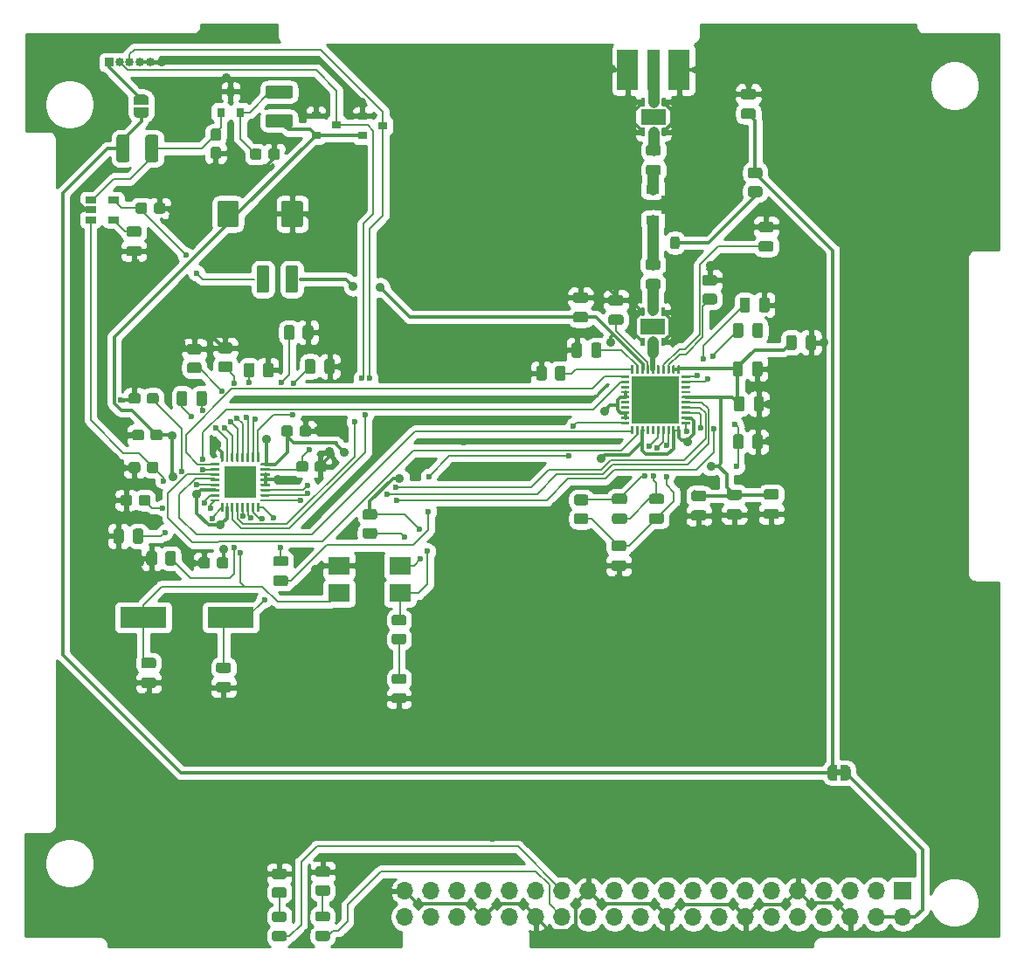
<source format=gbr>
%TF.GenerationSoftware,KiCad,Pcbnew,5.1.5+dfsg1-2build2*%
%TF.CreationDate,2021-02-28T15:53:15+02:00*%
%TF.ProjectId,msisdr,6d736973-6472-42e6-9b69-6361645f7063,Version 1.0*%
%TF.SameCoordinates,Original*%
%TF.FileFunction,Copper,L1,Top*%
%TF.FilePolarity,Positive*%
%FSLAX46Y46*%
G04 Gerber Fmt 4.6, Leading zero omitted, Abs format (unit mm)*
G04 Created by KiCad (PCBNEW 5.1.5+dfsg1-2build2) date 2021-02-28 15:53:15*
%MOMM*%
%LPD*%
G04 APERTURE LIST*
%TA.AperFunction,EtchedComponent*%
%ADD10C,0.100000*%
%TD*%
%TA.AperFunction,SMDPad,CuDef*%
%ADD11C,0.100000*%
%TD*%
%TA.AperFunction,SMDPad,CuDef*%
%ADD12R,2.400000X1.500000*%
%TD*%
%TA.AperFunction,SMDPad,CuDef*%
%ADD13R,4.600000X4.600000*%
%TD*%
%TA.AperFunction,SMDPad,CuDef*%
%ADD14R,1.060000X0.650000*%
%TD*%
%TA.AperFunction,SMDPad,CuDef*%
%ADD15R,0.800000X0.900000*%
%TD*%
%TA.AperFunction,SMDPad,CuDef*%
%ADD16R,4.500000X2.000000*%
%TD*%
%TA.AperFunction,SMDPad,CuDef*%
%ADD17R,3.100000X3.100000*%
%TD*%
%TA.AperFunction,SMDPad,CuDef*%
%ADD18R,2.100000X1.700000*%
%TD*%
%TA.AperFunction,SMDPad,CuDef*%
%ADD19R,0.900000X0.800000*%
%TD*%
%TA.AperFunction,SMDPad,CuDef*%
%ADD20R,1.250000X4.000000*%
%TD*%
%TA.AperFunction,SMDPad,CuDef*%
%ADD21R,2.000000X4.000000*%
%TD*%
%TA.AperFunction,ViaPad*%
%ADD22C,0.400000*%
%TD*%
%TA.AperFunction,ComponentPad*%
%ADD23R,1.700000X1.700000*%
%TD*%
%TA.AperFunction,ComponentPad*%
%ADD24O,1.700000X1.700000*%
%TD*%
%TA.AperFunction,ComponentPad*%
%ADD25R,0.850000X0.850000*%
%TD*%
%TA.AperFunction,ComponentPad*%
%ADD26O,0.850000X0.850000*%
%TD*%
%TA.AperFunction,SMDPad,CuDef*%
%ADD27R,1.300000X0.900000*%
%TD*%
%TA.AperFunction,ViaPad*%
%ADD28C,0.600000*%
%TD*%
%TA.AperFunction,ViaPad*%
%ADD29C,0.900000*%
%TD*%
%TA.AperFunction,Conductor*%
%ADD30C,0.300000*%
%TD*%
%TA.AperFunction,Conductor*%
%ADD31C,0.200000*%
%TD*%
%TA.AperFunction,Conductor*%
%ADD32C,1.070000*%
%TD*%
%TA.AperFunction,Conductor*%
%ADD33C,0.500000*%
%TD*%
%TA.AperFunction,Conductor*%
%ADD34C,0.254000*%
%TD*%
G04 APERTURE END LIST*
D10*
%TO.C,JP1*%
G36*
X160763000Y-129773400D02*
G01*
X160263000Y-129773400D01*
X160263000Y-130373400D01*
X160763000Y-130373400D01*
X160763000Y-129773400D01*
G37*
%TD*%
%TA.AperFunction,SMDPad,CuDef*%
D11*
%TO.P,C20,2*%
%TO.N,Net-(C20-Pad2)*%
G36*
X143044304Y-71129204D02*
G01*
X143068573Y-71132804D01*
X143092371Y-71138765D01*
X143115471Y-71147030D01*
X143137649Y-71157520D01*
X143158693Y-71170133D01*
X143178398Y-71184747D01*
X143196577Y-71201223D01*
X143213053Y-71219402D01*
X143227667Y-71239107D01*
X143240280Y-71260151D01*
X143250770Y-71282329D01*
X143259035Y-71305429D01*
X143264996Y-71329227D01*
X143268596Y-71353496D01*
X143269800Y-71378000D01*
X143269800Y-71878000D01*
X143268596Y-71902504D01*
X143264996Y-71926773D01*
X143259035Y-71950571D01*
X143250770Y-71973671D01*
X143240280Y-71995849D01*
X143227667Y-72016893D01*
X143213053Y-72036598D01*
X143196577Y-72054777D01*
X143178398Y-72071253D01*
X143158693Y-72085867D01*
X143137649Y-72098480D01*
X143115471Y-72108970D01*
X143092371Y-72117235D01*
X143068573Y-72123196D01*
X143044304Y-72126796D01*
X143019800Y-72128000D01*
X142069800Y-72128000D01*
X142045296Y-72126796D01*
X142021027Y-72123196D01*
X141997229Y-72117235D01*
X141974129Y-72108970D01*
X141951951Y-72098480D01*
X141930907Y-72085867D01*
X141911202Y-72071253D01*
X141893023Y-72054777D01*
X141876547Y-72036598D01*
X141861933Y-72016893D01*
X141849320Y-71995849D01*
X141838830Y-71973671D01*
X141830565Y-71950571D01*
X141824604Y-71926773D01*
X141821004Y-71902504D01*
X141819800Y-71878000D01*
X141819800Y-71378000D01*
X141821004Y-71353496D01*
X141824604Y-71329227D01*
X141830565Y-71305429D01*
X141838830Y-71282329D01*
X141849320Y-71260151D01*
X141861933Y-71239107D01*
X141876547Y-71219402D01*
X141893023Y-71201223D01*
X141911202Y-71184747D01*
X141930907Y-71170133D01*
X141951951Y-71157520D01*
X141974129Y-71147030D01*
X141997229Y-71138765D01*
X142021027Y-71132804D01*
X142045296Y-71129204D01*
X142069800Y-71128000D01*
X143019800Y-71128000D01*
X143044304Y-71129204D01*
G37*
%TD.AperFunction*%
%TA.AperFunction,SMDPad,CuDef*%
%TO.P,C20,1*%
%TO.N,Net-(C20-Pad1)*%
G36*
X143044304Y-69229204D02*
G01*
X143068573Y-69232804D01*
X143092371Y-69238765D01*
X143115471Y-69247030D01*
X143137649Y-69257520D01*
X143158693Y-69270133D01*
X143178398Y-69284747D01*
X143196577Y-69301223D01*
X143213053Y-69319402D01*
X143227667Y-69339107D01*
X143240280Y-69360151D01*
X143250770Y-69382329D01*
X143259035Y-69405429D01*
X143264996Y-69429227D01*
X143268596Y-69453496D01*
X143269800Y-69478000D01*
X143269800Y-69978000D01*
X143268596Y-70002504D01*
X143264996Y-70026773D01*
X143259035Y-70050571D01*
X143250770Y-70073671D01*
X143240280Y-70095849D01*
X143227667Y-70116893D01*
X143213053Y-70136598D01*
X143196577Y-70154777D01*
X143178398Y-70171253D01*
X143158693Y-70185867D01*
X143137649Y-70198480D01*
X143115471Y-70208970D01*
X143092371Y-70217235D01*
X143068573Y-70223196D01*
X143044304Y-70226796D01*
X143019800Y-70228000D01*
X142069800Y-70228000D01*
X142045296Y-70226796D01*
X142021027Y-70223196D01*
X141997229Y-70217235D01*
X141974129Y-70208970D01*
X141951951Y-70198480D01*
X141930907Y-70185867D01*
X141911202Y-70171253D01*
X141893023Y-70154777D01*
X141876547Y-70136598D01*
X141861933Y-70116893D01*
X141849320Y-70095849D01*
X141838830Y-70073671D01*
X141830565Y-70050571D01*
X141824604Y-70026773D01*
X141821004Y-70002504D01*
X141819800Y-69978000D01*
X141819800Y-69478000D01*
X141821004Y-69453496D01*
X141824604Y-69429227D01*
X141830565Y-69405429D01*
X141838830Y-69382329D01*
X141849320Y-69360151D01*
X141861933Y-69339107D01*
X141876547Y-69319402D01*
X141893023Y-69301223D01*
X141911202Y-69284747D01*
X141930907Y-69270133D01*
X141951951Y-69257520D01*
X141974129Y-69247030D01*
X141997229Y-69238765D01*
X142021027Y-69232804D01*
X142045296Y-69229204D01*
X142069800Y-69228000D01*
X143019800Y-69228000D01*
X143044304Y-69229204D01*
G37*
%TD.AperFunction*%
%TD*%
D12*
%TO.P,U5,7*%
%TO.N,N/C*%
X142544800Y-66497200D03*
%TA.AperFunction,SMDPad,CuDef*%
D11*
%TO.P,U5,6*%
%TO.N,GND*%
G36*
X143654602Y-67547682D02*
G01*
X143664309Y-67549121D01*
X143673828Y-67551506D01*
X143683068Y-67554812D01*
X143691940Y-67559008D01*
X143700357Y-67564053D01*
X143708239Y-67569899D01*
X143715511Y-67576489D01*
X143722101Y-67583761D01*
X143727947Y-67591643D01*
X143732992Y-67600060D01*
X143737188Y-67608932D01*
X143740494Y-67618172D01*
X143742879Y-67627691D01*
X143744318Y-67637398D01*
X143744800Y-67647200D01*
X143744800Y-68247200D01*
X143744318Y-68257002D01*
X143742879Y-68266709D01*
X143740494Y-68276228D01*
X143737188Y-68285468D01*
X143732992Y-68294340D01*
X143727947Y-68302757D01*
X143722101Y-68310639D01*
X143715511Y-68317911D01*
X143708239Y-68324501D01*
X143700357Y-68330347D01*
X143691940Y-68335392D01*
X143683068Y-68339588D01*
X143673828Y-68342894D01*
X143664309Y-68345279D01*
X143654602Y-68346718D01*
X143644800Y-68347200D01*
X143444800Y-68347200D01*
X143434998Y-68346718D01*
X143425291Y-68345279D01*
X143415772Y-68342894D01*
X143406532Y-68339588D01*
X143397660Y-68335392D01*
X143389243Y-68330347D01*
X143381361Y-68324501D01*
X143374089Y-68317911D01*
X143367499Y-68310639D01*
X143361653Y-68302757D01*
X143356608Y-68294340D01*
X143352412Y-68285468D01*
X143349106Y-68276228D01*
X143346721Y-68266709D01*
X143345282Y-68257002D01*
X143344800Y-68247200D01*
X143344800Y-67647200D01*
X143345282Y-67637398D01*
X143346721Y-67627691D01*
X143349106Y-67618172D01*
X143352412Y-67608932D01*
X143356608Y-67600060D01*
X143361653Y-67591643D01*
X143367499Y-67583761D01*
X143374089Y-67576489D01*
X143381361Y-67569899D01*
X143389243Y-67564053D01*
X143397660Y-67559008D01*
X143406532Y-67554812D01*
X143415772Y-67551506D01*
X143425291Y-67549121D01*
X143434998Y-67547682D01*
X143444800Y-67547200D01*
X143644800Y-67547200D01*
X143654602Y-67547682D01*
G37*
%TD.AperFunction*%
%TA.AperFunction,SMDPad,CuDef*%
%TO.P,U5,5*%
%TO.N,Net-(C20-Pad1)*%
G36*
X142654602Y-67547682D02*
G01*
X142664309Y-67549121D01*
X142673828Y-67551506D01*
X142683068Y-67554812D01*
X142691940Y-67559008D01*
X142700357Y-67564053D01*
X142708239Y-67569899D01*
X142715511Y-67576489D01*
X142722101Y-67583761D01*
X142727947Y-67591643D01*
X142732992Y-67600060D01*
X142737188Y-67608932D01*
X142740494Y-67618172D01*
X142742879Y-67627691D01*
X142744318Y-67637398D01*
X142744800Y-67647200D01*
X142744800Y-68247200D01*
X142744318Y-68257002D01*
X142742879Y-68266709D01*
X142740494Y-68276228D01*
X142737188Y-68285468D01*
X142732992Y-68294340D01*
X142727947Y-68302757D01*
X142722101Y-68310639D01*
X142715511Y-68317911D01*
X142708239Y-68324501D01*
X142700357Y-68330347D01*
X142691940Y-68335392D01*
X142683068Y-68339588D01*
X142673828Y-68342894D01*
X142664309Y-68345279D01*
X142654602Y-68346718D01*
X142644800Y-68347200D01*
X142444800Y-68347200D01*
X142434998Y-68346718D01*
X142425291Y-68345279D01*
X142415772Y-68342894D01*
X142406532Y-68339588D01*
X142397660Y-68335392D01*
X142389243Y-68330347D01*
X142381361Y-68324501D01*
X142374089Y-68317911D01*
X142367499Y-68310639D01*
X142361653Y-68302757D01*
X142356608Y-68294340D01*
X142352412Y-68285468D01*
X142349106Y-68276228D01*
X142346721Y-68266709D01*
X142345282Y-68257002D01*
X142344800Y-68247200D01*
X142344800Y-67647200D01*
X142345282Y-67637398D01*
X142346721Y-67627691D01*
X142349106Y-67618172D01*
X142352412Y-67608932D01*
X142356608Y-67600060D01*
X142361653Y-67591643D01*
X142367499Y-67583761D01*
X142374089Y-67576489D01*
X142381361Y-67569899D01*
X142389243Y-67564053D01*
X142397660Y-67559008D01*
X142406532Y-67554812D01*
X142415772Y-67551506D01*
X142425291Y-67549121D01*
X142434998Y-67547682D01*
X142444800Y-67547200D01*
X142644800Y-67547200D01*
X142654602Y-67547682D01*
G37*
%TD.AperFunction*%
%TA.AperFunction,SMDPad,CuDef*%
%TO.P,U5,4*%
%TO.N,GND*%
G36*
X141654602Y-67547682D02*
G01*
X141664309Y-67549121D01*
X141673828Y-67551506D01*
X141683068Y-67554812D01*
X141691940Y-67559008D01*
X141700357Y-67564053D01*
X141708239Y-67569899D01*
X141715511Y-67576489D01*
X141722101Y-67583761D01*
X141727947Y-67591643D01*
X141732992Y-67600060D01*
X141737188Y-67608932D01*
X141740494Y-67618172D01*
X141742879Y-67627691D01*
X141744318Y-67637398D01*
X141744800Y-67647200D01*
X141744800Y-68247200D01*
X141744318Y-68257002D01*
X141742879Y-68266709D01*
X141740494Y-68276228D01*
X141737188Y-68285468D01*
X141732992Y-68294340D01*
X141727947Y-68302757D01*
X141722101Y-68310639D01*
X141715511Y-68317911D01*
X141708239Y-68324501D01*
X141700357Y-68330347D01*
X141691940Y-68335392D01*
X141683068Y-68339588D01*
X141673828Y-68342894D01*
X141664309Y-68345279D01*
X141654602Y-68346718D01*
X141644800Y-68347200D01*
X141444800Y-68347200D01*
X141434998Y-68346718D01*
X141425291Y-68345279D01*
X141415772Y-68342894D01*
X141406532Y-68339588D01*
X141397660Y-68335392D01*
X141389243Y-68330347D01*
X141381361Y-68324501D01*
X141374089Y-68317911D01*
X141367499Y-68310639D01*
X141361653Y-68302757D01*
X141356608Y-68294340D01*
X141352412Y-68285468D01*
X141349106Y-68276228D01*
X141346721Y-68266709D01*
X141345282Y-68257002D01*
X141344800Y-68247200D01*
X141344800Y-67647200D01*
X141345282Y-67637398D01*
X141346721Y-67627691D01*
X141349106Y-67618172D01*
X141352412Y-67608932D01*
X141356608Y-67600060D01*
X141361653Y-67591643D01*
X141367499Y-67583761D01*
X141374089Y-67576489D01*
X141381361Y-67569899D01*
X141389243Y-67564053D01*
X141397660Y-67559008D01*
X141406532Y-67554812D01*
X141415772Y-67551506D01*
X141425291Y-67549121D01*
X141434998Y-67547682D01*
X141444800Y-67547200D01*
X141644800Y-67547200D01*
X141654602Y-67547682D01*
G37*
%TD.AperFunction*%
%TA.AperFunction,SMDPad,CuDef*%
%TO.P,U5,3*%
G36*
X141654602Y-64647682D02*
G01*
X141664309Y-64649121D01*
X141673828Y-64651506D01*
X141683068Y-64654812D01*
X141691940Y-64659008D01*
X141700357Y-64664053D01*
X141708239Y-64669899D01*
X141715511Y-64676489D01*
X141722101Y-64683761D01*
X141727947Y-64691643D01*
X141732992Y-64700060D01*
X141737188Y-64708932D01*
X141740494Y-64718172D01*
X141742879Y-64727691D01*
X141744318Y-64737398D01*
X141744800Y-64747200D01*
X141744800Y-65347200D01*
X141744318Y-65357002D01*
X141742879Y-65366709D01*
X141740494Y-65376228D01*
X141737188Y-65385468D01*
X141732992Y-65394340D01*
X141727947Y-65402757D01*
X141722101Y-65410639D01*
X141715511Y-65417911D01*
X141708239Y-65424501D01*
X141700357Y-65430347D01*
X141691940Y-65435392D01*
X141683068Y-65439588D01*
X141673828Y-65442894D01*
X141664309Y-65445279D01*
X141654602Y-65446718D01*
X141644800Y-65447200D01*
X141444800Y-65447200D01*
X141434998Y-65446718D01*
X141425291Y-65445279D01*
X141415772Y-65442894D01*
X141406532Y-65439588D01*
X141397660Y-65435392D01*
X141389243Y-65430347D01*
X141381361Y-65424501D01*
X141374089Y-65417911D01*
X141367499Y-65410639D01*
X141361653Y-65402757D01*
X141356608Y-65394340D01*
X141352412Y-65385468D01*
X141349106Y-65376228D01*
X141346721Y-65366709D01*
X141345282Y-65357002D01*
X141344800Y-65347200D01*
X141344800Y-64747200D01*
X141345282Y-64737398D01*
X141346721Y-64727691D01*
X141349106Y-64718172D01*
X141352412Y-64708932D01*
X141356608Y-64700060D01*
X141361653Y-64691643D01*
X141367499Y-64683761D01*
X141374089Y-64676489D01*
X141381361Y-64669899D01*
X141389243Y-64664053D01*
X141397660Y-64659008D01*
X141406532Y-64654812D01*
X141415772Y-64651506D01*
X141425291Y-64649121D01*
X141434998Y-64647682D01*
X141444800Y-64647200D01*
X141644800Y-64647200D01*
X141654602Y-64647682D01*
G37*
%TD.AperFunction*%
%TA.AperFunction,SMDPad,CuDef*%
%TO.P,U5,2*%
%TO.N,UHF_AMP*%
G36*
X142654602Y-64647682D02*
G01*
X142664309Y-64649121D01*
X142673828Y-64651506D01*
X142683068Y-64654812D01*
X142691940Y-64659008D01*
X142700357Y-64664053D01*
X142708239Y-64669899D01*
X142715511Y-64676489D01*
X142722101Y-64683761D01*
X142727947Y-64691643D01*
X142732992Y-64700060D01*
X142737188Y-64708932D01*
X142740494Y-64718172D01*
X142742879Y-64727691D01*
X142744318Y-64737398D01*
X142744800Y-64747200D01*
X142744800Y-65347200D01*
X142744318Y-65357002D01*
X142742879Y-65366709D01*
X142740494Y-65376228D01*
X142737188Y-65385468D01*
X142732992Y-65394340D01*
X142727947Y-65402757D01*
X142722101Y-65410639D01*
X142715511Y-65417911D01*
X142708239Y-65424501D01*
X142700357Y-65430347D01*
X142691940Y-65435392D01*
X142683068Y-65439588D01*
X142673828Y-65442894D01*
X142664309Y-65445279D01*
X142654602Y-65446718D01*
X142644800Y-65447200D01*
X142444800Y-65447200D01*
X142434998Y-65446718D01*
X142425291Y-65445279D01*
X142415772Y-65442894D01*
X142406532Y-65439588D01*
X142397660Y-65435392D01*
X142389243Y-65430347D01*
X142381361Y-65424501D01*
X142374089Y-65417911D01*
X142367499Y-65410639D01*
X142361653Y-65402757D01*
X142356608Y-65394340D01*
X142352412Y-65385468D01*
X142349106Y-65376228D01*
X142346721Y-65366709D01*
X142345282Y-65357002D01*
X142344800Y-65347200D01*
X142344800Y-64747200D01*
X142345282Y-64737398D01*
X142346721Y-64727691D01*
X142349106Y-64718172D01*
X142352412Y-64708932D01*
X142356608Y-64700060D01*
X142361653Y-64691643D01*
X142367499Y-64683761D01*
X142374089Y-64676489D01*
X142381361Y-64669899D01*
X142389243Y-64664053D01*
X142397660Y-64659008D01*
X142406532Y-64654812D01*
X142415772Y-64651506D01*
X142425291Y-64649121D01*
X142434998Y-64647682D01*
X142444800Y-64647200D01*
X142644800Y-64647200D01*
X142654602Y-64647682D01*
G37*
%TD.AperFunction*%
%TA.AperFunction,SMDPad,CuDef*%
%TO.P,U5,1*%
%TO.N,GND*%
G36*
X143654602Y-64647682D02*
G01*
X143664309Y-64649121D01*
X143673828Y-64651506D01*
X143683068Y-64654812D01*
X143691940Y-64659008D01*
X143700357Y-64664053D01*
X143708239Y-64669899D01*
X143715511Y-64676489D01*
X143722101Y-64683761D01*
X143727947Y-64691643D01*
X143732992Y-64700060D01*
X143737188Y-64708932D01*
X143740494Y-64718172D01*
X143742879Y-64727691D01*
X143744318Y-64737398D01*
X143744800Y-64747200D01*
X143744800Y-65347200D01*
X143744318Y-65357002D01*
X143742879Y-65366709D01*
X143740494Y-65376228D01*
X143737188Y-65385468D01*
X143732992Y-65394340D01*
X143727947Y-65402757D01*
X143722101Y-65410639D01*
X143715511Y-65417911D01*
X143708239Y-65424501D01*
X143700357Y-65430347D01*
X143691940Y-65435392D01*
X143683068Y-65439588D01*
X143673828Y-65442894D01*
X143664309Y-65445279D01*
X143654602Y-65446718D01*
X143644800Y-65447200D01*
X143444800Y-65447200D01*
X143434998Y-65446718D01*
X143425291Y-65445279D01*
X143415772Y-65442894D01*
X143406532Y-65439588D01*
X143397660Y-65435392D01*
X143389243Y-65430347D01*
X143381361Y-65424501D01*
X143374089Y-65417911D01*
X143367499Y-65410639D01*
X143361653Y-65402757D01*
X143356608Y-65394340D01*
X143352412Y-65385468D01*
X143349106Y-65376228D01*
X143346721Y-65366709D01*
X143345282Y-65357002D01*
X143344800Y-65347200D01*
X143344800Y-64747200D01*
X143345282Y-64737398D01*
X143346721Y-64727691D01*
X143349106Y-64718172D01*
X143352412Y-64708932D01*
X143356608Y-64700060D01*
X143361653Y-64691643D01*
X143367499Y-64683761D01*
X143374089Y-64676489D01*
X143381361Y-64669899D01*
X143389243Y-64664053D01*
X143397660Y-64659008D01*
X143406532Y-64654812D01*
X143415772Y-64651506D01*
X143425291Y-64649121D01*
X143434998Y-64647682D01*
X143444800Y-64647200D01*
X143644800Y-64647200D01*
X143654602Y-64647682D01*
G37*
%TD.AperFunction*%
%TD*%
%TA.AperFunction,SMDPad,CuDef*%
%TO.P,L4,2*%
%TO.N,+5V*%
G36*
X91542304Y-68221404D02*
G01*
X91566573Y-68225004D01*
X91590371Y-68230965D01*
X91613471Y-68239230D01*
X91635649Y-68249720D01*
X91656693Y-68262333D01*
X91676398Y-68276947D01*
X91694577Y-68293423D01*
X91711053Y-68311602D01*
X91725667Y-68331307D01*
X91738280Y-68352351D01*
X91748770Y-68374529D01*
X91757035Y-68397629D01*
X91762996Y-68421427D01*
X91766596Y-68445696D01*
X91767800Y-68470200D01*
X91767800Y-70620200D01*
X91766596Y-70644704D01*
X91762996Y-70668973D01*
X91757035Y-70692771D01*
X91748770Y-70715871D01*
X91738280Y-70738049D01*
X91725667Y-70759093D01*
X91711053Y-70778798D01*
X91694577Y-70796977D01*
X91676398Y-70813453D01*
X91656693Y-70828067D01*
X91635649Y-70840680D01*
X91613471Y-70851170D01*
X91590371Y-70859435D01*
X91566573Y-70865396D01*
X91542304Y-70868996D01*
X91517800Y-70870200D01*
X90767800Y-70870200D01*
X90743296Y-70868996D01*
X90719027Y-70865396D01*
X90695229Y-70859435D01*
X90672129Y-70851170D01*
X90649951Y-70840680D01*
X90628907Y-70828067D01*
X90609202Y-70813453D01*
X90591023Y-70796977D01*
X90574547Y-70778798D01*
X90559933Y-70759093D01*
X90547320Y-70738049D01*
X90536830Y-70715871D01*
X90528565Y-70692771D01*
X90522604Y-70668973D01*
X90519004Y-70644704D01*
X90517800Y-70620200D01*
X90517800Y-68470200D01*
X90519004Y-68445696D01*
X90522604Y-68421427D01*
X90528565Y-68397629D01*
X90536830Y-68374529D01*
X90547320Y-68352351D01*
X90559933Y-68331307D01*
X90574547Y-68311602D01*
X90591023Y-68293423D01*
X90609202Y-68276947D01*
X90628907Y-68262333D01*
X90649951Y-68249720D01*
X90672129Y-68239230D01*
X90695229Y-68230965D01*
X90719027Y-68225004D01*
X90743296Y-68221404D01*
X90767800Y-68220200D01*
X91517800Y-68220200D01*
X91542304Y-68221404D01*
G37*
%TD.AperFunction*%
%TA.AperFunction,SMDPad,CuDef*%
%TO.P,L4,1*%
%TO.N,Net-(C37-Pad1)*%
G36*
X94342304Y-68221404D02*
G01*
X94366573Y-68225004D01*
X94390371Y-68230965D01*
X94413471Y-68239230D01*
X94435649Y-68249720D01*
X94456693Y-68262333D01*
X94476398Y-68276947D01*
X94494577Y-68293423D01*
X94511053Y-68311602D01*
X94525667Y-68331307D01*
X94538280Y-68352351D01*
X94548770Y-68374529D01*
X94557035Y-68397629D01*
X94562996Y-68421427D01*
X94566596Y-68445696D01*
X94567800Y-68470200D01*
X94567800Y-70620200D01*
X94566596Y-70644704D01*
X94562996Y-70668973D01*
X94557035Y-70692771D01*
X94548770Y-70715871D01*
X94538280Y-70738049D01*
X94525667Y-70759093D01*
X94511053Y-70778798D01*
X94494577Y-70796977D01*
X94476398Y-70813453D01*
X94456693Y-70828067D01*
X94435649Y-70840680D01*
X94413471Y-70851170D01*
X94390371Y-70859435D01*
X94366573Y-70865396D01*
X94342304Y-70868996D01*
X94317800Y-70870200D01*
X93567800Y-70870200D01*
X93543296Y-70868996D01*
X93519027Y-70865396D01*
X93495229Y-70859435D01*
X93472129Y-70851170D01*
X93449951Y-70840680D01*
X93428907Y-70828067D01*
X93409202Y-70813453D01*
X93391023Y-70796977D01*
X93374547Y-70778798D01*
X93359933Y-70759093D01*
X93347320Y-70738049D01*
X93336830Y-70715871D01*
X93328565Y-70692771D01*
X93322604Y-70668973D01*
X93319004Y-70644704D01*
X93317800Y-70620200D01*
X93317800Y-68470200D01*
X93319004Y-68445696D01*
X93322604Y-68421427D01*
X93328565Y-68397629D01*
X93336830Y-68374529D01*
X93347320Y-68352351D01*
X93359933Y-68331307D01*
X93374547Y-68311602D01*
X93391023Y-68293423D01*
X93409202Y-68276947D01*
X93428907Y-68262333D01*
X93449951Y-68249720D01*
X93472129Y-68239230D01*
X93495229Y-68230965D01*
X93519027Y-68225004D01*
X93543296Y-68221404D01*
X93567800Y-68220200D01*
X94317800Y-68220200D01*
X94342304Y-68221404D01*
G37*
%TD.AperFunction*%
%TD*%
%TA.AperFunction,SMDPad,CuDef*%
%TO.P,L3,2*%
%TO.N,Net-(C36-Pad1)*%
G36*
X107373104Y-63442604D02*
G01*
X107397373Y-63446204D01*
X107421171Y-63452165D01*
X107444271Y-63460430D01*
X107466449Y-63470920D01*
X107487493Y-63483533D01*
X107507198Y-63498147D01*
X107525377Y-63514623D01*
X107541853Y-63532802D01*
X107556467Y-63552507D01*
X107569080Y-63573551D01*
X107579570Y-63595729D01*
X107587835Y-63618829D01*
X107593796Y-63642627D01*
X107597396Y-63666896D01*
X107598600Y-63691400D01*
X107598600Y-64441400D01*
X107597396Y-64465904D01*
X107593796Y-64490173D01*
X107587835Y-64513971D01*
X107579570Y-64537071D01*
X107569080Y-64559249D01*
X107556467Y-64580293D01*
X107541853Y-64599998D01*
X107525377Y-64618177D01*
X107507198Y-64634653D01*
X107487493Y-64649267D01*
X107466449Y-64661880D01*
X107444271Y-64672370D01*
X107421171Y-64680635D01*
X107397373Y-64686596D01*
X107373104Y-64690196D01*
X107348600Y-64691400D01*
X105198600Y-64691400D01*
X105174096Y-64690196D01*
X105149827Y-64686596D01*
X105126029Y-64680635D01*
X105102929Y-64672370D01*
X105080751Y-64661880D01*
X105059707Y-64649267D01*
X105040002Y-64634653D01*
X105021823Y-64618177D01*
X105005347Y-64599998D01*
X104990733Y-64580293D01*
X104978120Y-64559249D01*
X104967630Y-64537071D01*
X104959365Y-64513971D01*
X104953404Y-64490173D01*
X104949804Y-64465904D01*
X104948600Y-64441400D01*
X104948600Y-63691400D01*
X104949804Y-63666896D01*
X104953404Y-63642627D01*
X104959365Y-63618829D01*
X104967630Y-63595729D01*
X104978120Y-63573551D01*
X104990733Y-63552507D01*
X105005347Y-63532802D01*
X105021823Y-63514623D01*
X105040002Y-63498147D01*
X105059707Y-63483533D01*
X105080751Y-63470920D01*
X105102929Y-63460430D01*
X105126029Y-63452165D01*
X105149827Y-63446204D01*
X105174096Y-63442604D01*
X105198600Y-63441400D01*
X107348600Y-63441400D01*
X107373104Y-63442604D01*
G37*
%TD.AperFunction*%
%TA.AperFunction,SMDPad,CuDef*%
%TO.P,L3,1*%
%TO.N,VDIG*%
G36*
X107373104Y-66242604D02*
G01*
X107397373Y-66246204D01*
X107421171Y-66252165D01*
X107444271Y-66260430D01*
X107466449Y-66270920D01*
X107487493Y-66283533D01*
X107507198Y-66298147D01*
X107525377Y-66314623D01*
X107541853Y-66332802D01*
X107556467Y-66352507D01*
X107569080Y-66373551D01*
X107579570Y-66395729D01*
X107587835Y-66418829D01*
X107593796Y-66442627D01*
X107597396Y-66466896D01*
X107598600Y-66491400D01*
X107598600Y-67241400D01*
X107597396Y-67265904D01*
X107593796Y-67290173D01*
X107587835Y-67313971D01*
X107579570Y-67337071D01*
X107569080Y-67359249D01*
X107556467Y-67380293D01*
X107541853Y-67399998D01*
X107525377Y-67418177D01*
X107507198Y-67434653D01*
X107487493Y-67449267D01*
X107466449Y-67461880D01*
X107444271Y-67472370D01*
X107421171Y-67480635D01*
X107397373Y-67486596D01*
X107373104Y-67490196D01*
X107348600Y-67491400D01*
X105198600Y-67491400D01*
X105174096Y-67490196D01*
X105149827Y-67486596D01*
X105126029Y-67480635D01*
X105102929Y-67472370D01*
X105080751Y-67461880D01*
X105059707Y-67449267D01*
X105040002Y-67434653D01*
X105021823Y-67418177D01*
X105005347Y-67399998D01*
X104990733Y-67380293D01*
X104978120Y-67359249D01*
X104967630Y-67337071D01*
X104959365Y-67313971D01*
X104953404Y-67290173D01*
X104949804Y-67265904D01*
X104948600Y-67241400D01*
X104948600Y-66491400D01*
X104949804Y-66466896D01*
X104953404Y-66442627D01*
X104959365Y-66418829D01*
X104967630Y-66395729D01*
X104978120Y-66373551D01*
X104990733Y-66352507D01*
X105005347Y-66332802D01*
X105021823Y-66314623D01*
X105040002Y-66298147D01*
X105059707Y-66283533D01*
X105080751Y-66270920D01*
X105102929Y-66260430D01*
X105126029Y-66252165D01*
X105149827Y-66246204D01*
X105174096Y-66242604D01*
X105198600Y-66241400D01*
X107348600Y-66241400D01*
X107373104Y-66242604D01*
G37*
%TD.AperFunction*%
%TD*%
%TA.AperFunction,SMDPad,CuDef*%
%TO.P,L2,2*%
%TO.N,Net-(C33-Pad1)*%
G36*
X105099604Y-80896004D02*
G01*
X105123873Y-80899604D01*
X105147671Y-80905565D01*
X105170771Y-80913830D01*
X105192949Y-80924320D01*
X105213993Y-80936933D01*
X105233698Y-80951547D01*
X105251877Y-80968023D01*
X105268353Y-80986202D01*
X105282967Y-81005907D01*
X105295580Y-81026951D01*
X105306070Y-81049129D01*
X105314335Y-81072229D01*
X105320296Y-81096027D01*
X105323896Y-81120296D01*
X105325100Y-81144800D01*
X105325100Y-83294800D01*
X105323896Y-83319304D01*
X105320296Y-83343573D01*
X105314335Y-83367371D01*
X105306070Y-83390471D01*
X105295580Y-83412649D01*
X105282967Y-83433693D01*
X105268353Y-83453398D01*
X105251877Y-83471577D01*
X105233698Y-83488053D01*
X105213993Y-83502667D01*
X105192949Y-83515280D01*
X105170771Y-83525770D01*
X105147671Y-83534035D01*
X105123873Y-83539996D01*
X105099604Y-83543596D01*
X105075100Y-83544800D01*
X104325100Y-83544800D01*
X104300596Y-83543596D01*
X104276327Y-83539996D01*
X104252529Y-83534035D01*
X104229429Y-83525770D01*
X104207251Y-83515280D01*
X104186207Y-83502667D01*
X104166502Y-83488053D01*
X104148323Y-83471577D01*
X104131847Y-83453398D01*
X104117233Y-83433693D01*
X104104620Y-83412649D01*
X104094130Y-83390471D01*
X104085865Y-83367371D01*
X104079904Y-83343573D01*
X104076304Y-83319304D01*
X104075100Y-83294800D01*
X104075100Y-81144800D01*
X104076304Y-81120296D01*
X104079904Y-81096027D01*
X104085865Y-81072229D01*
X104094130Y-81049129D01*
X104104620Y-81026951D01*
X104117233Y-81005907D01*
X104131847Y-80986202D01*
X104148323Y-80968023D01*
X104166502Y-80951547D01*
X104186207Y-80936933D01*
X104207251Y-80924320D01*
X104229429Y-80913830D01*
X104252529Y-80905565D01*
X104276327Y-80899604D01*
X104300596Y-80896004D01*
X104325100Y-80894800D01*
X105075100Y-80894800D01*
X105099604Y-80896004D01*
G37*
%TD.AperFunction*%
%TA.AperFunction,SMDPad,CuDef*%
%TO.P,L2,1*%
%TO.N,VRF*%
G36*
X107899604Y-80896004D02*
G01*
X107923873Y-80899604D01*
X107947671Y-80905565D01*
X107970771Y-80913830D01*
X107992949Y-80924320D01*
X108013993Y-80936933D01*
X108033698Y-80951547D01*
X108051877Y-80968023D01*
X108068353Y-80986202D01*
X108082967Y-81005907D01*
X108095580Y-81026951D01*
X108106070Y-81049129D01*
X108114335Y-81072229D01*
X108120296Y-81096027D01*
X108123896Y-81120296D01*
X108125100Y-81144800D01*
X108125100Y-83294800D01*
X108123896Y-83319304D01*
X108120296Y-83343573D01*
X108114335Y-83367371D01*
X108106070Y-83390471D01*
X108095580Y-83412649D01*
X108082967Y-83433693D01*
X108068353Y-83453398D01*
X108051877Y-83471577D01*
X108033698Y-83488053D01*
X108013993Y-83502667D01*
X107992949Y-83515280D01*
X107970771Y-83525770D01*
X107947671Y-83534035D01*
X107923873Y-83539996D01*
X107899604Y-83543596D01*
X107875100Y-83544800D01*
X107125100Y-83544800D01*
X107100596Y-83543596D01*
X107076327Y-83539996D01*
X107052529Y-83534035D01*
X107029429Y-83525770D01*
X107007251Y-83515280D01*
X106986207Y-83502667D01*
X106966502Y-83488053D01*
X106948323Y-83471577D01*
X106931847Y-83453398D01*
X106917233Y-83433693D01*
X106904620Y-83412649D01*
X106894130Y-83390471D01*
X106885865Y-83367371D01*
X106879904Y-83343573D01*
X106876304Y-83319304D01*
X106875100Y-83294800D01*
X106875100Y-81144800D01*
X106876304Y-81120296D01*
X106879904Y-81096027D01*
X106885865Y-81072229D01*
X106894130Y-81049129D01*
X106904620Y-81026951D01*
X106917233Y-81005907D01*
X106931847Y-80986202D01*
X106948323Y-80968023D01*
X106966502Y-80951547D01*
X106986207Y-80936933D01*
X107007251Y-80924320D01*
X107029429Y-80913830D01*
X107052529Y-80905565D01*
X107076327Y-80899604D01*
X107100596Y-80896004D01*
X107125100Y-80894800D01*
X107875100Y-80894800D01*
X107899604Y-80896004D01*
G37*
%TD.AperFunction*%
%TD*%
%TA.AperFunction,SMDPad,CuDef*%
%TO.P,U4,1*%
%TO.N,VRF*%
G36*
X145066626Y-90566801D02*
G01*
X145072693Y-90567701D01*
X145078643Y-90569191D01*
X145084418Y-90571258D01*
X145089962Y-90573880D01*
X145095223Y-90577033D01*
X145100150Y-90580687D01*
X145104694Y-90584806D01*
X145108813Y-90589350D01*
X145112467Y-90594277D01*
X145115620Y-90599538D01*
X145118242Y-90605082D01*
X145120309Y-90610857D01*
X145121799Y-90616807D01*
X145122699Y-90622874D01*
X145123000Y-90629000D01*
X145123000Y-91329000D01*
X145122699Y-91335126D01*
X145121799Y-91341193D01*
X145120309Y-91347143D01*
X145118242Y-91352918D01*
X145115620Y-91358462D01*
X145112467Y-91363723D01*
X145108813Y-91368650D01*
X145104694Y-91373194D01*
X145100150Y-91377313D01*
X145095223Y-91380967D01*
X145089962Y-91384120D01*
X145084418Y-91386742D01*
X145078643Y-91388809D01*
X145072693Y-91390299D01*
X145066626Y-91391199D01*
X145060500Y-91391500D01*
X144935500Y-91391500D01*
X144929374Y-91391199D01*
X144923307Y-91390299D01*
X144917357Y-91388809D01*
X144911582Y-91386742D01*
X144906038Y-91384120D01*
X144900777Y-91380967D01*
X144895850Y-91377313D01*
X144891306Y-91373194D01*
X144887187Y-91368650D01*
X144883533Y-91363723D01*
X144880380Y-91358462D01*
X144877758Y-91352918D01*
X144875691Y-91347143D01*
X144874201Y-91341193D01*
X144873301Y-91335126D01*
X144873000Y-91329000D01*
X144873000Y-90629000D01*
X144873301Y-90622874D01*
X144874201Y-90616807D01*
X144875691Y-90610857D01*
X144877758Y-90605082D01*
X144880380Y-90599538D01*
X144883533Y-90594277D01*
X144887187Y-90589350D01*
X144891306Y-90584806D01*
X144895850Y-90580687D01*
X144900777Y-90577033D01*
X144906038Y-90573880D01*
X144911582Y-90571258D01*
X144917357Y-90569191D01*
X144923307Y-90567701D01*
X144929374Y-90566801D01*
X144935500Y-90566500D01*
X145060500Y-90566500D01*
X145066626Y-90566801D01*
G37*
%TD.AperFunction*%
%TA.AperFunction,SMDPad,CuDef*%
%TO.P,U4,2*%
G36*
X144566626Y-90566801D02*
G01*
X144572693Y-90567701D01*
X144578643Y-90569191D01*
X144584418Y-90571258D01*
X144589962Y-90573880D01*
X144595223Y-90577033D01*
X144600150Y-90580687D01*
X144604694Y-90584806D01*
X144608813Y-90589350D01*
X144612467Y-90594277D01*
X144615620Y-90599538D01*
X144618242Y-90605082D01*
X144620309Y-90610857D01*
X144621799Y-90616807D01*
X144622699Y-90622874D01*
X144623000Y-90629000D01*
X144623000Y-91329000D01*
X144622699Y-91335126D01*
X144621799Y-91341193D01*
X144620309Y-91347143D01*
X144618242Y-91352918D01*
X144615620Y-91358462D01*
X144612467Y-91363723D01*
X144608813Y-91368650D01*
X144604694Y-91373194D01*
X144600150Y-91377313D01*
X144595223Y-91380967D01*
X144589962Y-91384120D01*
X144584418Y-91386742D01*
X144578643Y-91388809D01*
X144572693Y-91390299D01*
X144566626Y-91391199D01*
X144560500Y-91391500D01*
X144435500Y-91391500D01*
X144429374Y-91391199D01*
X144423307Y-91390299D01*
X144417357Y-91388809D01*
X144411582Y-91386742D01*
X144406038Y-91384120D01*
X144400777Y-91380967D01*
X144395850Y-91377313D01*
X144391306Y-91373194D01*
X144387187Y-91368650D01*
X144383533Y-91363723D01*
X144380380Y-91358462D01*
X144377758Y-91352918D01*
X144375691Y-91347143D01*
X144374201Y-91341193D01*
X144373301Y-91335126D01*
X144373000Y-91329000D01*
X144373000Y-90629000D01*
X144373301Y-90622874D01*
X144374201Y-90616807D01*
X144375691Y-90610857D01*
X144377758Y-90605082D01*
X144380380Y-90599538D01*
X144383533Y-90594277D01*
X144387187Y-90589350D01*
X144391306Y-90584806D01*
X144395850Y-90580687D01*
X144400777Y-90577033D01*
X144406038Y-90573880D01*
X144411582Y-90571258D01*
X144417357Y-90569191D01*
X144423307Y-90567701D01*
X144429374Y-90566801D01*
X144435500Y-90566500D01*
X144560500Y-90566500D01*
X144566626Y-90566801D01*
G37*
%TD.AperFunction*%
%TA.AperFunction,SMDPad,CuDef*%
%TO.P,U4,3*%
%TO.N,VHF_120_250MHZ*%
G36*
X144066626Y-90566801D02*
G01*
X144072693Y-90567701D01*
X144078643Y-90569191D01*
X144084418Y-90571258D01*
X144089962Y-90573880D01*
X144095223Y-90577033D01*
X144100150Y-90580687D01*
X144104694Y-90584806D01*
X144108813Y-90589350D01*
X144112467Y-90594277D01*
X144115620Y-90599538D01*
X144118242Y-90605082D01*
X144120309Y-90610857D01*
X144121799Y-90616807D01*
X144122699Y-90622874D01*
X144123000Y-90629000D01*
X144123000Y-91329000D01*
X144122699Y-91335126D01*
X144121799Y-91341193D01*
X144120309Y-91347143D01*
X144118242Y-91352918D01*
X144115620Y-91358462D01*
X144112467Y-91363723D01*
X144108813Y-91368650D01*
X144104694Y-91373194D01*
X144100150Y-91377313D01*
X144095223Y-91380967D01*
X144089962Y-91384120D01*
X144084418Y-91386742D01*
X144078643Y-91388809D01*
X144072693Y-91390299D01*
X144066626Y-91391199D01*
X144060500Y-91391500D01*
X143935500Y-91391500D01*
X143929374Y-91391199D01*
X143923307Y-91390299D01*
X143917357Y-91388809D01*
X143911582Y-91386742D01*
X143906038Y-91384120D01*
X143900777Y-91380967D01*
X143895850Y-91377313D01*
X143891306Y-91373194D01*
X143887187Y-91368650D01*
X143883533Y-91363723D01*
X143880380Y-91358462D01*
X143877758Y-91352918D01*
X143875691Y-91347143D01*
X143874201Y-91341193D01*
X143873301Y-91335126D01*
X143873000Y-91329000D01*
X143873000Y-90629000D01*
X143873301Y-90622874D01*
X143874201Y-90616807D01*
X143875691Y-90610857D01*
X143877758Y-90605082D01*
X143880380Y-90599538D01*
X143883533Y-90594277D01*
X143887187Y-90589350D01*
X143891306Y-90584806D01*
X143895850Y-90580687D01*
X143900777Y-90577033D01*
X143906038Y-90573880D01*
X143911582Y-90571258D01*
X143917357Y-90569191D01*
X143923307Y-90567701D01*
X143929374Y-90566801D01*
X143935500Y-90566500D01*
X144060500Y-90566500D01*
X144066626Y-90566801D01*
G37*
%TD.AperFunction*%
%TA.AperFunction,SMDPad,CuDef*%
%TO.P,U4,4*%
%TO.N,Net-(C30-Pad2)*%
G36*
X143566626Y-90566801D02*
G01*
X143572693Y-90567701D01*
X143578643Y-90569191D01*
X143584418Y-90571258D01*
X143589962Y-90573880D01*
X143595223Y-90577033D01*
X143600150Y-90580687D01*
X143604694Y-90584806D01*
X143608813Y-90589350D01*
X143612467Y-90594277D01*
X143615620Y-90599538D01*
X143618242Y-90605082D01*
X143620309Y-90610857D01*
X143621799Y-90616807D01*
X143622699Y-90622874D01*
X143623000Y-90629000D01*
X143623000Y-91329000D01*
X143622699Y-91335126D01*
X143621799Y-91341193D01*
X143620309Y-91347143D01*
X143618242Y-91352918D01*
X143615620Y-91358462D01*
X143612467Y-91363723D01*
X143608813Y-91368650D01*
X143604694Y-91373194D01*
X143600150Y-91377313D01*
X143595223Y-91380967D01*
X143589962Y-91384120D01*
X143584418Y-91386742D01*
X143578643Y-91388809D01*
X143572693Y-91390299D01*
X143566626Y-91391199D01*
X143560500Y-91391500D01*
X143435500Y-91391500D01*
X143429374Y-91391199D01*
X143423307Y-91390299D01*
X143417357Y-91388809D01*
X143411582Y-91386742D01*
X143406038Y-91384120D01*
X143400777Y-91380967D01*
X143395850Y-91377313D01*
X143391306Y-91373194D01*
X143387187Y-91368650D01*
X143383533Y-91363723D01*
X143380380Y-91358462D01*
X143377758Y-91352918D01*
X143375691Y-91347143D01*
X143374201Y-91341193D01*
X143373301Y-91335126D01*
X143373000Y-91329000D01*
X143373000Y-90629000D01*
X143373301Y-90622874D01*
X143374201Y-90616807D01*
X143375691Y-90610857D01*
X143377758Y-90605082D01*
X143380380Y-90599538D01*
X143383533Y-90594277D01*
X143387187Y-90589350D01*
X143391306Y-90584806D01*
X143395850Y-90580687D01*
X143400777Y-90577033D01*
X143406038Y-90573880D01*
X143411582Y-90571258D01*
X143417357Y-90569191D01*
X143423307Y-90567701D01*
X143429374Y-90566801D01*
X143435500Y-90566500D01*
X143560500Y-90566500D01*
X143566626Y-90566801D01*
G37*
%TD.AperFunction*%
%TA.AperFunction,SMDPad,CuDef*%
%TO.P,U4,5*%
%TO.N,Net-(U4-Pad5)*%
G36*
X143066626Y-90566801D02*
G01*
X143072693Y-90567701D01*
X143078643Y-90569191D01*
X143084418Y-90571258D01*
X143089962Y-90573880D01*
X143095223Y-90577033D01*
X143100150Y-90580687D01*
X143104694Y-90584806D01*
X143108813Y-90589350D01*
X143112467Y-90594277D01*
X143115620Y-90599538D01*
X143118242Y-90605082D01*
X143120309Y-90610857D01*
X143121799Y-90616807D01*
X143122699Y-90622874D01*
X143123000Y-90629000D01*
X143123000Y-91329000D01*
X143122699Y-91335126D01*
X143121799Y-91341193D01*
X143120309Y-91347143D01*
X143118242Y-91352918D01*
X143115620Y-91358462D01*
X143112467Y-91363723D01*
X143108813Y-91368650D01*
X143104694Y-91373194D01*
X143100150Y-91377313D01*
X143095223Y-91380967D01*
X143089962Y-91384120D01*
X143084418Y-91386742D01*
X143078643Y-91388809D01*
X143072693Y-91390299D01*
X143066626Y-91391199D01*
X143060500Y-91391500D01*
X142935500Y-91391500D01*
X142929374Y-91391199D01*
X142923307Y-91390299D01*
X142917357Y-91388809D01*
X142911582Y-91386742D01*
X142906038Y-91384120D01*
X142900777Y-91380967D01*
X142895850Y-91377313D01*
X142891306Y-91373194D01*
X142887187Y-91368650D01*
X142883533Y-91363723D01*
X142880380Y-91358462D01*
X142877758Y-91352918D01*
X142875691Y-91347143D01*
X142874201Y-91341193D01*
X142873301Y-91335126D01*
X142873000Y-91329000D01*
X142873000Y-90629000D01*
X142873301Y-90622874D01*
X142874201Y-90616807D01*
X142875691Y-90610857D01*
X142877758Y-90605082D01*
X142880380Y-90599538D01*
X142883533Y-90594277D01*
X142887187Y-90589350D01*
X142891306Y-90584806D01*
X142895850Y-90580687D01*
X142900777Y-90577033D01*
X142906038Y-90573880D01*
X142911582Y-90571258D01*
X142917357Y-90569191D01*
X142923307Y-90567701D01*
X142929374Y-90566801D01*
X142935500Y-90566500D01*
X143060500Y-90566500D01*
X143066626Y-90566801D01*
G37*
%TD.AperFunction*%
%TA.AperFunction,SMDPad,CuDef*%
%TO.P,U4,6*%
%TO.N,UHF_400_1000MHZ_Filter*%
G36*
X142566626Y-90566801D02*
G01*
X142572693Y-90567701D01*
X142578643Y-90569191D01*
X142584418Y-90571258D01*
X142589962Y-90573880D01*
X142595223Y-90577033D01*
X142600150Y-90580687D01*
X142604694Y-90584806D01*
X142608813Y-90589350D01*
X142612467Y-90594277D01*
X142615620Y-90599538D01*
X142618242Y-90605082D01*
X142620309Y-90610857D01*
X142621799Y-90616807D01*
X142622699Y-90622874D01*
X142623000Y-90629000D01*
X142623000Y-91329000D01*
X142622699Y-91335126D01*
X142621799Y-91341193D01*
X142620309Y-91347143D01*
X142618242Y-91352918D01*
X142615620Y-91358462D01*
X142612467Y-91363723D01*
X142608813Y-91368650D01*
X142604694Y-91373194D01*
X142600150Y-91377313D01*
X142595223Y-91380967D01*
X142589962Y-91384120D01*
X142584418Y-91386742D01*
X142578643Y-91388809D01*
X142572693Y-91390299D01*
X142566626Y-91391199D01*
X142560500Y-91391500D01*
X142435500Y-91391500D01*
X142429374Y-91391199D01*
X142423307Y-91390299D01*
X142417357Y-91388809D01*
X142411582Y-91386742D01*
X142406038Y-91384120D01*
X142400777Y-91380967D01*
X142395850Y-91377313D01*
X142391306Y-91373194D01*
X142387187Y-91368650D01*
X142383533Y-91363723D01*
X142380380Y-91358462D01*
X142377758Y-91352918D01*
X142375691Y-91347143D01*
X142374201Y-91341193D01*
X142373301Y-91335126D01*
X142373000Y-91329000D01*
X142373000Y-90629000D01*
X142373301Y-90622874D01*
X142374201Y-90616807D01*
X142375691Y-90610857D01*
X142377758Y-90605082D01*
X142380380Y-90599538D01*
X142383533Y-90594277D01*
X142387187Y-90589350D01*
X142391306Y-90584806D01*
X142395850Y-90580687D01*
X142400777Y-90577033D01*
X142406038Y-90573880D01*
X142411582Y-90571258D01*
X142417357Y-90569191D01*
X142423307Y-90567701D01*
X142429374Y-90566801D01*
X142435500Y-90566500D01*
X142560500Y-90566500D01*
X142566626Y-90566801D01*
G37*
%TD.AperFunction*%
%TA.AperFunction,SMDPad,CuDef*%
%TO.P,U4,7*%
%TO.N,Net-(C31-Pad2)*%
G36*
X142066626Y-90566801D02*
G01*
X142072693Y-90567701D01*
X142078643Y-90569191D01*
X142084418Y-90571258D01*
X142089962Y-90573880D01*
X142095223Y-90577033D01*
X142100150Y-90580687D01*
X142104694Y-90584806D01*
X142108813Y-90589350D01*
X142112467Y-90594277D01*
X142115620Y-90599538D01*
X142118242Y-90605082D01*
X142120309Y-90610857D01*
X142121799Y-90616807D01*
X142122699Y-90622874D01*
X142123000Y-90629000D01*
X142123000Y-91329000D01*
X142122699Y-91335126D01*
X142121799Y-91341193D01*
X142120309Y-91347143D01*
X142118242Y-91352918D01*
X142115620Y-91358462D01*
X142112467Y-91363723D01*
X142108813Y-91368650D01*
X142104694Y-91373194D01*
X142100150Y-91377313D01*
X142095223Y-91380967D01*
X142089962Y-91384120D01*
X142084418Y-91386742D01*
X142078643Y-91388809D01*
X142072693Y-91390299D01*
X142066626Y-91391199D01*
X142060500Y-91391500D01*
X141935500Y-91391500D01*
X141929374Y-91391199D01*
X141923307Y-91390299D01*
X141917357Y-91388809D01*
X141911582Y-91386742D01*
X141906038Y-91384120D01*
X141900777Y-91380967D01*
X141895850Y-91377313D01*
X141891306Y-91373194D01*
X141887187Y-91368650D01*
X141883533Y-91363723D01*
X141880380Y-91358462D01*
X141877758Y-91352918D01*
X141875691Y-91347143D01*
X141874201Y-91341193D01*
X141873301Y-91335126D01*
X141873000Y-91329000D01*
X141873000Y-90629000D01*
X141873301Y-90622874D01*
X141874201Y-90616807D01*
X141875691Y-90610857D01*
X141877758Y-90605082D01*
X141880380Y-90599538D01*
X141883533Y-90594277D01*
X141887187Y-90589350D01*
X141891306Y-90584806D01*
X141895850Y-90580687D01*
X141900777Y-90577033D01*
X141906038Y-90573880D01*
X141911582Y-90571258D01*
X141917357Y-90569191D01*
X141923307Y-90567701D01*
X141929374Y-90566801D01*
X141935500Y-90566500D01*
X142060500Y-90566500D01*
X142066626Y-90566801D01*
G37*
%TD.AperFunction*%
%TA.AperFunction,SMDPad,CuDef*%
%TO.P,U4,8*%
%TO.N,VRF*%
G36*
X141566626Y-90566801D02*
G01*
X141572693Y-90567701D01*
X141578643Y-90569191D01*
X141584418Y-90571258D01*
X141589962Y-90573880D01*
X141595223Y-90577033D01*
X141600150Y-90580687D01*
X141604694Y-90584806D01*
X141608813Y-90589350D01*
X141612467Y-90594277D01*
X141615620Y-90599538D01*
X141618242Y-90605082D01*
X141620309Y-90610857D01*
X141621799Y-90616807D01*
X141622699Y-90622874D01*
X141623000Y-90629000D01*
X141623000Y-91329000D01*
X141622699Y-91335126D01*
X141621799Y-91341193D01*
X141620309Y-91347143D01*
X141618242Y-91352918D01*
X141615620Y-91358462D01*
X141612467Y-91363723D01*
X141608813Y-91368650D01*
X141604694Y-91373194D01*
X141600150Y-91377313D01*
X141595223Y-91380967D01*
X141589962Y-91384120D01*
X141584418Y-91386742D01*
X141578643Y-91388809D01*
X141572693Y-91390299D01*
X141566626Y-91391199D01*
X141560500Y-91391500D01*
X141435500Y-91391500D01*
X141429374Y-91391199D01*
X141423307Y-91390299D01*
X141417357Y-91388809D01*
X141411582Y-91386742D01*
X141406038Y-91384120D01*
X141400777Y-91380967D01*
X141395850Y-91377313D01*
X141391306Y-91373194D01*
X141387187Y-91368650D01*
X141383533Y-91363723D01*
X141380380Y-91358462D01*
X141377758Y-91352918D01*
X141375691Y-91347143D01*
X141374201Y-91341193D01*
X141373301Y-91335126D01*
X141373000Y-91329000D01*
X141373000Y-90629000D01*
X141373301Y-90622874D01*
X141374201Y-90616807D01*
X141375691Y-90610857D01*
X141377758Y-90605082D01*
X141380380Y-90599538D01*
X141383533Y-90594277D01*
X141387187Y-90589350D01*
X141391306Y-90584806D01*
X141395850Y-90580687D01*
X141400777Y-90577033D01*
X141406038Y-90573880D01*
X141411582Y-90571258D01*
X141417357Y-90569191D01*
X141423307Y-90567701D01*
X141429374Y-90566801D01*
X141435500Y-90566500D01*
X141560500Y-90566500D01*
X141566626Y-90566801D01*
G37*
%TD.AperFunction*%
%TA.AperFunction,SMDPad,CuDef*%
%TO.P,U4,9*%
%TO.N,Net-(C29-Pad2)*%
G36*
X141066626Y-90566801D02*
G01*
X141072693Y-90567701D01*
X141078643Y-90569191D01*
X141084418Y-90571258D01*
X141089962Y-90573880D01*
X141095223Y-90577033D01*
X141100150Y-90580687D01*
X141104694Y-90584806D01*
X141108813Y-90589350D01*
X141112467Y-90594277D01*
X141115620Y-90599538D01*
X141118242Y-90605082D01*
X141120309Y-90610857D01*
X141121799Y-90616807D01*
X141122699Y-90622874D01*
X141123000Y-90629000D01*
X141123000Y-91329000D01*
X141122699Y-91335126D01*
X141121799Y-91341193D01*
X141120309Y-91347143D01*
X141118242Y-91352918D01*
X141115620Y-91358462D01*
X141112467Y-91363723D01*
X141108813Y-91368650D01*
X141104694Y-91373194D01*
X141100150Y-91377313D01*
X141095223Y-91380967D01*
X141089962Y-91384120D01*
X141084418Y-91386742D01*
X141078643Y-91388809D01*
X141072693Y-91390299D01*
X141066626Y-91391199D01*
X141060500Y-91391500D01*
X140935500Y-91391500D01*
X140929374Y-91391199D01*
X140923307Y-91390299D01*
X140917357Y-91388809D01*
X140911582Y-91386742D01*
X140906038Y-91384120D01*
X140900777Y-91380967D01*
X140895850Y-91377313D01*
X140891306Y-91373194D01*
X140887187Y-91368650D01*
X140883533Y-91363723D01*
X140880380Y-91358462D01*
X140877758Y-91352918D01*
X140875691Y-91347143D01*
X140874201Y-91341193D01*
X140873301Y-91335126D01*
X140873000Y-91329000D01*
X140873000Y-90629000D01*
X140873301Y-90622874D01*
X140874201Y-90616807D01*
X140875691Y-90610857D01*
X140877758Y-90605082D01*
X140880380Y-90599538D01*
X140883533Y-90594277D01*
X140887187Y-90589350D01*
X140891306Y-90584806D01*
X140895850Y-90580687D01*
X140900777Y-90577033D01*
X140906038Y-90573880D01*
X140911582Y-90571258D01*
X140917357Y-90569191D01*
X140923307Y-90567701D01*
X140929374Y-90566801D01*
X140935500Y-90566500D01*
X141060500Y-90566500D01*
X141066626Y-90566801D01*
G37*
%TD.AperFunction*%
%TA.AperFunction,SMDPad,CuDef*%
%TO.P,U4,10*%
%TO.N,VHF_50_120MHZ*%
G36*
X140566626Y-90566801D02*
G01*
X140572693Y-90567701D01*
X140578643Y-90569191D01*
X140584418Y-90571258D01*
X140589962Y-90573880D01*
X140595223Y-90577033D01*
X140600150Y-90580687D01*
X140604694Y-90584806D01*
X140608813Y-90589350D01*
X140612467Y-90594277D01*
X140615620Y-90599538D01*
X140618242Y-90605082D01*
X140620309Y-90610857D01*
X140621799Y-90616807D01*
X140622699Y-90622874D01*
X140623000Y-90629000D01*
X140623000Y-91329000D01*
X140622699Y-91335126D01*
X140621799Y-91341193D01*
X140620309Y-91347143D01*
X140618242Y-91352918D01*
X140615620Y-91358462D01*
X140612467Y-91363723D01*
X140608813Y-91368650D01*
X140604694Y-91373194D01*
X140600150Y-91377313D01*
X140595223Y-91380967D01*
X140589962Y-91384120D01*
X140584418Y-91386742D01*
X140578643Y-91388809D01*
X140572693Y-91390299D01*
X140566626Y-91391199D01*
X140560500Y-91391500D01*
X140435500Y-91391500D01*
X140429374Y-91391199D01*
X140423307Y-91390299D01*
X140417357Y-91388809D01*
X140411582Y-91386742D01*
X140406038Y-91384120D01*
X140400777Y-91380967D01*
X140395850Y-91377313D01*
X140391306Y-91373194D01*
X140387187Y-91368650D01*
X140383533Y-91363723D01*
X140380380Y-91358462D01*
X140377758Y-91352918D01*
X140375691Y-91347143D01*
X140374201Y-91341193D01*
X140373301Y-91335126D01*
X140373000Y-91329000D01*
X140373000Y-90629000D01*
X140373301Y-90622874D01*
X140374201Y-90616807D01*
X140375691Y-90610857D01*
X140377758Y-90605082D01*
X140380380Y-90599538D01*
X140383533Y-90594277D01*
X140387187Y-90589350D01*
X140391306Y-90584806D01*
X140395850Y-90580687D01*
X140400777Y-90577033D01*
X140406038Y-90573880D01*
X140411582Y-90571258D01*
X140417357Y-90569191D01*
X140423307Y-90567701D01*
X140429374Y-90566801D01*
X140435500Y-90566500D01*
X140560500Y-90566500D01*
X140566626Y-90566801D01*
G37*
%TD.AperFunction*%
%TA.AperFunction,SMDPad,CuDef*%
%TO.P,U4,11*%
%TO.N,I_IN_P*%
G36*
X140166626Y-91541801D02*
G01*
X140172693Y-91542701D01*
X140178643Y-91544191D01*
X140184418Y-91546258D01*
X140189962Y-91548880D01*
X140195223Y-91552033D01*
X140200150Y-91555687D01*
X140204694Y-91559806D01*
X140208813Y-91564350D01*
X140212467Y-91569277D01*
X140215620Y-91574538D01*
X140218242Y-91580082D01*
X140220309Y-91585857D01*
X140221799Y-91591807D01*
X140222699Y-91597874D01*
X140223000Y-91604000D01*
X140223000Y-91729000D01*
X140222699Y-91735126D01*
X140221799Y-91741193D01*
X140220309Y-91747143D01*
X140218242Y-91752918D01*
X140215620Y-91758462D01*
X140212467Y-91763723D01*
X140208813Y-91768650D01*
X140204694Y-91773194D01*
X140200150Y-91777313D01*
X140195223Y-91780967D01*
X140189962Y-91784120D01*
X140184418Y-91786742D01*
X140178643Y-91788809D01*
X140172693Y-91790299D01*
X140166626Y-91791199D01*
X140160500Y-91791500D01*
X139460500Y-91791500D01*
X139454374Y-91791199D01*
X139448307Y-91790299D01*
X139442357Y-91788809D01*
X139436582Y-91786742D01*
X139431038Y-91784120D01*
X139425777Y-91780967D01*
X139420850Y-91777313D01*
X139416306Y-91773194D01*
X139412187Y-91768650D01*
X139408533Y-91763723D01*
X139405380Y-91758462D01*
X139402758Y-91752918D01*
X139400691Y-91747143D01*
X139399201Y-91741193D01*
X139398301Y-91735126D01*
X139398000Y-91729000D01*
X139398000Y-91604000D01*
X139398301Y-91597874D01*
X139399201Y-91591807D01*
X139400691Y-91585857D01*
X139402758Y-91580082D01*
X139405380Y-91574538D01*
X139408533Y-91569277D01*
X139412187Y-91564350D01*
X139416306Y-91559806D01*
X139420850Y-91555687D01*
X139425777Y-91552033D01*
X139431038Y-91548880D01*
X139436582Y-91546258D01*
X139442357Y-91544191D01*
X139448307Y-91542701D01*
X139454374Y-91541801D01*
X139460500Y-91541500D01*
X140160500Y-91541500D01*
X140166626Y-91541801D01*
G37*
%TD.AperFunction*%
%TA.AperFunction,SMDPad,CuDef*%
%TO.P,U4,12*%
%TO.N,I_IN_N*%
G36*
X140166626Y-92041801D02*
G01*
X140172693Y-92042701D01*
X140178643Y-92044191D01*
X140184418Y-92046258D01*
X140189962Y-92048880D01*
X140195223Y-92052033D01*
X140200150Y-92055687D01*
X140204694Y-92059806D01*
X140208813Y-92064350D01*
X140212467Y-92069277D01*
X140215620Y-92074538D01*
X140218242Y-92080082D01*
X140220309Y-92085857D01*
X140221799Y-92091807D01*
X140222699Y-92097874D01*
X140223000Y-92104000D01*
X140223000Y-92229000D01*
X140222699Y-92235126D01*
X140221799Y-92241193D01*
X140220309Y-92247143D01*
X140218242Y-92252918D01*
X140215620Y-92258462D01*
X140212467Y-92263723D01*
X140208813Y-92268650D01*
X140204694Y-92273194D01*
X140200150Y-92277313D01*
X140195223Y-92280967D01*
X140189962Y-92284120D01*
X140184418Y-92286742D01*
X140178643Y-92288809D01*
X140172693Y-92290299D01*
X140166626Y-92291199D01*
X140160500Y-92291500D01*
X139460500Y-92291500D01*
X139454374Y-92291199D01*
X139448307Y-92290299D01*
X139442357Y-92288809D01*
X139436582Y-92286742D01*
X139431038Y-92284120D01*
X139425777Y-92280967D01*
X139420850Y-92277313D01*
X139416306Y-92273194D01*
X139412187Y-92268650D01*
X139408533Y-92263723D01*
X139405380Y-92258462D01*
X139402758Y-92252918D01*
X139400691Y-92247143D01*
X139399201Y-92241193D01*
X139398301Y-92235126D01*
X139398000Y-92229000D01*
X139398000Y-92104000D01*
X139398301Y-92097874D01*
X139399201Y-92091807D01*
X139400691Y-92085857D01*
X139402758Y-92080082D01*
X139405380Y-92074538D01*
X139408533Y-92069277D01*
X139412187Y-92064350D01*
X139416306Y-92059806D01*
X139420850Y-92055687D01*
X139425777Y-92052033D01*
X139431038Y-92048880D01*
X139436582Y-92046258D01*
X139442357Y-92044191D01*
X139448307Y-92042701D01*
X139454374Y-92041801D01*
X139460500Y-92041500D01*
X140160500Y-92041500D01*
X140166626Y-92041801D01*
G37*
%TD.AperFunction*%
%TA.AperFunction,SMDPad,CuDef*%
%TO.P,U4,13*%
%TO.N,Net-(U4-Pad13)*%
G36*
X140166626Y-92541801D02*
G01*
X140172693Y-92542701D01*
X140178643Y-92544191D01*
X140184418Y-92546258D01*
X140189962Y-92548880D01*
X140195223Y-92552033D01*
X140200150Y-92555687D01*
X140204694Y-92559806D01*
X140208813Y-92564350D01*
X140212467Y-92569277D01*
X140215620Y-92574538D01*
X140218242Y-92580082D01*
X140220309Y-92585857D01*
X140221799Y-92591807D01*
X140222699Y-92597874D01*
X140223000Y-92604000D01*
X140223000Y-92729000D01*
X140222699Y-92735126D01*
X140221799Y-92741193D01*
X140220309Y-92747143D01*
X140218242Y-92752918D01*
X140215620Y-92758462D01*
X140212467Y-92763723D01*
X140208813Y-92768650D01*
X140204694Y-92773194D01*
X140200150Y-92777313D01*
X140195223Y-92780967D01*
X140189962Y-92784120D01*
X140184418Y-92786742D01*
X140178643Y-92788809D01*
X140172693Y-92790299D01*
X140166626Y-92791199D01*
X140160500Y-92791500D01*
X139460500Y-92791500D01*
X139454374Y-92791199D01*
X139448307Y-92790299D01*
X139442357Y-92788809D01*
X139436582Y-92786742D01*
X139431038Y-92784120D01*
X139425777Y-92780967D01*
X139420850Y-92777313D01*
X139416306Y-92773194D01*
X139412187Y-92768650D01*
X139408533Y-92763723D01*
X139405380Y-92758462D01*
X139402758Y-92752918D01*
X139400691Y-92747143D01*
X139399201Y-92741193D01*
X139398301Y-92735126D01*
X139398000Y-92729000D01*
X139398000Y-92604000D01*
X139398301Y-92597874D01*
X139399201Y-92591807D01*
X139400691Y-92585857D01*
X139402758Y-92580082D01*
X139405380Y-92574538D01*
X139408533Y-92569277D01*
X139412187Y-92564350D01*
X139416306Y-92559806D01*
X139420850Y-92555687D01*
X139425777Y-92552033D01*
X139431038Y-92548880D01*
X139436582Y-92546258D01*
X139442357Y-92544191D01*
X139448307Y-92542701D01*
X139454374Y-92541801D01*
X139460500Y-92541500D01*
X140160500Y-92541500D01*
X140166626Y-92541801D01*
G37*
%TD.AperFunction*%
%TA.AperFunction,SMDPad,CuDef*%
%TO.P,U4,14*%
%TO.N,VRF*%
G36*
X140166626Y-93041801D02*
G01*
X140172693Y-93042701D01*
X140178643Y-93044191D01*
X140184418Y-93046258D01*
X140189962Y-93048880D01*
X140195223Y-93052033D01*
X140200150Y-93055687D01*
X140204694Y-93059806D01*
X140208813Y-93064350D01*
X140212467Y-93069277D01*
X140215620Y-93074538D01*
X140218242Y-93080082D01*
X140220309Y-93085857D01*
X140221799Y-93091807D01*
X140222699Y-93097874D01*
X140223000Y-93104000D01*
X140223000Y-93229000D01*
X140222699Y-93235126D01*
X140221799Y-93241193D01*
X140220309Y-93247143D01*
X140218242Y-93252918D01*
X140215620Y-93258462D01*
X140212467Y-93263723D01*
X140208813Y-93268650D01*
X140204694Y-93273194D01*
X140200150Y-93277313D01*
X140195223Y-93280967D01*
X140189962Y-93284120D01*
X140184418Y-93286742D01*
X140178643Y-93288809D01*
X140172693Y-93290299D01*
X140166626Y-93291199D01*
X140160500Y-93291500D01*
X139460500Y-93291500D01*
X139454374Y-93291199D01*
X139448307Y-93290299D01*
X139442357Y-93288809D01*
X139436582Y-93286742D01*
X139431038Y-93284120D01*
X139425777Y-93280967D01*
X139420850Y-93277313D01*
X139416306Y-93273194D01*
X139412187Y-93268650D01*
X139408533Y-93263723D01*
X139405380Y-93258462D01*
X139402758Y-93252918D01*
X139400691Y-93247143D01*
X139399201Y-93241193D01*
X139398301Y-93235126D01*
X139398000Y-93229000D01*
X139398000Y-93104000D01*
X139398301Y-93097874D01*
X139399201Y-93091807D01*
X139400691Y-93085857D01*
X139402758Y-93080082D01*
X139405380Y-93074538D01*
X139408533Y-93069277D01*
X139412187Y-93064350D01*
X139416306Y-93059806D01*
X139420850Y-93055687D01*
X139425777Y-93052033D01*
X139431038Y-93048880D01*
X139436582Y-93046258D01*
X139442357Y-93044191D01*
X139448307Y-93042701D01*
X139454374Y-93041801D01*
X139460500Y-93041500D01*
X140160500Y-93041500D01*
X140166626Y-93041801D01*
G37*
%TD.AperFunction*%
%TA.AperFunction,SMDPad,CuDef*%
%TO.P,U4,15*%
G36*
X140166626Y-93541801D02*
G01*
X140172693Y-93542701D01*
X140178643Y-93544191D01*
X140184418Y-93546258D01*
X140189962Y-93548880D01*
X140195223Y-93552033D01*
X140200150Y-93555687D01*
X140204694Y-93559806D01*
X140208813Y-93564350D01*
X140212467Y-93569277D01*
X140215620Y-93574538D01*
X140218242Y-93580082D01*
X140220309Y-93585857D01*
X140221799Y-93591807D01*
X140222699Y-93597874D01*
X140223000Y-93604000D01*
X140223000Y-93729000D01*
X140222699Y-93735126D01*
X140221799Y-93741193D01*
X140220309Y-93747143D01*
X140218242Y-93752918D01*
X140215620Y-93758462D01*
X140212467Y-93763723D01*
X140208813Y-93768650D01*
X140204694Y-93773194D01*
X140200150Y-93777313D01*
X140195223Y-93780967D01*
X140189962Y-93784120D01*
X140184418Y-93786742D01*
X140178643Y-93788809D01*
X140172693Y-93790299D01*
X140166626Y-93791199D01*
X140160500Y-93791500D01*
X139460500Y-93791500D01*
X139454374Y-93791199D01*
X139448307Y-93790299D01*
X139442357Y-93788809D01*
X139436582Y-93786742D01*
X139431038Y-93784120D01*
X139425777Y-93780967D01*
X139420850Y-93777313D01*
X139416306Y-93773194D01*
X139412187Y-93768650D01*
X139408533Y-93763723D01*
X139405380Y-93758462D01*
X139402758Y-93752918D01*
X139400691Y-93747143D01*
X139399201Y-93741193D01*
X139398301Y-93735126D01*
X139398000Y-93729000D01*
X139398000Y-93604000D01*
X139398301Y-93597874D01*
X139399201Y-93591807D01*
X139400691Y-93585857D01*
X139402758Y-93580082D01*
X139405380Y-93574538D01*
X139408533Y-93569277D01*
X139412187Y-93564350D01*
X139416306Y-93559806D01*
X139420850Y-93555687D01*
X139425777Y-93552033D01*
X139431038Y-93548880D01*
X139436582Y-93546258D01*
X139442357Y-93544191D01*
X139448307Y-93542701D01*
X139454374Y-93541801D01*
X139460500Y-93541500D01*
X140160500Y-93541500D01*
X140166626Y-93541801D01*
G37*
%TD.AperFunction*%
%TA.AperFunction,SMDPad,CuDef*%
%TO.P,U4,16*%
%TO.N,Net-(U4-Pad16)*%
G36*
X140166626Y-94041801D02*
G01*
X140172693Y-94042701D01*
X140178643Y-94044191D01*
X140184418Y-94046258D01*
X140189962Y-94048880D01*
X140195223Y-94052033D01*
X140200150Y-94055687D01*
X140204694Y-94059806D01*
X140208813Y-94064350D01*
X140212467Y-94069277D01*
X140215620Y-94074538D01*
X140218242Y-94080082D01*
X140220309Y-94085857D01*
X140221799Y-94091807D01*
X140222699Y-94097874D01*
X140223000Y-94104000D01*
X140223000Y-94229000D01*
X140222699Y-94235126D01*
X140221799Y-94241193D01*
X140220309Y-94247143D01*
X140218242Y-94252918D01*
X140215620Y-94258462D01*
X140212467Y-94263723D01*
X140208813Y-94268650D01*
X140204694Y-94273194D01*
X140200150Y-94277313D01*
X140195223Y-94280967D01*
X140189962Y-94284120D01*
X140184418Y-94286742D01*
X140178643Y-94288809D01*
X140172693Y-94290299D01*
X140166626Y-94291199D01*
X140160500Y-94291500D01*
X139460500Y-94291500D01*
X139454374Y-94291199D01*
X139448307Y-94290299D01*
X139442357Y-94288809D01*
X139436582Y-94286742D01*
X139431038Y-94284120D01*
X139425777Y-94280967D01*
X139420850Y-94277313D01*
X139416306Y-94273194D01*
X139412187Y-94268650D01*
X139408533Y-94263723D01*
X139405380Y-94258462D01*
X139402758Y-94252918D01*
X139400691Y-94247143D01*
X139399201Y-94241193D01*
X139398301Y-94235126D01*
X139398000Y-94229000D01*
X139398000Y-94104000D01*
X139398301Y-94097874D01*
X139399201Y-94091807D01*
X139400691Y-94085857D01*
X139402758Y-94080082D01*
X139405380Y-94074538D01*
X139408533Y-94069277D01*
X139412187Y-94064350D01*
X139416306Y-94059806D01*
X139420850Y-94055687D01*
X139425777Y-94052033D01*
X139431038Y-94048880D01*
X139436582Y-94046258D01*
X139442357Y-94044191D01*
X139448307Y-94042701D01*
X139454374Y-94041801D01*
X139460500Y-94041500D01*
X140160500Y-94041500D01*
X140166626Y-94041801D01*
G37*
%TD.AperFunction*%
%TA.AperFunction,SMDPad,CuDef*%
%TO.P,U4,17*%
%TO.N,Net-(U4-Pad17)*%
G36*
X140166626Y-94541801D02*
G01*
X140172693Y-94542701D01*
X140178643Y-94544191D01*
X140184418Y-94546258D01*
X140189962Y-94548880D01*
X140195223Y-94552033D01*
X140200150Y-94555687D01*
X140204694Y-94559806D01*
X140208813Y-94564350D01*
X140212467Y-94569277D01*
X140215620Y-94574538D01*
X140218242Y-94580082D01*
X140220309Y-94585857D01*
X140221799Y-94591807D01*
X140222699Y-94597874D01*
X140223000Y-94604000D01*
X140223000Y-94729000D01*
X140222699Y-94735126D01*
X140221799Y-94741193D01*
X140220309Y-94747143D01*
X140218242Y-94752918D01*
X140215620Y-94758462D01*
X140212467Y-94763723D01*
X140208813Y-94768650D01*
X140204694Y-94773194D01*
X140200150Y-94777313D01*
X140195223Y-94780967D01*
X140189962Y-94784120D01*
X140184418Y-94786742D01*
X140178643Y-94788809D01*
X140172693Y-94790299D01*
X140166626Y-94791199D01*
X140160500Y-94791500D01*
X139460500Y-94791500D01*
X139454374Y-94791199D01*
X139448307Y-94790299D01*
X139442357Y-94788809D01*
X139436582Y-94786742D01*
X139431038Y-94784120D01*
X139425777Y-94780967D01*
X139420850Y-94777313D01*
X139416306Y-94773194D01*
X139412187Y-94768650D01*
X139408533Y-94763723D01*
X139405380Y-94758462D01*
X139402758Y-94752918D01*
X139400691Y-94747143D01*
X139399201Y-94741193D01*
X139398301Y-94735126D01*
X139398000Y-94729000D01*
X139398000Y-94604000D01*
X139398301Y-94597874D01*
X139399201Y-94591807D01*
X139400691Y-94585857D01*
X139402758Y-94580082D01*
X139405380Y-94574538D01*
X139408533Y-94569277D01*
X139412187Y-94564350D01*
X139416306Y-94559806D01*
X139420850Y-94555687D01*
X139425777Y-94552033D01*
X139431038Y-94548880D01*
X139436582Y-94546258D01*
X139442357Y-94544191D01*
X139448307Y-94542701D01*
X139454374Y-94541801D01*
X139460500Y-94541500D01*
X140160500Y-94541500D01*
X140166626Y-94541801D01*
G37*
%TD.AperFunction*%
%TA.AperFunction,SMDPad,CuDef*%
%TO.P,U4,18*%
%TO.N,VRF*%
G36*
X140166626Y-95041801D02*
G01*
X140172693Y-95042701D01*
X140178643Y-95044191D01*
X140184418Y-95046258D01*
X140189962Y-95048880D01*
X140195223Y-95052033D01*
X140200150Y-95055687D01*
X140204694Y-95059806D01*
X140208813Y-95064350D01*
X140212467Y-95069277D01*
X140215620Y-95074538D01*
X140218242Y-95080082D01*
X140220309Y-95085857D01*
X140221799Y-95091807D01*
X140222699Y-95097874D01*
X140223000Y-95104000D01*
X140223000Y-95229000D01*
X140222699Y-95235126D01*
X140221799Y-95241193D01*
X140220309Y-95247143D01*
X140218242Y-95252918D01*
X140215620Y-95258462D01*
X140212467Y-95263723D01*
X140208813Y-95268650D01*
X140204694Y-95273194D01*
X140200150Y-95277313D01*
X140195223Y-95280967D01*
X140189962Y-95284120D01*
X140184418Y-95286742D01*
X140178643Y-95288809D01*
X140172693Y-95290299D01*
X140166626Y-95291199D01*
X140160500Y-95291500D01*
X139460500Y-95291500D01*
X139454374Y-95291199D01*
X139448307Y-95290299D01*
X139442357Y-95288809D01*
X139436582Y-95286742D01*
X139431038Y-95284120D01*
X139425777Y-95280967D01*
X139420850Y-95277313D01*
X139416306Y-95273194D01*
X139412187Y-95268650D01*
X139408533Y-95263723D01*
X139405380Y-95258462D01*
X139402758Y-95252918D01*
X139400691Y-95247143D01*
X139399201Y-95241193D01*
X139398301Y-95235126D01*
X139398000Y-95229000D01*
X139398000Y-95104000D01*
X139398301Y-95097874D01*
X139399201Y-95091807D01*
X139400691Y-95085857D01*
X139402758Y-95080082D01*
X139405380Y-95074538D01*
X139408533Y-95069277D01*
X139412187Y-95064350D01*
X139416306Y-95059806D01*
X139420850Y-95055687D01*
X139425777Y-95052033D01*
X139431038Y-95048880D01*
X139436582Y-95046258D01*
X139442357Y-95044191D01*
X139448307Y-95042701D01*
X139454374Y-95041801D01*
X139460500Y-95041500D01*
X140160500Y-95041500D01*
X140166626Y-95041801D01*
G37*
%TD.AperFunction*%
%TA.AperFunction,SMDPad,CuDef*%
%TO.P,U4,19*%
G36*
X140166626Y-95541801D02*
G01*
X140172693Y-95542701D01*
X140178643Y-95544191D01*
X140184418Y-95546258D01*
X140189962Y-95548880D01*
X140195223Y-95552033D01*
X140200150Y-95555687D01*
X140204694Y-95559806D01*
X140208813Y-95564350D01*
X140212467Y-95569277D01*
X140215620Y-95574538D01*
X140218242Y-95580082D01*
X140220309Y-95585857D01*
X140221799Y-95591807D01*
X140222699Y-95597874D01*
X140223000Y-95604000D01*
X140223000Y-95729000D01*
X140222699Y-95735126D01*
X140221799Y-95741193D01*
X140220309Y-95747143D01*
X140218242Y-95752918D01*
X140215620Y-95758462D01*
X140212467Y-95763723D01*
X140208813Y-95768650D01*
X140204694Y-95773194D01*
X140200150Y-95777313D01*
X140195223Y-95780967D01*
X140189962Y-95784120D01*
X140184418Y-95786742D01*
X140178643Y-95788809D01*
X140172693Y-95790299D01*
X140166626Y-95791199D01*
X140160500Y-95791500D01*
X139460500Y-95791500D01*
X139454374Y-95791199D01*
X139448307Y-95790299D01*
X139442357Y-95788809D01*
X139436582Y-95786742D01*
X139431038Y-95784120D01*
X139425777Y-95780967D01*
X139420850Y-95777313D01*
X139416306Y-95773194D01*
X139412187Y-95768650D01*
X139408533Y-95763723D01*
X139405380Y-95758462D01*
X139402758Y-95752918D01*
X139400691Y-95747143D01*
X139399201Y-95741193D01*
X139398301Y-95735126D01*
X139398000Y-95729000D01*
X139398000Y-95604000D01*
X139398301Y-95597874D01*
X139399201Y-95591807D01*
X139400691Y-95585857D01*
X139402758Y-95580082D01*
X139405380Y-95574538D01*
X139408533Y-95569277D01*
X139412187Y-95564350D01*
X139416306Y-95559806D01*
X139420850Y-95555687D01*
X139425777Y-95552033D01*
X139431038Y-95548880D01*
X139436582Y-95546258D01*
X139442357Y-95544191D01*
X139448307Y-95542701D01*
X139454374Y-95541801D01*
X139460500Y-95541500D01*
X140160500Y-95541500D01*
X140166626Y-95541801D01*
G37*
%TD.AperFunction*%
%TA.AperFunction,SMDPad,CuDef*%
%TO.P,U4,20*%
%TO.N,REFCLK*%
G36*
X140166626Y-96041801D02*
G01*
X140172693Y-96042701D01*
X140178643Y-96044191D01*
X140184418Y-96046258D01*
X140189962Y-96048880D01*
X140195223Y-96052033D01*
X140200150Y-96055687D01*
X140204694Y-96059806D01*
X140208813Y-96064350D01*
X140212467Y-96069277D01*
X140215620Y-96074538D01*
X140218242Y-96080082D01*
X140220309Y-96085857D01*
X140221799Y-96091807D01*
X140222699Y-96097874D01*
X140223000Y-96104000D01*
X140223000Y-96229000D01*
X140222699Y-96235126D01*
X140221799Y-96241193D01*
X140220309Y-96247143D01*
X140218242Y-96252918D01*
X140215620Y-96258462D01*
X140212467Y-96263723D01*
X140208813Y-96268650D01*
X140204694Y-96273194D01*
X140200150Y-96277313D01*
X140195223Y-96280967D01*
X140189962Y-96284120D01*
X140184418Y-96286742D01*
X140178643Y-96288809D01*
X140172693Y-96290299D01*
X140166626Y-96291199D01*
X140160500Y-96291500D01*
X139460500Y-96291500D01*
X139454374Y-96291199D01*
X139448307Y-96290299D01*
X139442357Y-96288809D01*
X139436582Y-96286742D01*
X139431038Y-96284120D01*
X139425777Y-96280967D01*
X139420850Y-96277313D01*
X139416306Y-96273194D01*
X139412187Y-96268650D01*
X139408533Y-96263723D01*
X139405380Y-96258462D01*
X139402758Y-96252918D01*
X139400691Y-96247143D01*
X139399201Y-96241193D01*
X139398301Y-96235126D01*
X139398000Y-96229000D01*
X139398000Y-96104000D01*
X139398301Y-96097874D01*
X139399201Y-96091807D01*
X139400691Y-96085857D01*
X139402758Y-96080082D01*
X139405380Y-96074538D01*
X139408533Y-96069277D01*
X139412187Y-96064350D01*
X139416306Y-96059806D01*
X139420850Y-96055687D01*
X139425777Y-96052033D01*
X139431038Y-96048880D01*
X139436582Y-96046258D01*
X139442357Y-96044191D01*
X139448307Y-96042701D01*
X139454374Y-96041801D01*
X139460500Y-96041500D01*
X140160500Y-96041500D01*
X140166626Y-96041801D01*
G37*
%TD.AperFunction*%
%TA.AperFunction,SMDPad,CuDef*%
%TO.P,U4,21*%
%TO.N,Q_IN_N*%
G36*
X140566626Y-96441801D02*
G01*
X140572693Y-96442701D01*
X140578643Y-96444191D01*
X140584418Y-96446258D01*
X140589962Y-96448880D01*
X140595223Y-96452033D01*
X140600150Y-96455687D01*
X140604694Y-96459806D01*
X140608813Y-96464350D01*
X140612467Y-96469277D01*
X140615620Y-96474538D01*
X140618242Y-96480082D01*
X140620309Y-96485857D01*
X140621799Y-96491807D01*
X140622699Y-96497874D01*
X140623000Y-96504000D01*
X140623000Y-97204000D01*
X140622699Y-97210126D01*
X140621799Y-97216193D01*
X140620309Y-97222143D01*
X140618242Y-97227918D01*
X140615620Y-97233462D01*
X140612467Y-97238723D01*
X140608813Y-97243650D01*
X140604694Y-97248194D01*
X140600150Y-97252313D01*
X140595223Y-97255967D01*
X140589962Y-97259120D01*
X140584418Y-97261742D01*
X140578643Y-97263809D01*
X140572693Y-97265299D01*
X140566626Y-97266199D01*
X140560500Y-97266500D01*
X140435500Y-97266500D01*
X140429374Y-97266199D01*
X140423307Y-97265299D01*
X140417357Y-97263809D01*
X140411582Y-97261742D01*
X140406038Y-97259120D01*
X140400777Y-97255967D01*
X140395850Y-97252313D01*
X140391306Y-97248194D01*
X140387187Y-97243650D01*
X140383533Y-97238723D01*
X140380380Y-97233462D01*
X140377758Y-97227918D01*
X140375691Y-97222143D01*
X140374201Y-97216193D01*
X140373301Y-97210126D01*
X140373000Y-97204000D01*
X140373000Y-96504000D01*
X140373301Y-96497874D01*
X140374201Y-96491807D01*
X140375691Y-96485857D01*
X140377758Y-96480082D01*
X140380380Y-96474538D01*
X140383533Y-96469277D01*
X140387187Y-96464350D01*
X140391306Y-96459806D01*
X140395850Y-96455687D01*
X140400777Y-96452033D01*
X140406038Y-96448880D01*
X140411582Y-96446258D01*
X140417357Y-96444191D01*
X140423307Y-96442701D01*
X140429374Y-96441801D01*
X140435500Y-96441500D01*
X140560500Y-96441500D01*
X140566626Y-96441801D01*
G37*
%TD.AperFunction*%
%TA.AperFunction,SMDPad,CuDef*%
%TO.P,U4,22*%
%TO.N,Q_IN_P*%
G36*
X141066626Y-96441801D02*
G01*
X141072693Y-96442701D01*
X141078643Y-96444191D01*
X141084418Y-96446258D01*
X141089962Y-96448880D01*
X141095223Y-96452033D01*
X141100150Y-96455687D01*
X141104694Y-96459806D01*
X141108813Y-96464350D01*
X141112467Y-96469277D01*
X141115620Y-96474538D01*
X141118242Y-96480082D01*
X141120309Y-96485857D01*
X141121799Y-96491807D01*
X141122699Y-96497874D01*
X141123000Y-96504000D01*
X141123000Y-97204000D01*
X141122699Y-97210126D01*
X141121799Y-97216193D01*
X141120309Y-97222143D01*
X141118242Y-97227918D01*
X141115620Y-97233462D01*
X141112467Y-97238723D01*
X141108813Y-97243650D01*
X141104694Y-97248194D01*
X141100150Y-97252313D01*
X141095223Y-97255967D01*
X141089962Y-97259120D01*
X141084418Y-97261742D01*
X141078643Y-97263809D01*
X141072693Y-97265299D01*
X141066626Y-97266199D01*
X141060500Y-97266500D01*
X140935500Y-97266500D01*
X140929374Y-97266199D01*
X140923307Y-97265299D01*
X140917357Y-97263809D01*
X140911582Y-97261742D01*
X140906038Y-97259120D01*
X140900777Y-97255967D01*
X140895850Y-97252313D01*
X140891306Y-97248194D01*
X140887187Y-97243650D01*
X140883533Y-97238723D01*
X140880380Y-97233462D01*
X140877758Y-97227918D01*
X140875691Y-97222143D01*
X140874201Y-97216193D01*
X140873301Y-97210126D01*
X140873000Y-97204000D01*
X140873000Y-96504000D01*
X140873301Y-96497874D01*
X140874201Y-96491807D01*
X140875691Y-96485857D01*
X140877758Y-96480082D01*
X140880380Y-96474538D01*
X140883533Y-96469277D01*
X140887187Y-96464350D01*
X140891306Y-96459806D01*
X140895850Y-96455687D01*
X140900777Y-96452033D01*
X140906038Y-96448880D01*
X140911582Y-96446258D01*
X140917357Y-96444191D01*
X140923307Y-96442701D01*
X140929374Y-96441801D01*
X140935500Y-96441500D01*
X141060500Y-96441500D01*
X141066626Y-96441801D01*
G37*
%TD.AperFunction*%
%TA.AperFunction,SMDPad,CuDef*%
%TO.P,U4,23*%
%TO.N,VRF*%
G36*
X141566626Y-96441801D02*
G01*
X141572693Y-96442701D01*
X141578643Y-96444191D01*
X141584418Y-96446258D01*
X141589962Y-96448880D01*
X141595223Y-96452033D01*
X141600150Y-96455687D01*
X141604694Y-96459806D01*
X141608813Y-96464350D01*
X141612467Y-96469277D01*
X141615620Y-96474538D01*
X141618242Y-96480082D01*
X141620309Y-96485857D01*
X141621799Y-96491807D01*
X141622699Y-96497874D01*
X141623000Y-96504000D01*
X141623000Y-97204000D01*
X141622699Y-97210126D01*
X141621799Y-97216193D01*
X141620309Y-97222143D01*
X141618242Y-97227918D01*
X141615620Y-97233462D01*
X141612467Y-97238723D01*
X141608813Y-97243650D01*
X141604694Y-97248194D01*
X141600150Y-97252313D01*
X141595223Y-97255967D01*
X141589962Y-97259120D01*
X141584418Y-97261742D01*
X141578643Y-97263809D01*
X141572693Y-97265299D01*
X141566626Y-97266199D01*
X141560500Y-97266500D01*
X141435500Y-97266500D01*
X141429374Y-97266199D01*
X141423307Y-97265299D01*
X141417357Y-97263809D01*
X141411582Y-97261742D01*
X141406038Y-97259120D01*
X141400777Y-97255967D01*
X141395850Y-97252313D01*
X141391306Y-97248194D01*
X141387187Y-97243650D01*
X141383533Y-97238723D01*
X141380380Y-97233462D01*
X141377758Y-97227918D01*
X141375691Y-97222143D01*
X141374201Y-97216193D01*
X141373301Y-97210126D01*
X141373000Y-97204000D01*
X141373000Y-96504000D01*
X141373301Y-96497874D01*
X141374201Y-96491807D01*
X141375691Y-96485857D01*
X141377758Y-96480082D01*
X141380380Y-96474538D01*
X141383533Y-96469277D01*
X141387187Y-96464350D01*
X141391306Y-96459806D01*
X141395850Y-96455687D01*
X141400777Y-96452033D01*
X141406038Y-96448880D01*
X141411582Y-96446258D01*
X141417357Y-96444191D01*
X141423307Y-96442701D01*
X141429374Y-96441801D01*
X141435500Y-96441500D01*
X141560500Y-96441500D01*
X141566626Y-96441801D01*
G37*
%TD.AperFunction*%
%TA.AperFunction,SMDPad,CuDef*%
%TO.P,U4,24*%
%TO.N,LNAND_IN*%
G36*
X142066626Y-96441801D02*
G01*
X142072693Y-96442701D01*
X142078643Y-96444191D01*
X142084418Y-96446258D01*
X142089962Y-96448880D01*
X142095223Y-96452033D01*
X142100150Y-96455687D01*
X142104694Y-96459806D01*
X142108813Y-96464350D01*
X142112467Y-96469277D01*
X142115620Y-96474538D01*
X142118242Y-96480082D01*
X142120309Y-96485857D01*
X142121799Y-96491807D01*
X142122699Y-96497874D01*
X142123000Y-96504000D01*
X142123000Y-97204000D01*
X142122699Y-97210126D01*
X142121799Y-97216193D01*
X142120309Y-97222143D01*
X142118242Y-97227918D01*
X142115620Y-97233462D01*
X142112467Y-97238723D01*
X142108813Y-97243650D01*
X142104694Y-97248194D01*
X142100150Y-97252313D01*
X142095223Y-97255967D01*
X142089962Y-97259120D01*
X142084418Y-97261742D01*
X142078643Y-97263809D01*
X142072693Y-97265299D01*
X142066626Y-97266199D01*
X142060500Y-97266500D01*
X141935500Y-97266500D01*
X141929374Y-97266199D01*
X141923307Y-97265299D01*
X141917357Y-97263809D01*
X141911582Y-97261742D01*
X141906038Y-97259120D01*
X141900777Y-97255967D01*
X141895850Y-97252313D01*
X141891306Y-97248194D01*
X141887187Y-97243650D01*
X141883533Y-97238723D01*
X141880380Y-97233462D01*
X141877758Y-97227918D01*
X141875691Y-97222143D01*
X141874201Y-97216193D01*
X141873301Y-97210126D01*
X141873000Y-97204000D01*
X141873000Y-96504000D01*
X141873301Y-96497874D01*
X141874201Y-96491807D01*
X141875691Y-96485857D01*
X141877758Y-96480082D01*
X141880380Y-96474538D01*
X141883533Y-96469277D01*
X141887187Y-96464350D01*
X141891306Y-96459806D01*
X141895850Y-96455687D01*
X141900777Y-96452033D01*
X141906038Y-96448880D01*
X141911582Y-96446258D01*
X141917357Y-96444191D01*
X141923307Y-96442701D01*
X141929374Y-96441801D01*
X141935500Y-96441500D01*
X142060500Y-96441500D01*
X142066626Y-96441801D01*
G37*
%TD.AperFunction*%
%TA.AperFunction,SMDPad,CuDef*%
%TO.P,U4,25*%
%TO.N,LBAND-INB*%
G36*
X142566626Y-96441801D02*
G01*
X142572693Y-96442701D01*
X142578643Y-96444191D01*
X142584418Y-96446258D01*
X142589962Y-96448880D01*
X142595223Y-96452033D01*
X142600150Y-96455687D01*
X142604694Y-96459806D01*
X142608813Y-96464350D01*
X142612467Y-96469277D01*
X142615620Y-96474538D01*
X142618242Y-96480082D01*
X142620309Y-96485857D01*
X142621799Y-96491807D01*
X142622699Y-96497874D01*
X142623000Y-96504000D01*
X142623000Y-97204000D01*
X142622699Y-97210126D01*
X142621799Y-97216193D01*
X142620309Y-97222143D01*
X142618242Y-97227918D01*
X142615620Y-97233462D01*
X142612467Y-97238723D01*
X142608813Y-97243650D01*
X142604694Y-97248194D01*
X142600150Y-97252313D01*
X142595223Y-97255967D01*
X142589962Y-97259120D01*
X142584418Y-97261742D01*
X142578643Y-97263809D01*
X142572693Y-97265299D01*
X142566626Y-97266199D01*
X142560500Y-97266500D01*
X142435500Y-97266500D01*
X142429374Y-97266199D01*
X142423307Y-97265299D01*
X142417357Y-97263809D01*
X142411582Y-97261742D01*
X142406038Y-97259120D01*
X142400777Y-97255967D01*
X142395850Y-97252313D01*
X142391306Y-97248194D01*
X142387187Y-97243650D01*
X142383533Y-97238723D01*
X142380380Y-97233462D01*
X142377758Y-97227918D01*
X142375691Y-97222143D01*
X142374201Y-97216193D01*
X142373301Y-97210126D01*
X142373000Y-97204000D01*
X142373000Y-96504000D01*
X142373301Y-96497874D01*
X142374201Y-96491807D01*
X142375691Y-96485857D01*
X142377758Y-96480082D01*
X142380380Y-96474538D01*
X142383533Y-96469277D01*
X142387187Y-96464350D01*
X142391306Y-96459806D01*
X142395850Y-96455687D01*
X142400777Y-96452033D01*
X142406038Y-96448880D01*
X142411582Y-96446258D01*
X142417357Y-96444191D01*
X142423307Y-96442701D01*
X142429374Y-96441801D01*
X142435500Y-96441500D01*
X142560500Y-96441500D01*
X142566626Y-96441801D01*
G37*
%TD.AperFunction*%
%TA.AperFunction,SMDPad,CuDef*%
%TO.P,U4,26*%
%TO.N,Net-(C26-Pad1)*%
G36*
X143066626Y-96441801D02*
G01*
X143072693Y-96442701D01*
X143078643Y-96444191D01*
X143084418Y-96446258D01*
X143089962Y-96448880D01*
X143095223Y-96452033D01*
X143100150Y-96455687D01*
X143104694Y-96459806D01*
X143108813Y-96464350D01*
X143112467Y-96469277D01*
X143115620Y-96474538D01*
X143118242Y-96480082D01*
X143120309Y-96485857D01*
X143121799Y-96491807D01*
X143122699Y-96497874D01*
X143123000Y-96504000D01*
X143123000Y-97204000D01*
X143122699Y-97210126D01*
X143121799Y-97216193D01*
X143120309Y-97222143D01*
X143118242Y-97227918D01*
X143115620Y-97233462D01*
X143112467Y-97238723D01*
X143108813Y-97243650D01*
X143104694Y-97248194D01*
X143100150Y-97252313D01*
X143095223Y-97255967D01*
X143089962Y-97259120D01*
X143084418Y-97261742D01*
X143078643Y-97263809D01*
X143072693Y-97265299D01*
X143066626Y-97266199D01*
X143060500Y-97266500D01*
X142935500Y-97266500D01*
X142929374Y-97266199D01*
X142923307Y-97265299D01*
X142917357Y-97263809D01*
X142911582Y-97261742D01*
X142906038Y-97259120D01*
X142900777Y-97255967D01*
X142895850Y-97252313D01*
X142891306Y-97248194D01*
X142887187Y-97243650D01*
X142883533Y-97238723D01*
X142880380Y-97233462D01*
X142877758Y-97227918D01*
X142875691Y-97222143D01*
X142874201Y-97216193D01*
X142873301Y-97210126D01*
X142873000Y-97204000D01*
X142873000Y-96504000D01*
X142873301Y-96497874D01*
X142874201Y-96491807D01*
X142875691Y-96485857D01*
X142877758Y-96480082D01*
X142880380Y-96474538D01*
X142883533Y-96469277D01*
X142887187Y-96464350D01*
X142891306Y-96459806D01*
X142895850Y-96455687D01*
X142900777Y-96452033D01*
X142906038Y-96448880D01*
X142911582Y-96446258D01*
X142917357Y-96444191D01*
X142923307Y-96442701D01*
X142929374Y-96441801D01*
X142935500Y-96441500D01*
X143060500Y-96441500D01*
X143066626Y-96441801D01*
G37*
%TD.AperFunction*%
%TA.AperFunction,SMDPad,CuDef*%
%TO.P,U4,27*%
%TO.N,Net-(C24-Pad2)*%
G36*
X143566626Y-96441801D02*
G01*
X143572693Y-96442701D01*
X143578643Y-96444191D01*
X143584418Y-96446258D01*
X143589962Y-96448880D01*
X143595223Y-96452033D01*
X143600150Y-96455687D01*
X143604694Y-96459806D01*
X143608813Y-96464350D01*
X143612467Y-96469277D01*
X143615620Y-96474538D01*
X143618242Y-96480082D01*
X143620309Y-96485857D01*
X143621799Y-96491807D01*
X143622699Y-96497874D01*
X143623000Y-96504000D01*
X143623000Y-97204000D01*
X143622699Y-97210126D01*
X143621799Y-97216193D01*
X143620309Y-97222143D01*
X143618242Y-97227918D01*
X143615620Y-97233462D01*
X143612467Y-97238723D01*
X143608813Y-97243650D01*
X143604694Y-97248194D01*
X143600150Y-97252313D01*
X143595223Y-97255967D01*
X143589962Y-97259120D01*
X143584418Y-97261742D01*
X143578643Y-97263809D01*
X143572693Y-97265299D01*
X143566626Y-97266199D01*
X143560500Y-97266500D01*
X143435500Y-97266500D01*
X143429374Y-97266199D01*
X143423307Y-97265299D01*
X143417357Y-97263809D01*
X143411582Y-97261742D01*
X143406038Y-97259120D01*
X143400777Y-97255967D01*
X143395850Y-97252313D01*
X143391306Y-97248194D01*
X143387187Y-97243650D01*
X143383533Y-97238723D01*
X143380380Y-97233462D01*
X143377758Y-97227918D01*
X143375691Y-97222143D01*
X143374201Y-97216193D01*
X143373301Y-97210126D01*
X143373000Y-97204000D01*
X143373000Y-96504000D01*
X143373301Y-96497874D01*
X143374201Y-96491807D01*
X143375691Y-96485857D01*
X143377758Y-96480082D01*
X143380380Y-96474538D01*
X143383533Y-96469277D01*
X143387187Y-96464350D01*
X143391306Y-96459806D01*
X143395850Y-96455687D01*
X143400777Y-96452033D01*
X143406038Y-96448880D01*
X143411582Y-96446258D01*
X143417357Y-96444191D01*
X143423307Y-96442701D01*
X143429374Y-96441801D01*
X143435500Y-96441500D01*
X143560500Y-96441500D01*
X143566626Y-96441801D01*
G37*
%TD.AperFunction*%
%TA.AperFunction,SMDPad,CuDef*%
%TO.P,U4,28*%
%TO.N,Net-(C24-Pad1)*%
G36*
X144066626Y-96441801D02*
G01*
X144072693Y-96442701D01*
X144078643Y-96444191D01*
X144084418Y-96446258D01*
X144089962Y-96448880D01*
X144095223Y-96452033D01*
X144100150Y-96455687D01*
X144104694Y-96459806D01*
X144108813Y-96464350D01*
X144112467Y-96469277D01*
X144115620Y-96474538D01*
X144118242Y-96480082D01*
X144120309Y-96485857D01*
X144121799Y-96491807D01*
X144122699Y-96497874D01*
X144123000Y-96504000D01*
X144123000Y-97204000D01*
X144122699Y-97210126D01*
X144121799Y-97216193D01*
X144120309Y-97222143D01*
X144118242Y-97227918D01*
X144115620Y-97233462D01*
X144112467Y-97238723D01*
X144108813Y-97243650D01*
X144104694Y-97248194D01*
X144100150Y-97252313D01*
X144095223Y-97255967D01*
X144089962Y-97259120D01*
X144084418Y-97261742D01*
X144078643Y-97263809D01*
X144072693Y-97265299D01*
X144066626Y-97266199D01*
X144060500Y-97266500D01*
X143935500Y-97266500D01*
X143929374Y-97266199D01*
X143923307Y-97265299D01*
X143917357Y-97263809D01*
X143911582Y-97261742D01*
X143906038Y-97259120D01*
X143900777Y-97255967D01*
X143895850Y-97252313D01*
X143891306Y-97248194D01*
X143887187Y-97243650D01*
X143883533Y-97238723D01*
X143880380Y-97233462D01*
X143877758Y-97227918D01*
X143875691Y-97222143D01*
X143874201Y-97216193D01*
X143873301Y-97210126D01*
X143873000Y-97204000D01*
X143873000Y-96504000D01*
X143873301Y-96497874D01*
X143874201Y-96491807D01*
X143875691Y-96485857D01*
X143877758Y-96480082D01*
X143880380Y-96474538D01*
X143883533Y-96469277D01*
X143887187Y-96464350D01*
X143891306Y-96459806D01*
X143895850Y-96455687D01*
X143900777Y-96452033D01*
X143906038Y-96448880D01*
X143911582Y-96446258D01*
X143917357Y-96444191D01*
X143923307Y-96442701D01*
X143929374Y-96441801D01*
X143935500Y-96441500D01*
X144060500Y-96441500D01*
X144066626Y-96441801D01*
G37*
%TD.AperFunction*%
%TA.AperFunction,SMDPad,CuDef*%
%TO.P,U4,29*%
%TO.N,VRF*%
G36*
X144566626Y-96441801D02*
G01*
X144572693Y-96442701D01*
X144578643Y-96444191D01*
X144584418Y-96446258D01*
X144589962Y-96448880D01*
X144595223Y-96452033D01*
X144600150Y-96455687D01*
X144604694Y-96459806D01*
X144608813Y-96464350D01*
X144612467Y-96469277D01*
X144615620Y-96474538D01*
X144618242Y-96480082D01*
X144620309Y-96485857D01*
X144621799Y-96491807D01*
X144622699Y-96497874D01*
X144623000Y-96504000D01*
X144623000Y-97204000D01*
X144622699Y-97210126D01*
X144621799Y-97216193D01*
X144620309Y-97222143D01*
X144618242Y-97227918D01*
X144615620Y-97233462D01*
X144612467Y-97238723D01*
X144608813Y-97243650D01*
X144604694Y-97248194D01*
X144600150Y-97252313D01*
X144595223Y-97255967D01*
X144589962Y-97259120D01*
X144584418Y-97261742D01*
X144578643Y-97263809D01*
X144572693Y-97265299D01*
X144566626Y-97266199D01*
X144560500Y-97266500D01*
X144435500Y-97266500D01*
X144429374Y-97266199D01*
X144423307Y-97265299D01*
X144417357Y-97263809D01*
X144411582Y-97261742D01*
X144406038Y-97259120D01*
X144400777Y-97255967D01*
X144395850Y-97252313D01*
X144391306Y-97248194D01*
X144387187Y-97243650D01*
X144383533Y-97238723D01*
X144380380Y-97233462D01*
X144377758Y-97227918D01*
X144375691Y-97222143D01*
X144374201Y-97216193D01*
X144373301Y-97210126D01*
X144373000Y-97204000D01*
X144373000Y-96504000D01*
X144373301Y-96497874D01*
X144374201Y-96491807D01*
X144375691Y-96485857D01*
X144377758Y-96480082D01*
X144380380Y-96474538D01*
X144383533Y-96469277D01*
X144387187Y-96464350D01*
X144391306Y-96459806D01*
X144395850Y-96455687D01*
X144400777Y-96452033D01*
X144406038Y-96448880D01*
X144411582Y-96446258D01*
X144417357Y-96444191D01*
X144423307Y-96442701D01*
X144429374Y-96441801D01*
X144435500Y-96441500D01*
X144560500Y-96441500D01*
X144566626Y-96441801D01*
G37*
%TD.AperFunction*%
%TA.AperFunction,SMDPad,CuDef*%
%TO.P,U4,30*%
G36*
X145066626Y-96441801D02*
G01*
X145072693Y-96442701D01*
X145078643Y-96444191D01*
X145084418Y-96446258D01*
X145089962Y-96448880D01*
X145095223Y-96452033D01*
X145100150Y-96455687D01*
X145104694Y-96459806D01*
X145108813Y-96464350D01*
X145112467Y-96469277D01*
X145115620Y-96474538D01*
X145118242Y-96480082D01*
X145120309Y-96485857D01*
X145121799Y-96491807D01*
X145122699Y-96497874D01*
X145123000Y-96504000D01*
X145123000Y-97204000D01*
X145122699Y-97210126D01*
X145121799Y-97216193D01*
X145120309Y-97222143D01*
X145118242Y-97227918D01*
X145115620Y-97233462D01*
X145112467Y-97238723D01*
X145108813Y-97243650D01*
X145104694Y-97248194D01*
X145100150Y-97252313D01*
X145095223Y-97255967D01*
X145089962Y-97259120D01*
X145084418Y-97261742D01*
X145078643Y-97263809D01*
X145072693Y-97265299D01*
X145066626Y-97266199D01*
X145060500Y-97266500D01*
X144935500Y-97266500D01*
X144929374Y-97266199D01*
X144923307Y-97265299D01*
X144917357Y-97263809D01*
X144911582Y-97261742D01*
X144906038Y-97259120D01*
X144900777Y-97255967D01*
X144895850Y-97252313D01*
X144891306Y-97248194D01*
X144887187Y-97243650D01*
X144883533Y-97238723D01*
X144880380Y-97233462D01*
X144877758Y-97227918D01*
X144875691Y-97222143D01*
X144874201Y-97216193D01*
X144873301Y-97210126D01*
X144873000Y-97204000D01*
X144873000Y-96504000D01*
X144873301Y-96497874D01*
X144874201Y-96491807D01*
X144875691Y-96485857D01*
X144877758Y-96480082D01*
X144880380Y-96474538D01*
X144883533Y-96469277D01*
X144887187Y-96464350D01*
X144891306Y-96459806D01*
X144895850Y-96455687D01*
X144900777Y-96452033D01*
X144906038Y-96448880D01*
X144911582Y-96446258D01*
X144917357Y-96444191D01*
X144923307Y-96442701D01*
X144929374Y-96441801D01*
X144935500Y-96441500D01*
X145060500Y-96441500D01*
X145066626Y-96441801D01*
G37*
%TD.AperFunction*%
%TA.AperFunction,SMDPad,CuDef*%
%TO.P,U4,31*%
%TO.N,VDDI*%
G36*
X146041626Y-96041801D02*
G01*
X146047693Y-96042701D01*
X146053643Y-96044191D01*
X146059418Y-96046258D01*
X146064962Y-96048880D01*
X146070223Y-96052033D01*
X146075150Y-96055687D01*
X146079694Y-96059806D01*
X146083813Y-96064350D01*
X146087467Y-96069277D01*
X146090620Y-96074538D01*
X146093242Y-96080082D01*
X146095309Y-96085857D01*
X146096799Y-96091807D01*
X146097699Y-96097874D01*
X146098000Y-96104000D01*
X146098000Y-96229000D01*
X146097699Y-96235126D01*
X146096799Y-96241193D01*
X146095309Y-96247143D01*
X146093242Y-96252918D01*
X146090620Y-96258462D01*
X146087467Y-96263723D01*
X146083813Y-96268650D01*
X146079694Y-96273194D01*
X146075150Y-96277313D01*
X146070223Y-96280967D01*
X146064962Y-96284120D01*
X146059418Y-96286742D01*
X146053643Y-96288809D01*
X146047693Y-96290299D01*
X146041626Y-96291199D01*
X146035500Y-96291500D01*
X145335500Y-96291500D01*
X145329374Y-96291199D01*
X145323307Y-96290299D01*
X145317357Y-96288809D01*
X145311582Y-96286742D01*
X145306038Y-96284120D01*
X145300777Y-96280967D01*
X145295850Y-96277313D01*
X145291306Y-96273194D01*
X145287187Y-96268650D01*
X145283533Y-96263723D01*
X145280380Y-96258462D01*
X145277758Y-96252918D01*
X145275691Y-96247143D01*
X145274201Y-96241193D01*
X145273301Y-96235126D01*
X145273000Y-96229000D01*
X145273000Y-96104000D01*
X145273301Y-96097874D01*
X145274201Y-96091807D01*
X145275691Y-96085857D01*
X145277758Y-96080082D01*
X145280380Y-96074538D01*
X145283533Y-96069277D01*
X145287187Y-96064350D01*
X145291306Y-96059806D01*
X145295850Y-96055687D01*
X145300777Y-96052033D01*
X145306038Y-96048880D01*
X145311582Y-96046258D01*
X145317357Y-96044191D01*
X145323307Y-96042701D01*
X145329374Y-96041801D01*
X145335500Y-96041500D01*
X146035500Y-96041500D01*
X146041626Y-96041801D01*
G37*
%TD.AperFunction*%
%TA.AperFunction,SMDPad,CuDef*%
%TO.P,U4,32*%
%TO.N,VRF*%
G36*
X146041626Y-95541801D02*
G01*
X146047693Y-95542701D01*
X146053643Y-95544191D01*
X146059418Y-95546258D01*
X146064962Y-95548880D01*
X146070223Y-95552033D01*
X146075150Y-95555687D01*
X146079694Y-95559806D01*
X146083813Y-95564350D01*
X146087467Y-95569277D01*
X146090620Y-95574538D01*
X146093242Y-95580082D01*
X146095309Y-95585857D01*
X146096799Y-95591807D01*
X146097699Y-95597874D01*
X146098000Y-95604000D01*
X146098000Y-95729000D01*
X146097699Y-95735126D01*
X146096799Y-95741193D01*
X146095309Y-95747143D01*
X146093242Y-95752918D01*
X146090620Y-95758462D01*
X146087467Y-95763723D01*
X146083813Y-95768650D01*
X146079694Y-95773194D01*
X146075150Y-95777313D01*
X146070223Y-95780967D01*
X146064962Y-95784120D01*
X146059418Y-95786742D01*
X146053643Y-95788809D01*
X146047693Y-95790299D01*
X146041626Y-95791199D01*
X146035500Y-95791500D01*
X145335500Y-95791500D01*
X145329374Y-95791199D01*
X145323307Y-95790299D01*
X145317357Y-95788809D01*
X145311582Y-95786742D01*
X145306038Y-95784120D01*
X145300777Y-95780967D01*
X145295850Y-95777313D01*
X145291306Y-95773194D01*
X145287187Y-95768650D01*
X145283533Y-95763723D01*
X145280380Y-95758462D01*
X145277758Y-95752918D01*
X145275691Y-95747143D01*
X145274201Y-95741193D01*
X145273301Y-95735126D01*
X145273000Y-95729000D01*
X145273000Y-95604000D01*
X145273301Y-95597874D01*
X145274201Y-95591807D01*
X145275691Y-95585857D01*
X145277758Y-95580082D01*
X145280380Y-95574538D01*
X145283533Y-95569277D01*
X145287187Y-95564350D01*
X145291306Y-95559806D01*
X145295850Y-95555687D01*
X145300777Y-95552033D01*
X145306038Y-95548880D01*
X145311582Y-95546258D01*
X145317357Y-95544191D01*
X145323307Y-95542701D01*
X145329374Y-95541801D01*
X145335500Y-95541500D01*
X146035500Y-95541500D01*
X146041626Y-95541801D01*
G37*
%TD.AperFunction*%
%TA.AperFunction,SMDPad,CuDef*%
%TO.P,U4,33*%
%TO.N,SPI_LAT*%
G36*
X146041626Y-95041801D02*
G01*
X146047693Y-95042701D01*
X146053643Y-95044191D01*
X146059418Y-95046258D01*
X146064962Y-95048880D01*
X146070223Y-95052033D01*
X146075150Y-95055687D01*
X146079694Y-95059806D01*
X146083813Y-95064350D01*
X146087467Y-95069277D01*
X146090620Y-95074538D01*
X146093242Y-95080082D01*
X146095309Y-95085857D01*
X146096799Y-95091807D01*
X146097699Y-95097874D01*
X146098000Y-95104000D01*
X146098000Y-95229000D01*
X146097699Y-95235126D01*
X146096799Y-95241193D01*
X146095309Y-95247143D01*
X146093242Y-95252918D01*
X146090620Y-95258462D01*
X146087467Y-95263723D01*
X146083813Y-95268650D01*
X146079694Y-95273194D01*
X146075150Y-95277313D01*
X146070223Y-95280967D01*
X146064962Y-95284120D01*
X146059418Y-95286742D01*
X146053643Y-95288809D01*
X146047693Y-95290299D01*
X146041626Y-95291199D01*
X146035500Y-95291500D01*
X145335500Y-95291500D01*
X145329374Y-95291199D01*
X145323307Y-95290299D01*
X145317357Y-95288809D01*
X145311582Y-95286742D01*
X145306038Y-95284120D01*
X145300777Y-95280967D01*
X145295850Y-95277313D01*
X145291306Y-95273194D01*
X145287187Y-95268650D01*
X145283533Y-95263723D01*
X145280380Y-95258462D01*
X145277758Y-95252918D01*
X145275691Y-95247143D01*
X145274201Y-95241193D01*
X145273301Y-95235126D01*
X145273000Y-95229000D01*
X145273000Y-95104000D01*
X145273301Y-95097874D01*
X145274201Y-95091807D01*
X145275691Y-95085857D01*
X145277758Y-95080082D01*
X145280380Y-95074538D01*
X145283533Y-95069277D01*
X145287187Y-95064350D01*
X145291306Y-95059806D01*
X145295850Y-95055687D01*
X145300777Y-95052033D01*
X145306038Y-95048880D01*
X145311582Y-95046258D01*
X145317357Y-95044191D01*
X145323307Y-95042701D01*
X145329374Y-95041801D01*
X145335500Y-95041500D01*
X146035500Y-95041500D01*
X146041626Y-95041801D01*
G37*
%TD.AperFunction*%
%TA.AperFunction,SMDPad,CuDef*%
%TO.P,U4,34*%
%TO.N,SPI_CLK*%
G36*
X146041626Y-94541801D02*
G01*
X146047693Y-94542701D01*
X146053643Y-94544191D01*
X146059418Y-94546258D01*
X146064962Y-94548880D01*
X146070223Y-94552033D01*
X146075150Y-94555687D01*
X146079694Y-94559806D01*
X146083813Y-94564350D01*
X146087467Y-94569277D01*
X146090620Y-94574538D01*
X146093242Y-94580082D01*
X146095309Y-94585857D01*
X146096799Y-94591807D01*
X146097699Y-94597874D01*
X146098000Y-94604000D01*
X146098000Y-94729000D01*
X146097699Y-94735126D01*
X146096799Y-94741193D01*
X146095309Y-94747143D01*
X146093242Y-94752918D01*
X146090620Y-94758462D01*
X146087467Y-94763723D01*
X146083813Y-94768650D01*
X146079694Y-94773194D01*
X146075150Y-94777313D01*
X146070223Y-94780967D01*
X146064962Y-94784120D01*
X146059418Y-94786742D01*
X146053643Y-94788809D01*
X146047693Y-94790299D01*
X146041626Y-94791199D01*
X146035500Y-94791500D01*
X145335500Y-94791500D01*
X145329374Y-94791199D01*
X145323307Y-94790299D01*
X145317357Y-94788809D01*
X145311582Y-94786742D01*
X145306038Y-94784120D01*
X145300777Y-94780967D01*
X145295850Y-94777313D01*
X145291306Y-94773194D01*
X145287187Y-94768650D01*
X145283533Y-94763723D01*
X145280380Y-94758462D01*
X145277758Y-94752918D01*
X145275691Y-94747143D01*
X145274201Y-94741193D01*
X145273301Y-94735126D01*
X145273000Y-94729000D01*
X145273000Y-94604000D01*
X145273301Y-94597874D01*
X145274201Y-94591807D01*
X145275691Y-94585857D01*
X145277758Y-94580082D01*
X145280380Y-94574538D01*
X145283533Y-94569277D01*
X145287187Y-94564350D01*
X145291306Y-94559806D01*
X145295850Y-94555687D01*
X145300777Y-94552033D01*
X145306038Y-94548880D01*
X145311582Y-94546258D01*
X145317357Y-94544191D01*
X145323307Y-94542701D01*
X145329374Y-94541801D01*
X145335500Y-94541500D01*
X146035500Y-94541500D01*
X146041626Y-94541801D01*
G37*
%TD.AperFunction*%
%TA.AperFunction,SMDPad,CuDef*%
%TO.P,U4,35*%
%TO.N,SPI_DATA*%
G36*
X146041626Y-94041801D02*
G01*
X146047693Y-94042701D01*
X146053643Y-94044191D01*
X146059418Y-94046258D01*
X146064962Y-94048880D01*
X146070223Y-94052033D01*
X146075150Y-94055687D01*
X146079694Y-94059806D01*
X146083813Y-94064350D01*
X146087467Y-94069277D01*
X146090620Y-94074538D01*
X146093242Y-94080082D01*
X146095309Y-94085857D01*
X146096799Y-94091807D01*
X146097699Y-94097874D01*
X146098000Y-94104000D01*
X146098000Y-94229000D01*
X146097699Y-94235126D01*
X146096799Y-94241193D01*
X146095309Y-94247143D01*
X146093242Y-94252918D01*
X146090620Y-94258462D01*
X146087467Y-94263723D01*
X146083813Y-94268650D01*
X146079694Y-94273194D01*
X146075150Y-94277313D01*
X146070223Y-94280967D01*
X146064962Y-94284120D01*
X146059418Y-94286742D01*
X146053643Y-94288809D01*
X146047693Y-94290299D01*
X146041626Y-94291199D01*
X146035500Y-94291500D01*
X145335500Y-94291500D01*
X145329374Y-94291199D01*
X145323307Y-94290299D01*
X145317357Y-94288809D01*
X145311582Y-94286742D01*
X145306038Y-94284120D01*
X145300777Y-94280967D01*
X145295850Y-94277313D01*
X145291306Y-94273194D01*
X145287187Y-94268650D01*
X145283533Y-94263723D01*
X145280380Y-94258462D01*
X145277758Y-94252918D01*
X145275691Y-94247143D01*
X145274201Y-94241193D01*
X145273301Y-94235126D01*
X145273000Y-94229000D01*
X145273000Y-94104000D01*
X145273301Y-94097874D01*
X145274201Y-94091807D01*
X145275691Y-94085857D01*
X145277758Y-94080082D01*
X145280380Y-94074538D01*
X145283533Y-94069277D01*
X145287187Y-94064350D01*
X145291306Y-94059806D01*
X145295850Y-94055687D01*
X145300777Y-94052033D01*
X145306038Y-94048880D01*
X145311582Y-94046258D01*
X145317357Y-94044191D01*
X145323307Y-94042701D01*
X145329374Y-94041801D01*
X145335500Y-94041500D01*
X146035500Y-94041500D01*
X146041626Y-94041801D01*
G37*
%TD.AperFunction*%
%TA.AperFunction,SMDPad,CuDef*%
%TO.P,U4,36*%
%TO.N,VRF*%
G36*
X146041626Y-93541801D02*
G01*
X146047693Y-93542701D01*
X146053643Y-93544191D01*
X146059418Y-93546258D01*
X146064962Y-93548880D01*
X146070223Y-93552033D01*
X146075150Y-93555687D01*
X146079694Y-93559806D01*
X146083813Y-93564350D01*
X146087467Y-93569277D01*
X146090620Y-93574538D01*
X146093242Y-93580082D01*
X146095309Y-93585857D01*
X146096799Y-93591807D01*
X146097699Y-93597874D01*
X146098000Y-93604000D01*
X146098000Y-93729000D01*
X146097699Y-93735126D01*
X146096799Y-93741193D01*
X146095309Y-93747143D01*
X146093242Y-93752918D01*
X146090620Y-93758462D01*
X146087467Y-93763723D01*
X146083813Y-93768650D01*
X146079694Y-93773194D01*
X146075150Y-93777313D01*
X146070223Y-93780967D01*
X146064962Y-93784120D01*
X146059418Y-93786742D01*
X146053643Y-93788809D01*
X146047693Y-93790299D01*
X146041626Y-93791199D01*
X146035500Y-93791500D01*
X145335500Y-93791500D01*
X145329374Y-93791199D01*
X145323307Y-93790299D01*
X145317357Y-93788809D01*
X145311582Y-93786742D01*
X145306038Y-93784120D01*
X145300777Y-93780967D01*
X145295850Y-93777313D01*
X145291306Y-93773194D01*
X145287187Y-93768650D01*
X145283533Y-93763723D01*
X145280380Y-93758462D01*
X145277758Y-93752918D01*
X145275691Y-93747143D01*
X145274201Y-93741193D01*
X145273301Y-93735126D01*
X145273000Y-93729000D01*
X145273000Y-93604000D01*
X145273301Y-93597874D01*
X145274201Y-93591807D01*
X145275691Y-93585857D01*
X145277758Y-93580082D01*
X145280380Y-93574538D01*
X145283533Y-93569277D01*
X145287187Y-93564350D01*
X145291306Y-93559806D01*
X145295850Y-93555687D01*
X145300777Y-93552033D01*
X145306038Y-93548880D01*
X145311582Y-93546258D01*
X145317357Y-93544191D01*
X145323307Y-93542701D01*
X145329374Y-93541801D01*
X145335500Y-93541500D01*
X146035500Y-93541500D01*
X146041626Y-93541801D01*
G37*
%TD.AperFunction*%
%TA.AperFunction,SMDPad,CuDef*%
%TO.P,U4,37*%
%TO.N,Net-(U4-Pad37)*%
G36*
X146041626Y-93041801D02*
G01*
X146047693Y-93042701D01*
X146053643Y-93044191D01*
X146059418Y-93046258D01*
X146064962Y-93048880D01*
X146070223Y-93052033D01*
X146075150Y-93055687D01*
X146079694Y-93059806D01*
X146083813Y-93064350D01*
X146087467Y-93069277D01*
X146090620Y-93074538D01*
X146093242Y-93080082D01*
X146095309Y-93085857D01*
X146096799Y-93091807D01*
X146097699Y-93097874D01*
X146098000Y-93104000D01*
X146098000Y-93229000D01*
X146097699Y-93235126D01*
X146096799Y-93241193D01*
X146095309Y-93247143D01*
X146093242Y-93252918D01*
X146090620Y-93258462D01*
X146087467Y-93263723D01*
X146083813Y-93268650D01*
X146079694Y-93273194D01*
X146075150Y-93277313D01*
X146070223Y-93280967D01*
X146064962Y-93284120D01*
X146059418Y-93286742D01*
X146053643Y-93288809D01*
X146047693Y-93290299D01*
X146041626Y-93291199D01*
X146035500Y-93291500D01*
X145335500Y-93291500D01*
X145329374Y-93291199D01*
X145323307Y-93290299D01*
X145317357Y-93288809D01*
X145311582Y-93286742D01*
X145306038Y-93284120D01*
X145300777Y-93280967D01*
X145295850Y-93277313D01*
X145291306Y-93273194D01*
X145287187Y-93268650D01*
X145283533Y-93263723D01*
X145280380Y-93258462D01*
X145277758Y-93252918D01*
X145275691Y-93247143D01*
X145274201Y-93241193D01*
X145273301Y-93235126D01*
X145273000Y-93229000D01*
X145273000Y-93104000D01*
X145273301Y-93097874D01*
X145274201Y-93091807D01*
X145275691Y-93085857D01*
X145277758Y-93080082D01*
X145280380Y-93074538D01*
X145283533Y-93069277D01*
X145287187Y-93064350D01*
X145291306Y-93059806D01*
X145295850Y-93055687D01*
X145300777Y-93052033D01*
X145306038Y-93048880D01*
X145311582Y-93046258D01*
X145317357Y-93044191D01*
X145323307Y-93042701D01*
X145329374Y-93041801D01*
X145335500Y-93041500D01*
X146035500Y-93041500D01*
X146041626Y-93041801D01*
G37*
%TD.AperFunction*%
%TA.AperFunction,SMDPad,CuDef*%
%TO.P,U4,38*%
%TO.N,Net-(U4-Pad38)*%
G36*
X146041626Y-92541801D02*
G01*
X146047693Y-92542701D01*
X146053643Y-92544191D01*
X146059418Y-92546258D01*
X146064962Y-92548880D01*
X146070223Y-92552033D01*
X146075150Y-92555687D01*
X146079694Y-92559806D01*
X146083813Y-92564350D01*
X146087467Y-92569277D01*
X146090620Y-92574538D01*
X146093242Y-92580082D01*
X146095309Y-92585857D01*
X146096799Y-92591807D01*
X146097699Y-92597874D01*
X146098000Y-92604000D01*
X146098000Y-92729000D01*
X146097699Y-92735126D01*
X146096799Y-92741193D01*
X146095309Y-92747143D01*
X146093242Y-92752918D01*
X146090620Y-92758462D01*
X146087467Y-92763723D01*
X146083813Y-92768650D01*
X146079694Y-92773194D01*
X146075150Y-92777313D01*
X146070223Y-92780967D01*
X146064962Y-92784120D01*
X146059418Y-92786742D01*
X146053643Y-92788809D01*
X146047693Y-92790299D01*
X146041626Y-92791199D01*
X146035500Y-92791500D01*
X145335500Y-92791500D01*
X145329374Y-92791199D01*
X145323307Y-92790299D01*
X145317357Y-92788809D01*
X145311582Y-92786742D01*
X145306038Y-92784120D01*
X145300777Y-92780967D01*
X145295850Y-92777313D01*
X145291306Y-92773194D01*
X145287187Y-92768650D01*
X145283533Y-92763723D01*
X145280380Y-92758462D01*
X145277758Y-92752918D01*
X145275691Y-92747143D01*
X145274201Y-92741193D01*
X145273301Y-92735126D01*
X145273000Y-92729000D01*
X145273000Y-92604000D01*
X145273301Y-92597874D01*
X145274201Y-92591807D01*
X145275691Y-92585857D01*
X145277758Y-92580082D01*
X145280380Y-92574538D01*
X145283533Y-92569277D01*
X145287187Y-92564350D01*
X145291306Y-92559806D01*
X145295850Y-92555687D01*
X145300777Y-92552033D01*
X145306038Y-92548880D01*
X145311582Y-92546258D01*
X145317357Y-92544191D01*
X145323307Y-92542701D01*
X145329374Y-92541801D01*
X145335500Y-92541500D01*
X146035500Y-92541500D01*
X146041626Y-92541801D01*
G37*
%TD.AperFunction*%
%TA.AperFunction,SMDPad,CuDef*%
%TO.P,U4,39*%
%TO.N,Net-(C17-Pad2)*%
G36*
X146041626Y-92041801D02*
G01*
X146047693Y-92042701D01*
X146053643Y-92044191D01*
X146059418Y-92046258D01*
X146064962Y-92048880D01*
X146070223Y-92052033D01*
X146075150Y-92055687D01*
X146079694Y-92059806D01*
X146083813Y-92064350D01*
X146087467Y-92069277D01*
X146090620Y-92074538D01*
X146093242Y-92080082D01*
X146095309Y-92085857D01*
X146096799Y-92091807D01*
X146097699Y-92097874D01*
X146098000Y-92104000D01*
X146098000Y-92229000D01*
X146097699Y-92235126D01*
X146096799Y-92241193D01*
X146095309Y-92247143D01*
X146093242Y-92252918D01*
X146090620Y-92258462D01*
X146087467Y-92263723D01*
X146083813Y-92268650D01*
X146079694Y-92273194D01*
X146075150Y-92277313D01*
X146070223Y-92280967D01*
X146064962Y-92284120D01*
X146059418Y-92286742D01*
X146053643Y-92288809D01*
X146047693Y-92290299D01*
X146041626Y-92291199D01*
X146035500Y-92291500D01*
X145335500Y-92291500D01*
X145329374Y-92291199D01*
X145323307Y-92290299D01*
X145317357Y-92288809D01*
X145311582Y-92286742D01*
X145306038Y-92284120D01*
X145300777Y-92280967D01*
X145295850Y-92277313D01*
X145291306Y-92273194D01*
X145287187Y-92268650D01*
X145283533Y-92263723D01*
X145280380Y-92258462D01*
X145277758Y-92252918D01*
X145275691Y-92247143D01*
X145274201Y-92241193D01*
X145273301Y-92235126D01*
X145273000Y-92229000D01*
X145273000Y-92104000D01*
X145273301Y-92097874D01*
X145274201Y-92091807D01*
X145275691Y-92085857D01*
X145277758Y-92080082D01*
X145280380Y-92074538D01*
X145283533Y-92069277D01*
X145287187Y-92064350D01*
X145291306Y-92059806D01*
X145295850Y-92055687D01*
X145300777Y-92052033D01*
X145306038Y-92048880D01*
X145311582Y-92046258D01*
X145317357Y-92044191D01*
X145323307Y-92042701D01*
X145329374Y-92041801D01*
X145335500Y-92041500D01*
X146035500Y-92041500D01*
X146041626Y-92041801D01*
G37*
%TD.AperFunction*%
%TA.AperFunction,SMDPad,CuDef*%
%TO.P,U4,40*%
%TO.N,Net-(C19-Pad2)*%
G36*
X146041626Y-91541801D02*
G01*
X146047693Y-91542701D01*
X146053643Y-91544191D01*
X146059418Y-91546258D01*
X146064962Y-91548880D01*
X146070223Y-91552033D01*
X146075150Y-91555687D01*
X146079694Y-91559806D01*
X146083813Y-91564350D01*
X146087467Y-91569277D01*
X146090620Y-91574538D01*
X146093242Y-91580082D01*
X146095309Y-91585857D01*
X146096799Y-91591807D01*
X146097699Y-91597874D01*
X146098000Y-91604000D01*
X146098000Y-91729000D01*
X146097699Y-91735126D01*
X146096799Y-91741193D01*
X146095309Y-91747143D01*
X146093242Y-91752918D01*
X146090620Y-91758462D01*
X146087467Y-91763723D01*
X146083813Y-91768650D01*
X146079694Y-91773194D01*
X146075150Y-91777313D01*
X146070223Y-91780967D01*
X146064962Y-91784120D01*
X146059418Y-91786742D01*
X146053643Y-91788809D01*
X146047693Y-91790299D01*
X146041626Y-91791199D01*
X146035500Y-91791500D01*
X145335500Y-91791500D01*
X145329374Y-91791199D01*
X145323307Y-91790299D01*
X145317357Y-91788809D01*
X145311582Y-91786742D01*
X145306038Y-91784120D01*
X145300777Y-91780967D01*
X145295850Y-91777313D01*
X145291306Y-91773194D01*
X145287187Y-91768650D01*
X145283533Y-91763723D01*
X145280380Y-91758462D01*
X145277758Y-91752918D01*
X145275691Y-91747143D01*
X145274201Y-91741193D01*
X145273301Y-91735126D01*
X145273000Y-91729000D01*
X145273000Y-91604000D01*
X145273301Y-91597874D01*
X145274201Y-91591807D01*
X145275691Y-91585857D01*
X145277758Y-91580082D01*
X145280380Y-91574538D01*
X145283533Y-91569277D01*
X145287187Y-91564350D01*
X145291306Y-91559806D01*
X145295850Y-91555687D01*
X145300777Y-91552033D01*
X145306038Y-91548880D01*
X145311582Y-91546258D01*
X145317357Y-91544191D01*
X145323307Y-91542701D01*
X145329374Y-91541801D01*
X145335500Y-91541500D01*
X146035500Y-91541500D01*
X146041626Y-91541801D01*
G37*
%TD.AperFunction*%
D13*
%TO.P,U4,41*%
%TO.N,GND*%
X142748000Y-93916500D03*
%TD*%
D14*
%TO.P,U6,5*%
%TO.N,Net-(C33-Pad1)*%
X90211000Y-74549000D03*
%TO.P,U6,4*%
%TO.N,Net-(C34-Pad1)*%
X90211000Y-76449000D03*
%TO.P,U6,3*%
%TO.N,V18-SYNTH*%
X88011000Y-76449000D03*
%TO.P,U6,2*%
%TO.N,GND*%
X88011000Y-75499000D03*
%TO.P,U6,1*%
%TO.N,Net-(C37-Pad1)*%
X88011000Y-74549000D03*
%TD*%
D15*
%TO.P,U7,3*%
%TO.N,GND*%
X101561900Y-64033400D03*
%TO.P,U7,2*%
%TO.N,Net-(C36-Pad1)*%
X102511900Y-66033400D03*
%TO.P,U7,1*%
%TO.N,Net-(C37-Pad1)*%
X100611900Y-66033400D03*
%TD*%
D16*
%TO.P,Y2,2*%
%TO.N,Net-(C6-Pad2)*%
X93100000Y-115011200D03*
%TO.P,Y2,1*%
%TO.N,Net-(C4-Pad2)*%
X101600000Y-115011200D03*
%TD*%
%TA.AperFunction,SMDPad,CuDef*%
D11*
%TO.P,U1,1*%
%TO.N,Net-(C2-Pad2)*%
G36*
X104307626Y-99042801D02*
G01*
X104313693Y-99043701D01*
X104319643Y-99045191D01*
X104325418Y-99047258D01*
X104330962Y-99049880D01*
X104336223Y-99053033D01*
X104341150Y-99056687D01*
X104345694Y-99060806D01*
X104349813Y-99065350D01*
X104353467Y-99070277D01*
X104356620Y-99075538D01*
X104359242Y-99081082D01*
X104361309Y-99086857D01*
X104362799Y-99092807D01*
X104363699Y-99098874D01*
X104364000Y-99105000D01*
X104364000Y-99855000D01*
X104363699Y-99861126D01*
X104362799Y-99867193D01*
X104361309Y-99873143D01*
X104359242Y-99878918D01*
X104356620Y-99884462D01*
X104353467Y-99889723D01*
X104349813Y-99894650D01*
X104345694Y-99899194D01*
X104341150Y-99903313D01*
X104336223Y-99906967D01*
X104330962Y-99910120D01*
X104325418Y-99912742D01*
X104319643Y-99914809D01*
X104313693Y-99916299D01*
X104307626Y-99917199D01*
X104301500Y-99917500D01*
X104176500Y-99917500D01*
X104170374Y-99917199D01*
X104164307Y-99916299D01*
X104158357Y-99914809D01*
X104152582Y-99912742D01*
X104147038Y-99910120D01*
X104141777Y-99906967D01*
X104136850Y-99903313D01*
X104132306Y-99899194D01*
X104128187Y-99894650D01*
X104124533Y-99889723D01*
X104121380Y-99884462D01*
X104118758Y-99878918D01*
X104116691Y-99873143D01*
X104115201Y-99867193D01*
X104114301Y-99861126D01*
X104114000Y-99855000D01*
X104114000Y-99105000D01*
X104114301Y-99098874D01*
X104115201Y-99092807D01*
X104116691Y-99086857D01*
X104118758Y-99081082D01*
X104121380Y-99075538D01*
X104124533Y-99070277D01*
X104128187Y-99065350D01*
X104132306Y-99060806D01*
X104136850Y-99056687D01*
X104141777Y-99053033D01*
X104147038Y-99049880D01*
X104152582Y-99047258D01*
X104158357Y-99045191D01*
X104164307Y-99043701D01*
X104170374Y-99042801D01*
X104176500Y-99042500D01*
X104301500Y-99042500D01*
X104307626Y-99042801D01*
G37*
%TD.AperFunction*%
%TA.AperFunction,SMDPad,CuDef*%
%TO.P,U1,2*%
%TO.N,Net-(R4-Pad1)*%
G36*
X103807626Y-99042801D02*
G01*
X103813693Y-99043701D01*
X103819643Y-99045191D01*
X103825418Y-99047258D01*
X103830962Y-99049880D01*
X103836223Y-99053033D01*
X103841150Y-99056687D01*
X103845694Y-99060806D01*
X103849813Y-99065350D01*
X103853467Y-99070277D01*
X103856620Y-99075538D01*
X103859242Y-99081082D01*
X103861309Y-99086857D01*
X103862799Y-99092807D01*
X103863699Y-99098874D01*
X103864000Y-99105000D01*
X103864000Y-99855000D01*
X103863699Y-99861126D01*
X103862799Y-99867193D01*
X103861309Y-99873143D01*
X103859242Y-99878918D01*
X103856620Y-99884462D01*
X103853467Y-99889723D01*
X103849813Y-99894650D01*
X103845694Y-99899194D01*
X103841150Y-99903313D01*
X103836223Y-99906967D01*
X103830962Y-99910120D01*
X103825418Y-99912742D01*
X103819643Y-99914809D01*
X103813693Y-99916299D01*
X103807626Y-99917199D01*
X103801500Y-99917500D01*
X103676500Y-99917500D01*
X103670374Y-99917199D01*
X103664307Y-99916299D01*
X103658357Y-99914809D01*
X103652582Y-99912742D01*
X103647038Y-99910120D01*
X103641777Y-99906967D01*
X103636850Y-99903313D01*
X103632306Y-99899194D01*
X103628187Y-99894650D01*
X103624533Y-99889723D01*
X103621380Y-99884462D01*
X103618758Y-99878918D01*
X103616691Y-99873143D01*
X103615201Y-99867193D01*
X103614301Y-99861126D01*
X103614000Y-99855000D01*
X103614000Y-99105000D01*
X103614301Y-99098874D01*
X103615201Y-99092807D01*
X103616691Y-99086857D01*
X103618758Y-99081082D01*
X103621380Y-99075538D01*
X103624533Y-99070277D01*
X103628187Y-99065350D01*
X103632306Y-99060806D01*
X103636850Y-99056687D01*
X103641777Y-99053033D01*
X103647038Y-99049880D01*
X103652582Y-99047258D01*
X103658357Y-99045191D01*
X103664307Y-99043701D01*
X103670374Y-99042801D01*
X103676500Y-99042500D01*
X103801500Y-99042500D01*
X103807626Y-99042801D01*
G37*
%TD.AperFunction*%
%TA.AperFunction,SMDPad,CuDef*%
%TO.P,U1,3*%
%TO.N,Net-(R5-Pad1)*%
G36*
X103307626Y-99042801D02*
G01*
X103313693Y-99043701D01*
X103319643Y-99045191D01*
X103325418Y-99047258D01*
X103330962Y-99049880D01*
X103336223Y-99053033D01*
X103341150Y-99056687D01*
X103345694Y-99060806D01*
X103349813Y-99065350D01*
X103353467Y-99070277D01*
X103356620Y-99075538D01*
X103359242Y-99081082D01*
X103361309Y-99086857D01*
X103362799Y-99092807D01*
X103363699Y-99098874D01*
X103364000Y-99105000D01*
X103364000Y-99855000D01*
X103363699Y-99861126D01*
X103362799Y-99867193D01*
X103361309Y-99873143D01*
X103359242Y-99878918D01*
X103356620Y-99884462D01*
X103353467Y-99889723D01*
X103349813Y-99894650D01*
X103345694Y-99899194D01*
X103341150Y-99903313D01*
X103336223Y-99906967D01*
X103330962Y-99910120D01*
X103325418Y-99912742D01*
X103319643Y-99914809D01*
X103313693Y-99916299D01*
X103307626Y-99917199D01*
X103301500Y-99917500D01*
X103176500Y-99917500D01*
X103170374Y-99917199D01*
X103164307Y-99916299D01*
X103158357Y-99914809D01*
X103152582Y-99912742D01*
X103147038Y-99910120D01*
X103141777Y-99906967D01*
X103136850Y-99903313D01*
X103132306Y-99899194D01*
X103128187Y-99894650D01*
X103124533Y-99889723D01*
X103121380Y-99884462D01*
X103118758Y-99878918D01*
X103116691Y-99873143D01*
X103115201Y-99867193D01*
X103114301Y-99861126D01*
X103114000Y-99855000D01*
X103114000Y-99105000D01*
X103114301Y-99098874D01*
X103115201Y-99092807D01*
X103116691Y-99086857D01*
X103118758Y-99081082D01*
X103121380Y-99075538D01*
X103124533Y-99070277D01*
X103128187Y-99065350D01*
X103132306Y-99060806D01*
X103136850Y-99056687D01*
X103141777Y-99053033D01*
X103147038Y-99049880D01*
X103152582Y-99047258D01*
X103158357Y-99045191D01*
X103164307Y-99043701D01*
X103170374Y-99042801D01*
X103176500Y-99042500D01*
X103301500Y-99042500D01*
X103307626Y-99042801D01*
G37*
%TD.AperFunction*%
%TA.AperFunction,SMDPad,CuDef*%
%TO.P,U1,4*%
%TO.N,Net-(R6-Pad1)*%
G36*
X102807626Y-99042801D02*
G01*
X102813693Y-99043701D01*
X102819643Y-99045191D01*
X102825418Y-99047258D01*
X102830962Y-99049880D01*
X102836223Y-99053033D01*
X102841150Y-99056687D01*
X102845694Y-99060806D01*
X102849813Y-99065350D01*
X102853467Y-99070277D01*
X102856620Y-99075538D01*
X102859242Y-99081082D01*
X102861309Y-99086857D01*
X102862799Y-99092807D01*
X102863699Y-99098874D01*
X102864000Y-99105000D01*
X102864000Y-99855000D01*
X102863699Y-99861126D01*
X102862799Y-99867193D01*
X102861309Y-99873143D01*
X102859242Y-99878918D01*
X102856620Y-99884462D01*
X102853467Y-99889723D01*
X102849813Y-99894650D01*
X102845694Y-99899194D01*
X102841150Y-99903313D01*
X102836223Y-99906967D01*
X102830962Y-99910120D01*
X102825418Y-99912742D01*
X102819643Y-99914809D01*
X102813693Y-99916299D01*
X102807626Y-99917199D01*
X102801500Y-99917500D01*
X102676500Y-99917500D01*
X102670374Y-99917199D01*
X102664307Y-99916299D01*
X102658357Y-99914809D01*
X102652582Y-99912742D01*
X102647038Y-99910120D01*
X102641777Y-99906967D01*
X102636850Y-99903313D01*
X102632306Y-99899194D01*
X102628187Y-99894650D01*
X102624533Y-99889723D01*
X102621380Y-99884462D01*
X102618758Y-99878918D01*
X102616691Y-99873143D01*
X102615201Y-99867193D01*
X102614301Y-99861126D01*
X102614000Y-99855000D01*
X102614000Y-99105000D01*
X102614301Y-99098874D01*
X102615201Y-99092807D01*
X102616691Y-99086857D01*
X102618758Y-99081082D01*
X102621380Y-99075538D01*
X102624533Y-99070277D01*
X102628187Y-99065350D01*
X102632306Y-99060806D01*
X102636850Y-99056687D01*
X102641777Y-99053033D01*
X102647038Y-99049880D01*
X102652582Y-99047258D01*
X102658357Y-99045191D01*
X102664307Y-99043701D01*
X102670374Y-99042801D01*
X102676500Y-99042500D01*
X102801500Y-99042500D01*
X102807626Y-99042801D01*
G37*
%TD.AperFunction*%
%TA.AperFunction,SMDPad,CuDef*%
%TO.P,U1,5*%
%TO.N,Net-(R7-Pad1)*%
G36*
X102307626Y-99042801D02*
G01*
X102313693Y-99043701D01*
X102319643Y-99045191D01*
X102325418Y-99047258D01*
X102330962Y-99049880D01*
X102336223Y-99053033D01*
X102341150Y-99056687D01*
X102345694Y-99060806D01*
X102349813Y-99065350D01*
X102353467Y-99070277D01*
X102356620Y-99075538D01*
X102359242Y-99081082D01*
X102361309Y-99086857D01*
X102362799Y-99092807D01*
X102363699Y-99098874D01*
X102364000Y-99105000D01*
X102364000Y-99855000D01*
X102363699Y-99861126D01*
X102362799Y-99867193D01*
X102361309Y-99873143D01*
X102359242Y-99878918D01*
X102356620Y-99884462D01*
X102353467Y-99889723D01*
X102349813Y-99894650D01*
X102345694Y-99899194D01*
X102341150Y-99903313D01*
X102336223Y-99906967D01*
X102330962Y-99910120D01*
X102325418Y-99912742D01*
X102319643Y-99914809D01*
X102313693Y-99916299D01*
X102307626Y-99917199D01*
X102301500Y-99917500D01*
X102176500Y-99917500D01*
X102170374Y-99917199D01*
X102164307Y-99916299D01*
X102158357Y-99914809D01*
X102152582Y-99912742D01*
X102147038Y-99910120D01*
X102141777Y-99906967D01*
X102136850Y-99903313D01*
X102132306Y-99899194D01*
X102128187Y-99894650D01*
X102124533Y-99889723D01*
X102121380Y-99884462D01*
X102118758Y-99878918D01*
X102116691Y-99873143D01*
X102115201Y-99867193D01*
X102114301Y-99861126D01*
X102114000Y-99855000D01*
X102114000Y-99105000D01*
X102114301Y-99098874D01*
X102115201Y-99092807D01*
X102116691Y-99086857D01*
X102118758Y-99081082D01*
X102121380Y-99075538D01*
X102124533Y-99070277D01*
X102128187Y-99065350D01*
X102132306Y-99060806D01*
X102136850Y-99056687D01*
X102141777Y-99053033D01*
X102147038Y-99049880D01*
X102152582Y-99047258D01*
X102158357Y-99045191D01*
X102164307Y-99043701D01*
X102170374Y-99042801D01*
X102176500Y-99042500D01*
X102301500Y-99042500D01*
X102307626Y-99042801D01*
G37*
%TD.AperFunction*%
%TA.AperFunction,SMDPad,CuDef*%
%TO.P,U1,6*%
%TO.N,Net-(C7-Pad1)*%
G36*
X101807626Y-99042801D02*
G01*
X101813693Y-99043701D01*
X101819643Y-99045191D01*
X101825418Y-99047258D01*
X101830962Y-99049880D01*
X101836223Y-99053033D01*
X101841150Y-99056687D01*
X101845694Y-99060806D01*
X101849813Y-99065350D01*
X101853467Y-99070277D01*
X101856620Y-99075538D01*
X101859242Y-99081082D01*
X101861309Y-99086857D01*
X101862799Y-99092807D01*
X101863699Y-99098874D01*
X101864000Y-99105000D01*
X101864000Y-99855000D01*
X101863699Y-99861126D01*
X101862799Y-99867193D01*
X101861309Y-99873143D01*
X101859242Y-99878918D01*
X101856620Y-99884462D01*
X101853467Y-99889723D01*
X101849813Y-99894650D01*
X101845694Y-99899194D01*
X101841150Y-99903313D01*
X101836223Y-99906967D01*
X101830962Y-99910120D01*
X101825418Y-99912742D01*
X101819643Y-99914809D01*
X101813693Y-99916299D01*
X101807626Y-99917199D01*
X101801500Y-99917500D01*
X101676500Y-99917500D01*
X101670374Y-99917199D01*
X101664307Y-99916299D01*
X101658357Y-99914809D01*
X101652582Y-99912742D01*
X101647038Y-99910120D01*
X101641777Y-99906967D01*
X101636850Y-99903313D01*
X101632306Y-99899194D01*
X101628187Y-99894650D01*
X101624533Y-99889723D01*
X101621380Y-99884462D01*
X101618758Y-99878918D01*
X101616691Y-99873143D01*
X101615201Y-99867193D01*
X101614301Y-99861126D01*
X101614000Y-99855000D01*
X101614000Y-99105000D01*
X101614301Y-99098874D01*
X101615201Y-99092807D01*
X101616691Y-99086857D01*
X101618758Y-99081082D01*
X101621380Y-99075538D01*
X101624533Y-99070277D01*
X101628187Y-99065350D01*
X101632306Y-99060806D01*
X101636850Y-99056687D01*
X101641777Y-99053033D01*
X101647038Y-99049880D01*
X101652582Y-99047258D01*
X101658357Y-99045191D01*
X101664307Y-99043701D01*
X101670374Y-99042801D01*
X101676500Y-99042500D01*
X101801500Y-99042500D01*
X101807626Y-99042801D01*
G37*
%TD.AperFunction*%
%TA.AperFunction,SMDPad,CuDef*%
%TO.P,U1,7*%
%TO.N,Net-(C7-Pad2)*%
G36*
X101307626Y-99042801D02*
G01*
X101313693Y-99043701D01*
X101319643Y-99045191D01*
X101325418Y-99047258D01*
X101330962Y-99049880D01*
X101336223Y-99053033D01*
X101341150Y-99056687D01*
X101345694Y-99060806D01*
X101349813Y-99065350D01*
X101353467Y-99070277D01*
X101356620Y-99075538D01*
X101359242Y-99081082D01*
X101361309Y-99086857D01*
X101362799Y-99092807D01*
X101363699Y-99098874D01*
X101364000Y-99105000D01*
X101364000Y-99855000D01*
X101363699Y-99861126D01*
X101362799Y-99867193D01*
X101361309Y-99873143D01*
X101359242Y-99878918D01*
X101356620Y-99884462D01*
X101353467Y-99889723D01*
X101349813Y-99894650D01*
X101345694Y-99899194D01*
X101341150Y-99903313D01*
X101336223Y-99906967D01*
X101330962Y-99910120D01*
X101325418Y-99912742D01*
X101319643Y-99914809D01*
X101313693Y-99916299D01*
X101307626Y-99917199D01*
X101301500Y-99917500D01*
X101176500Y-99917500D01*
X101170374Y-99917199D01*
X101164307Y-99916299D01*
X101158357Y-99914809D01*
X101152582Y-99912742D01*
X101147038Y-99910120D01*
X101141777Y-99906967D01*
X101136850Y-99903313D01*
X101132306Y-99899194D01*
X101128187Y-99894650D01*
X101124533Y-99889723D01*
X101121380Y-99884462D01*
X101118758Y-99878918D01*
X101116691Y-99873143D01*
X101115201Y-99867193D01*
X101114301Y-99861126D01*
X101114000Y-99855000D01*
X101114000Y-99105000D01*
X101114301Y-99098874D01*
X101115201Y-99092807D01*
X101116691Y-99086857D01*
X101118758Y-99081082D01*
X101121380Y-99075538D01*
X101124533Y-99070277D01*
X101128187Y-99065350D01*
X101132306Y-99060806D01*
X101136850Y-99056687D01*
X101141777Y-99053033D01*
X101147038Y-99049880D01*
X101152582Y-99047258D01*
X101158357Y-99045191D01*
X101164307Y-99043701D01*
X101170374Y-99042801D01*
X101176500Y-99042500D01*
X101301500Y-99042500D01*
X101307626Y-99042801D01*
G37*
%TD.AperFunction*%
%TA.AperFunction,SMDPad,CuDef*%
%TO.P,U1,8*%
%TO.N,GND*%
G36*
X100807626Y-99042801D02*
G01*
X100813693Y-99043701D01*
X100819643Y-99045191D01*
X100825418Y-99047258D01*
X100830962Y-99049880D01*
X100836223Y-99053033D01*
X100841150Y-99056687D01*
X100845694Y-99060806D01*
X100849813Y-99065350D01*
X100853467Y-99070277D01*
X100856620Y-99075538D01*
X100859242Y-99081082D01*
X100861309Y-99086857D01*
X100862799Y-99092807D01*
X100863699Y-99098874D01*
X100864000Y-99105000D01*
X100864000Y-99855000D01*
X100863699Y-99861126D01*
X100862799Y-99867193D01*
X100861309Y-99873143D01*
X100859242Y-99878918D01*
X100856620Y-99884462D01*
X100853467Y-99889723D01*
X100849813Y-99894650D01*
X100845694Y-99899194D01*
X100841150Y-99903313D01*
X100836223Y-99906967D01*
X100830962Y-99910120D01*
X100825418Y-99912742D01*
X100819643Y-99914809D01*
X100813693Y-99916299D01*
X100807626Y-99917199D01*
X100801500Y-99917500D01*
X100676500Y-99917500D01*
X100670374Y-99917199D01*
X100664307Y-99916299D01*
X100658357Y-99914809D01*
X100652582Y-99912742D01*
X100647038Y-99910120D01*
X100641777Y-99906967D01*
X100636850Y-99903313D01*
X100632306Y-99899194D01*
X100628187Y-99894650D01*
X100624533Y-99889723D01*
X100621380Y-99884462D01*
X100618758Y-99878918D01*
X100616691Y-99873143D01*
X100615201Y-99867193D01*
X100614301Y-99861126D01*
X100614000Y-99855000D01*
X100614000Y-99105000D01*
X100614301Y-99098874D01*
X100615201Y-99092807D01*
X100616691Y-99086857D01*
X100618758Y-99081082D01*
X100621380Y-99075538D01*
X100624533Y-99070277D01*
X100628187Y-99065350D01*
X100632306Y-99060806D01*
X100636850Y-99056687D01*
X100641777Y-99053033D01*
X100647038Y-99049880D01*
X100652582Y-99047258D01*
X100658357Y-99045191D01*
X100664307Y-99043701D01*
X100670374Y-99042801D01*
X100676500Y-99042500D01*
X100801500Y-99042500D01*
X100807626Y-99042801D01*
G37*
%TD.AperFunction*%
%TA.AperFunction,SMDPad,CuDef*%
%TO.P,U1,9*%
%TO.N,I_IN_P*%
G36*
X100432626Y-100042801D02*
G01*
X100438693Y-100043701D01*
X100444643Y-100045191D01*
X100450418Y-100047258D01*
X100455962Y-100049880D01*
X100461223Y-100053033D01*
X100466150Y-100056687D01*
X100470694Y-100060806D01*
X100474813Y-100065350D01*
X100478467Y-100070277D01*
X100481620Y-100075538D01*
X100484242Y-100081082D01*
X100486309Y-100086857D01*
X100487799Y-100092807D01*
X100488699Y-100098874D01*
X100489000Y-100105000D01*
X100489000Y-100230000D01*
X100488699Y-100236126D01*
X100487799Y-100242193D01*
X100486309Y-100248143D01*
X100484242Y-100253918D01*
X100481620Y-100259462D01*
X100478467Y-100264723D01*
X100474813Y-100269650D01*
X100470694Y-100274194D01*
X100466150Y-100278313D01*
X100461223Y-100281967D01*
X100455962Y-100285120D01*
X100450418Y-100287742D01*
X100444643Y-100289809D01*
X100438693Y-100291299D01*
X100432626Y-100292199D01*
X100426500Y-100292500D01*
X99676500Y-100292500D01*
X99670374Y-100292199D01*
X99664307Y-100291299D01*
X99658357Y-100289809D01*
X99652582Y-100287742D01*
X99647038Y-100285120D01*
X99641777Y-100281967D01*
X99636850Y-100278313D01*
X99632306Y-100274194D01*
X99628187Y-100269650D01*
X99624533Y-100264723D01*
X99621380Y-100259462D01*
X99618758Y-100253918D01*
X99616691Y-100248143D01*
X99615201Y-100242193D01*
X99614301Y-100236126D01*
X99614000Y-100230000D01*
X99614000Y-100105000D01*
X99614301Y-100098874D01*
X99615201Y-100092807D01*
X99616691Y-100086857D01*
X99618758Y-100081082D01*
X99621380Y-100075538D01*
X99624533Y-100070277D01*
X99628187Y-100065350D01*
X99632306Y-100060806D01*
X99636850Y-100056687D01*
X99641777Y-100053033D01*
X99647038Y-100049880D01*
X99652582Y-100047258D01*
X99658357Y-100045191D01*
X99664307Y-100043701D01*
X99670374Y-100042801D01*
X99676500Y-100042500D01*
X100426500Y-100042500D01*
X100432626Y-100042801D01*
G37*
%TD.AperFunction*%
%TA.AperFunction,SMDPad,CuDef*%
%TO.P,U1,10*%
%TO.N,I_IN_N*%
G36*
X100432626Y-100542801D02*
G01*
X100438693Y-100543701D01*
X100444643Y-100545191D01*
X100450418Y-100547258D01*
X100455962Y-100549880D01*
X100461223Y-100553033D01*
X100466150Y-100556687D01*
X100470694Y-100560806D01*
X100474813Y-100565350D01*
X100478467Y-100570277D01*
X100481620Y-100575538D01*
X100484242Y-100581082D01*
X100486309Y-100586857D01*
X100487799Y-100592807D01*
X100488699Y-100598874D01*
X100489000Y-100605000D01*
X100489000Y-100730000D01*
X100488699Y-100736126D01*
X100487799Y-100742193D01*
X100486309Y-100748143D01*
X100484242Y-100753918D01*
X100481620Y-100759462D01*
X100478467Y-100764723D01*
X100474813Y-100769650D01*
X100470694Y-100774194D01*
X100466150Y-100778313D01*
X100461223Y-100781967D01*
X100455962Y-100785120D01*
X100450418Y-100787742D01*
X100444643Y-100789809D01*
X100438693Y-100791299D01*
X100432626Y-100792199D01*
X100426500Y-100792500D01*
X99676500Y-100792500D01*
X99670374Y-100792199D01*
X99664307Y-100791299D01*
X99658357Y-100789809D01*
X99652582Y-100787742D01*
X99647038Y-100785120D01*
X99641777Y-100781967D01*
X99636850Y-100778313D01*
X99632306Y-100774194D01*
X99628187Y-100769650D01*
X99624533Y-100764723D01*
X99621380Y-100759462D01*
X99618758Y-100753918D01*
X99616691Y-100748143D01*
X99615201Y-100742193D01*
X99614301Y-100736126D01*
X99614000Y-100730000D01*
X99614000Y-100605000D01*
X99614301Y-100598874D01*
X99615201Y-100592807D01*
X99616691Y-100586857D01*
X99618758Y-100581082D01*
X99621380Y-100575538D01*
X99624533Y-100570277D01*
X99628187Y-100565350D01*
X99632306Y-100560806D01*
X99636850Y-100556687D01*
X99641777Y-100553033D01*
X99647038Y-100549880D01*
X99652582Y-100547258D01*
X99658357Y-100545191D01*
X99664307Y-100543701D01*
X99670374Y-100542801D01*
X99676500Y-100542500D01*
X100426500Y-100542500D01*
X100432626Y-100542801D01*
G37*
%TD.AperFunction*%
%TA.AperFunction,SMDPad,CuDef*%
%TO.P,U1,11*%
%TO.N,Q_IN_P*%
G36*
X100432626Y-101042801D02*
G01*
X100438693Y-101043701D01*
X100444643Y-101045191D01*
X100450418Y-101047258D01*
X100455962Y-101049880D01*
X100461223Y-101053033D01*
X100466150Y-101056687D01*
X100470694Y-101060806D01*
X100474813Y-101065350D01*
X100478467Y-101070277D01*
X100481620Y-101075538D01*
X100484242Y-101081082D01*
X100486309Y-101086857D01*
X100487799Y-101092807D01*
X100488699Y-101098874D01*
X100489000Y-101105000D01*
X100489000Y-101230000D01*
X100488699Y-101236126D01*
X100487799Y-101242193D01*
X100486309Y-101248143D01*
X100484242Y-101253918D01*
X100481620Y-101259462D01*
X100478467Y-101264723D01*
X100474813Y-101269650D01*
X100470694Y-101274194D01*
X100466150Y-101278313D01*
X100461223Y-101281967D01*
X100455962Y-101285120D01*
X100450418Y-101287742D01*
X100444643Y-101289809D01*
X100438693Y-101291299D01*
X100432626Y-101292199D01*
X100426500Y-101292500D01*
X99676500Y-101292500D01*
X99670374Y-101292199D01*
X99664307Y-101291299D01*
X99658357Y-101289809D01*
X99652582Y-101287742D01*
X99647038Y-101285120D01*
X99641777Y-101281967D01*
X99636850Y-101278313D01*
X99632306Y-101274194D01*
X99628187Y-101269650D01*
X99624533Y-101264723D01*
X99621380Y-101259462D01*
X99618758Y-101253918D01*
X99616691Y-101248143D01*
X99615201Y-101242193D01*
X99614301Y-101236126D01*
X99614000Y-101230000D01*
X99614000Y-101105000D01*
X99614301Y-101098874D01*
X99615201Y-101092807D01*
X99616691Y-101086857D01*
X99618758Y-101081082D01*
X99621380Y-101075538D01*
X99624533Y-101070277D01*
X99628187Y-101065350D01*
X99632306Y-101060806D01*
X99636850Y-101056687D01*
X99641777Y-101053033D01*
X99647038Y-101049880D01*
X99652582Y-101047258D01*
X99658357Y-101045191D01*
X99664307Y-101043701D01*
X99670374Y-101042801D01*
X99676500Y-101042500D01*
X100426500Y-101042500D01*
X100432626Y-101042801D01*
G37*
%TD.AperFunction*%
%TA.AperFunction,SMDPad,CuDef*%
%TO.P,U1,12*%
%TO.N,Q_IN_N*%
G36*
X100432626Y-101542801D02*
G01*
X100438693Y-101543701D01*
X100444643Y-101545191D01*
X100450418Y-101547258D01*
X100455962Y-101549880D01*
X100461223Y-101553033D01*
X100466150Y-101556687D01*
X100470694Y-101560806D01*
X100474813Y-101565350D01*
X100478467Y-101570277D01*
X100481620Y-101575538D01*
X100484242Y-101581082D01*
X100486309Y-101586857D01*
X100487799Y-101592807D01*
X100488699Y-101598874D01*
X100489000Y-101605000D01*
X100489000Y-101730000D01*
X100488699Y-101736126D01*
X100487799Y-101742193D01*
X100486309Y-101748143D01*
X100484242Y-101753918D01*
X100481620Y-101759462D01*
X100478467Y-101764723D01*
X100474813Y-101769650D01*
X100470694Y-101774194D01*
X100466150Y-101778313D01*
X100461223Y-101781967D01*
X100455962Y-101785120D01*
X100450418Y-101787742D01*
X100444643Y-101789809D01*
X100438693Y-101791299D01*
X100432626Y-101792199D01*
X100426500Y-101792500D01*
X99676500Y-101792500D01*
X99670374Y-101792199D01*
X99664307Y-101791299D01*
X99658357Y-101789809D01*
X99652582Y-101787742D01*
X99647038Y-101785120D01*
X99641777Y-101781967D01*
X99636850Y-101778313D01*
X99632306Y-101774194D01*
X99628187Y-101769650D01*
X99624533Y-101764723D01*
X99621380Y-101759462D01*
X99618758Y-101753918D01*
X99616691Y-101748143D01*
X99615201Y-101742193D01*
X99614301Y-101736126D01*
X99614000Y-101730000D01*
X99614000Y-101605000D01*
X99614301Y-101598874D01*
X99615201Y-101592807D01*
X99616691Y-101586857D01*
X99618758Y-101581082D01*
X99621380Y-101575538D01*
X99624533Y-101570277D01*
X99628187Y-101565350D01*
X99632306Y-101560806D01*
X99636850Y-101556687D01*
X99641777Y-101553033D01*
X99647038Y-101549880D01*
X99652582Y-101547258D01*
X99658357Y-101545191D01*
X99664307Y-101543701D01*
X99670374Y-101542801D01*
X99676500Y-101542500D01*
X100426500Y-101542500D01*
X100432626Y-101542801D01*
G37*
%TD.AperFunction*%
%TA.AperFunction,SMDPad,CuDef*%
%TO.P,U1,13*%
%TO.N,Net-(C11-Pad1)*%
G36*
X100432626Y-102042801D02*
G01*
X100438693Y-102043701D01*
X100444643Y-102045191D01*
X100450418Y-102047258D01*
X100455962Y-102049880D01*
X100461223Y-102053033D01*
X100466150Y-102056687D01*
X100470694Y-102060806D01*
X100474813Y-102065350D01*
X100478467Y-102070277D01*
X100481620Y-102075538D01*
X100484242Y-102081082D01*
X100486309Y-102086857D01*
X100487799Y-102092807D01*
X100488699Y-102098874D01*
X100489000Y-102105000D01*
X100489000Y-102230000D01*
X100488699Y-102236126D01*
X100487799Y-102242193D01*
X100486309Y-102248143D01*
X100484242Y-102253918D01*
X100481620Y-102259462D01*
X100478467Y-102264723D01*
X100474813Y-102269650D01*
X100470694Y-102274194D01*
X100466150Y-102278313D01*
X100461223Y-102281967D01*
X100455962Y-102285120D01*
X100450418Y-102287742D01*
X100444643Y-102289809D01*
X100438693Y-102291299D01*
X100432626Y-102292199D01*
X100426500Y-102292500D01*
X99676500Y-102292500D01*
X99670374Y-102292199D01*
X99664307Y-102291299D01*
X99658357Y-102289809D01*
X99652582Y-102287742D01*
X99647038Y-102285120D01*
X99641777Y-102281967D01*
X99636850Y-102278313D01*
X99632306Y-102274194D01*
X99628187Y-102269650D01*
X99624533Y-102264723D01*
X99621380Y-102259462D01*
X99618758Y-102253918D01*
X99616691Y-102248143D01*
X99615201Y-102242193D01*
X99614301Y-102236126D01*
X99614000Y-102230000D01*
X99614000Y-102105000D01*
X99614301Y-102098874D01*
X99615201Y-102092807D01*
X99616691Y-102086857D01*
X99618758Y-102081082D01*
X99621380Y-102075538D01*
X99624533Y-102070277D01*
X99628187Y-102065350D01*
X99632306Y-102060806D01*
X99636850Y-102056687D01*
X99641777Y-102053033D01*
X99647038Y-102049880D01*
X99652582Y-102047258D01*
X99658357Y-102045191D01*
X99664307Y-102043701D01*
X99670374Y-102042801D01*
X99676500Y-102042500D01*
X100426500Y-102042500D01*
X100432626Y-102042801D01*
G37*
%TD.AperFunction*%
%TA.AperFunction,SMDPad,CuDef*%
%TO.P,U1,14*%
%TO.N,VDIG*%
G36*
X100432626Y-102542801D02*
G01*
X100438693Y-102543701D01*
X100444643Y-102545191D01*
X100450418Y-102547258D01*
X100455962Y-102549880D01*
X100461223Y-102553033D01*
X100466150Y-102556687D01*
X100470694Y-102560806D01*
X100474813Y-102565350D01*
X100478467Y-102570277D01*
X100481620Y-102575538D01*
X100484242Y-102581082D01*
X100486309Y-102586857D01*
X100487799Y-102592807D01*
X100488699Y-102598874D01*
X100489000Y-102605000D01*
X100489000Y-102730000D01*
X100488699Y-102736126D01*
X100487799Y-102742193D01*
X100486309Y-102748143D01*
X100484242Y-102753918D01*
X100481620Y-102759462D01*
X100478467Y-102764723D01*
X100474813Y-102769650D01*
X100470694Y-102774194D01*
X100466150Y-102778313D01*
X100461223Y-102781967D01*
X100455962Y-102785120D01*
X100450418Y-102787742D01*
X100444643Y-102789809D01*
X100438693Y-102791299D01*
X100432626Y-102792199D01*
X100426500Y-102792500D01*
X99676500Y-102792500D01*
X99670374Y-102792199D01*
X99664307Y-102791299D01*
X99658357Y-102789809D01*
X99652582Y-102787742D01*
X99647038Y-102785120D01*
X99641777Y-102781967D01*
X99636850Y-102778313D01*
X99632306Y-102774194D01*
X99628187Y-102769650D01*
X99624533Y-102764723D01*
X99621380Y-102759462D01*
X99618758Y-102753918D01*
X99616691Y-102748143D01*
X99615201Y-102742193D01*
X99614301Y-102736126D01*
X99614000Y-102730000D01*
X99614000Y-102605000D01*
X99614301Y-102598874D01*
X99615201Y-102592807D01*
X99616691Y-102586857D01*
X99618758Y-102581082D01*
X99621380Y-102575538D01*
X99624533Y-102570277D01*
X99628187Y-102565350D01*
X99632306Y-102560806D01*
X99636850Y-102556687D01*
X99641777Y-102553033D01*
X99647038Y-102549880D01*
X99652582Y-102547258D01*
X99658357Y-102545191D01*
X99664307Y-102543701D01*
X99670374Y-102542801D01*
X99676500Y-102542500D01*
X100426500Y-102542500D01*
X100432626Y-102542801D01*
G37*
%TD.AperFunction*%
%TA.AperFunction,SMDPad,CuDef*%
%TO.P,U1,15*%
%TO.N,V18-SYNTH*%
G36*
X100432626Y-103042801D02*
G01*
X100438693Y-103043701D01*
X100444643Y-103045191D01*
X100450418Y-103047258D01*
X100455962Y-103049880D01*
X100461223Y-103053033D01*
X100466150Y-103056687D01*
X100470694Y-103060806D01*
X100474813Y-103065350D01*
X100478467Y-103070277D01*
X100481620Y-103075538D01*
X100484242Y-103081082D01*
X100486309Y-103086857D01*
X100487799Y-103092807D01*
X100488699Y-103098874D01*
X100489000Y-103105000D01*
X100489000Y-103230000D01*
X100488699Y-103236126D01*
X100487799Y-103242193D01*
X100486309Y-103248143D01*
X100484242Y-103253918D01*
X100481620Y-103259462D01*
X100478467Y-103264723D01*
X100474813Y-103269650D01*
X100470694Y-103274194D01*
X100466150Y-103278313D01*
X100461223Y-103281967D01*
X100455962Y-103285120D01*
X100450418Y-103287742D01*
X100444643Y-103289809D01*
X100438693Y-103291299D01*
X100432626Y-103292199D01*
X100426500Y-103292500D01*
X99676500Y-103292500D01*
X99670374Y-103292199D01*
X99664307Y-103291299D01*
X99658357Y-103289809D01*
X99652582Y-103287742D01*
X99647038Y-103285120D01*
X99641777Y-103281967D01*
X99636850Y-103278313D01*
X99632306Y-103274194D01*
X99628187Y-103269650D01*
X99624533Y-103264723D01*
X99621380Y-103259462D01*
X99618758Y-103253918D01*
X99616691Y-103248143D01*
X99615201Y-103242193D01*
X99614301Y-103236126D01*
X99614000Y-103230000D01*
X99614000Y-103105000D01*
X99614301Y-103098874D01*
X99615201Y-103092807D01*
X99616691Y-103086857D01*
X99618758Y-103081082D01*
X99621380Y-103075538D01*
X99624533Y-103070277D01*
X99628187Y-103065350D01*
X99632306Y-103060806D01*
X99636850Y-103056687D01*
X99641777Y-103053033D01*
X99647038Y-103049880D01*
X99652582Y-103047258D01*
X99658357Y-103045191D01*
X99664307Y-103043701D01*
X99670374Y-103042801D01*
X99676500Y-103042500D01*
X100426500Y-103042500D01*
X100432626Y-103042801D01*
G37*
%TD.AperFunction*%
%TA.AperFunction,SMDPad,CuDef*%
%TO.P,U1,16*%
%TO.N,Net-(C10-Pad1)*%
G36*
X100432626Y-103542801D02*
G01*
X100438693Y-103543701D01*
X100444643Y-103545191D01*
X100450418Y-103547258D01*
X100455962Y-103549880D01*
X100461223Y-103553033D01*
X100466150Y-103556687D01*
X100470694Y-103560806D01*
X100474813Y-103565350D01*
X100478467Y-103570277D01*
X100481620Y-103575538D01*
X100484242Y-103581082D01*
X100486309Y-103586857D01*
X100487799Y-103592807D01*
X100488699Y-103598874D01*
X100489000Y-103605000D01*
X100489000Y-103730000D01*
X100488699Y-103736126D01*
X100487799Y-103742193D01*
X100486309Y-103748143D01*
X100484242Y-103753918D01*
X100481620Y-103759462D01*
X100478467Y-103764723D01*
X100474813Y-103769650D01*
X100470694Y-103774194D01*
X100466150Y-103778313D01*
X100461223Y-103781967D01*
X100455962Y-103785120D01*
X100450418Y-103787742D01*
X100444643Y-103789809D01*
X100438693Y-103791299D01*
X100432626Y-103792199D01*
X100426500Y-103792500D01*
X99676500Y-103792500D01*
X99670374Y-103792199D01*
X99664307Y-103791299D01*
X99658357Y-103789809D01*
X99652582Y-103787742D01*
X99647038Y-103785120D01*
X99641777Y-103781967D01*
X99636850Y-103778313D01*
X99632306Y-103774194D01*
X99628187Y-103769650D01*
X99624533Y-103764723D01*
X99621380Y-103759462D01*
X99618758Y-103753918D01*
X99616691Y-103748143D01*
X99615201Y-103742193D01*
X99614301Y-103736126D01*
X99614000Y-103730000D01*
X99614000Y-103605000D01*
X99614301Y-103598874D01*
X99615201Y-103592807D01*
X99616691Y-103586857D01*
X99618758Y-103581082D01*
X99621380Y-103575538D01*
X99624533Y-103570277D01*
X99628187Y-103565350D01*
X99632306Y-103560806D01*
X99636850Y-103556687D01*
X99641777Y-103553033D01*
X99647038Y-103549880D01*
X99652582Y-103547258D01*
X99658357Y-103545191D01*
X99664307Y-103543701D01*
X99670374Y-103542801D01*
X99676500Y-103542500D01*
X100426500Y-103542500D01*
X100432626Y-103542801D01*
G37*
%TD.AperFunction*%
%TA.AperFunction,SMDPad,CuDef*%
%TO.P,U1,17*%
%TO.N,Net-(C9-Pad1)*%
G36*
X100807626Y-103917801D02*
G01*
X100813693Y-103918701D01*
X100819643Y-103920191D01*
X100825418Y-103922258D01*
X100830962Y-103924880D01*
X100836223Y-103928033D01*
X100841150Y-103931687D01*
X100845694Y-103935806D01*
X100849813Y-103940350D01*
X100853467Y-103945277D01*
X100856620Y-103950538D01*
X100859242Y-103956082D01*
X100861309Y-103961857D01*
X100862799Y-103967807D01*
X100863699Y-103973874D01*
X100864000Y-103980000D01*
X100864000Y-104730000D01*
X100863699Y-104736126D01*
X100862799Y-104742193D01*
X100861309Y-104748143D01*
X100859242Y-104753918D01*
X100856620Y-104759462D01*
X100853467Y-104764723D01*
X100849813Y-104769650D01*
X100845694Y-104774194D01*
X100841150Y-104778313D01*
X100836223Y-104781967D01*
X100830962Y-104785120D01*
X100825418Y-104787742D01*
X100819643Y-104789809D01*
X100813693Y-104791299D01*
X100807626Y-104792199D01*
X100801500Y-104792500D01*
X100676500Y-104792500D01*
X100670374Y-104792199D01*
X100664307Y-104791299D01*
X100658357Y-104789809D01*
X100652582Y-104787742D01*
X100647038Y-104785120D01*
X100641777Y-104781967D01*
X100636850Y-104778313D01*
X100632306Y-104774194D01*
X100628187Y-104769650D01*
X100624533Y-104764723D01*
X100621380Y-104759462D01*
X100618758Y-104753918D01*
X100616691Y-104748143D01*
X100615201Y-104742193D01*
X100614301Y-104736126D01*
X100614000Y-104730000D01*
X100614000Y-103980000D01*
X100614301Y-103973874D01*
X100615201Y-103967807D01*
X100616691Y-103961857D01*
X100618758Y-103956082D01*
X100621380Y-103950538D01*
X100624533Y-103945277D01*
X100628187Y-103940350D01*
X100632306Y-103935806D01*
X100636850Y-103931687D01*
X100641777Y-103928033D01*
X100647038Y-103924880D01*
X100652582Y-103922258D01*
X100658357Y-103920191D01*
X100664307Y-103918701D01*
X100670374Y-103917801D01*
X100676500Y-103917500D01*
X100801500Y-103917500D01*
X100807626Y-103917801D01*
G37*
%TD.AperFunction*%
%TA.AperFunction,SMDPad,CuDef*%
%TO.P,U1,18*%
%TO.N,VDIG*%
G36*
X101307626Y-103917801D02*
G01*
X101313693Y-103918701D01*
X101319643Y-103920191D01*
X101325418Y-103922258D01*
X101330962Y-103924880D01*
X101336223Y-103928033D01*
X101341150Y-103931687D01*
X101345694Y-103935806D01*
X101349813Y-103940350D01*
X101353467Y-103945277D01*
X101356620Y-103950538D01*
X101359242Y-103956082D01*
X101361309Y-103961857D01*
X101362799Y-103967807D01*
X101363699Y-103973874D01*
X101364000Y-103980000D01*
X101364000Y-104730000D01*
X101363699Y-104736126D01*
X101362799Y-104742193D01*
X101361309Y-104748143D01*
X101359242Y-104753918D01*
X101356620Y-104759462D01*
X101353467Y-104764723D01*
X101349813Y-104769650D01*
X101345694Y-104774194D01*
X101341150Y-104778313D01*
X101336223Y-104781967D01*
X101330962Y-104785120D01*
X101325418Y-104787742D01*
X101319643Y-104789809D01*
X101313693Y-104791299D01*
X101307626Y-104792199D01*
X101301500Y-104792500D01*
X101176500Y-104792500D01*
X101170374Y-104792199D01*
X101164307Y-104791299D01*
X101158357Y-104789809D01*
X101152582Y-104787742D01*
X101147038Y-104785120D01*
X101141777Y-104781967D01*
X101136850Y-104778313D01*
X101132306Y-104774194D01*
X101128187Y-104769650D01*
X101124533Y-104764723D01*
X101121380Y-104759462D01*
X101118758Y-104753918D01*
X101116691Y-104748143D01*
X101115201Y-104742193D01*
X101114301Y-104736126D01*
X101114000Y-104730000D01*
X101114000Y-103980000D01*
X101114301Y-103973874D01*
X101115201Y-103967807D01*
X101116691Y-103961857D01*
X101118758Y-103956082D01*
X101121380Y-103950538D01*
X101124533Y-103945277D01*
X101128187Y-103940350D01*
X101132306Y-103935806D01*
X101136850Y-103931687D01*
X101141777Y-103928033D01*
X101147038Y-103924880D01*
X101152582Y-103922258D01*
X101158357Y-103920191D01*
X101164307Y-103918701D01*
X101170374Y-103917801D01*
X101176500Y-103917500D01*
X101301500Y-103917500D01*
X101307626Y-103917801D01*
G37*
%TD.AperFunction*%
%TA.AperFunction,SMDPad,CuDef*%
%TO.P,U1,19*%
%TO.N,USB_DP*%
G36*
X101807626Y-103917801D02*
G01*
X101813693Y-103918701D01*
X101819643Y-103920191D01*
X101825418Y-103922258D01*
X101830962Y-103924880D01*
X101836223Y-103928033D01*
X101841150Y-103931687D01*
X101845694Y-103935806D01*
X101849813Y-103940350D01*
X101853467Y-103945277D01*
X101856620Y-103950538D01*
X101859242Y-103956082D01*
X101861309Y-103961857D01*
X101862799Y-103967807D01*
X101863699Y-103973874D01*
X101864000Y-103980000D01*
X101864000Y-104730000D01*
X101863699Y-104736126D01*
X101862799Y-104742193D01*
X101861309Y-104748143D01*
X101859242Y-104753918D01*
X101856620Y-104759462D01*
X101853467Y-104764723D01*
X101849813Y-104769650D01*
X101845694Y-104774194D01*
X101841150Y-104778313D01*
X101836223Y-104781967D01*
X101830962Y-104785120D01*
X101825418Y-104787742D01*
X101819643Y-104789809D01*
X101813693Y-104791299D01*
X101807626Y-104792199D01*
X101801500Y-104792500D01*
X101676500Y-104792500D01*
X101670374Y-104792199D01*
X101664307Y-104791299D01*
X101658357Y-104789809D01*
X101652582Y-104787742D01*
X101647038Y-104785120D01*
X101641777Y-104781967D01*
X101636850Y-104778313D01*
X101632306Y-104774194D01*
X101628187Y-104769650D01*
X101624533Y-104764723D01*
X101621380Y-104759462D01*
X101618758Y-104753918D01*
X101616691Y-104748143D01*
X101615201Y-104742193D01*
X101614301Y-104736126D01*
X101614000Y-104730000D01*
X101614000Y-103980000D01*
X101614301Y-103973874D01*
X101615201Y-103967807D01*
X101616691Y-103961857D01*
X101618758Y-103956082D01*
X101621380Y-103950538D01*
X101624533Y-103945277D01*
X101628187Y-103940350D01*
X101632306Y-103935806D01*
X101636850Y-103931687D01*
X101641777Y-103928033D01*
X101647038Y-103924880D01*
X101652582Y-103922258D01*
X101658357Y-103920191D01*
X101664307Y-103918701D01*
X101670374Y-103917801D01*
X101676500Y-103917500D01*
X101801500Y-103917500D01*
X101807626Y-103917801D01*
G37*
%TD.AperFunction*%
%TA.AperFunction,SMDPad,CuDef*%
%TO.P,U1,20*%
%TO.N,USB_DM*%
G36*
X102307626Y-103917801D02*
G01*
X102313693Y-103918701D01*
X102319643Y-103920191D01*
X102325418Y-103922258D01*
X102330962Y-103924880D01*
X102336223Y-103928033D01*
X102341150Y-103931687D01*
X102345694Y-103935806D01*
X102349813Y-103940350D01*
X102353467Y-103945277D01*
X102356620Y-103950538D01*
X102359242Y-103956082D01*
X102361309Y-103961857D01*
X102362799Y-103967807D01*
X102363699Y-103973874D01*
X102364000Y-103980000D01*
X102364000Y-104730000D01*
X102363699Y-104736126D01*
X102362799Y-104742193D01*
X102361309Y-104748143D01*
X102359242Y-104753918D01*
X102356620Y-104759462D01*
X102353467Y-104764723D01*
X102349813Y-104769650D01*
X102345694Y-104774194D01*
X102341150Y-104778313D01*
X102336223Y-104781967D01*
X102330962Y-104785120D01*
X102325418Y-104787742D01*
X102319643Y-104789809D01*
X102313693Y-104791299D01*
X102307626Y-104792199D01*
X102301500Y-104792500D01*
X102176500Y-104792500D01*
X102170374Y-104792199D01*
X102164307Y-104791299D01*
X102158357Y-104789809D01*
X102152582Y-104787742D01*
X102147038Y-104785120D01*
X102141777Y-104781967D01*
X102136850Y-104778313D01*
X102132306Y-104774194D01*
X102128187Y-104769650D01*
X102124533Y-104764723D01*
X102121380Y-104759462D01*
X102118758Y-104753918D01*
X102116691Y-104748143D01*
X102115201Y-104742193D01*
X102114301Y-104736126D01*
X102114000Y-104730000D01*
X102114000Y-103980000D01*
X102114301Y-103973874D01*
X102115201Y-103967807D01*
X102116691Y-103961857D01*
X102118758Y-103956082D01*
X102121380Y-103950538D01*
X102124533Y-103945277D01*
X102128187Y-103940350D01*
X102132306Y-103935806D01*
X102136850Y-103931687D01*
X102141777Y-103928033D01*
X102147038Y-103924880D01*
X102152582Y-103922258D01*
X102158357Y-103920191D01*
X102164307Y-103918701D01*
X102170374Y-103917801D01*
X102176500Y-103917500D01*
X102301500Y-103917500D01*
X102307626Y-103917801D01*
G37*
%TD.AperFunction*%
%TA.AperFunction,SMDPad,CuDef*%
%TO.P,U1,21*%
%TO.N,Net-(R3-Pad2)*%
G36*
X102807626Y-103917801D02*
G01*
X102813693Y-103918701D01*
X102819643Y-103920191D01*
X102825418Y-103922258D01*
X102830962Y-103924880D01*
X102836223Y-103928033D01*
X102841150Y-103931687D01*
X102845694Y-103935806D01*
X102849813Y-103940350D01*
X102853467Y-103945277D01*
X102856620Y-103950538D01*
X102859242Y-103956082D01*
X102861309Y-103961857D01*
X102862799Y-103967807D01*
X102863699Y-103973874D01*
X102864000Y-103980000D01*
X102864000Y-104730000D01*
X102863699Y-104736126D01*
X102862799Y-104742193D01*
X102861309Y-104748143D01*
X102859242Y-104753918D01*
X102856620Y-104759462D01*
X102853467Y-104764723D01*
X102849813Y-104769650D01*
X102845694Y-104774194D01*
X102841150Y-104778313D01*
X102836223Y-104781967D01*
X102830962Y-104785120D01*
X102825418Y-104787742D01*
X102819643Y-104789809D01*
X102813693Y-104791299D01*
X102807626Y-104792199D01*
X102801500Y-104792500D01*
X102676500Y-104792500D01*
X102670374Y-104792199D01*
X102664307Y-104791299D01*
X102658357Y-104789809D01*
X102652582Y-104787742D01*
X102647038Y-104785120D01*
X102641777Y-104781967D01*
X102636850Y-104778313D01*
X102632306Y-104774194D01*
X102628187Y-104769650D01*
X102624533Y-104764723D01*
X102621380Y-104759462D01*
X102618758Y-104753918D01*
X102616691Y-104748143D01*
X102615201Y-104742193D01*
X102614301Y-104736126D01*
X102614000Y-104730000D01*
X102614000Y-103980000D01*
X102614301Y-103973874D01*
X102615201Y-103967807D01*
X102616691Y-103961857D01*
X102618758Y-103956082D01*
X102621380Y-103950538D01*
X102624533Y-103945277D01*
X102628187Y-103940350D01*
X102632306Y-103935806D01*
X102636850Y-103931687D01*
X102641777Y-103928033D01*
X102647038Y-103924880D01*
X102652582Y-103922258D01*
X102658357Y-103920191D01*
X102664307Y-103918701D01*
X102670374Y-103917801D01*
X102676500Y-103917500D01*
X102801500Y-103917500D01*
X102807626Y-103917801D01*
G37*
%TD.AperFunction*%
%TA.AperFunction,SMDPad,CuDef*%
%TO.P,U1,22*%
%TO.N,Net-(C6-Pad2)*%
G36*
X103307626Y-103917801D02*
G01*
X103313693Y-103918701D01*
X103319643Y-103920191D01*
X103325418Y-103922258D01*
X103330962Y-103924880D01*
X103336223Y-103928033D01*
X103341150Y-103931687D01*
X103345694Y-103935806D01*
X103349813Y-103940350D01*
X103353467Y-103945277D01*
X103356620Y-103950538D01*
X103359242Y-103956082D01*
X103361309Y-103961857D01*
X103362799Y-103967807D01*
X103363699Y-103973874D01*
X103364000Y-103980000D01*
X103364000Y-104730000D01*
X103363699Y-104736126D01*
X103362799Y-104742193D01*
X103361309Y-104748143D01*
X103359242Y-104753918D01*
X103356620Y-104759462D01*
X103353467Y-104764723D01*
X103349813Y-104769650D01*
X103345694Y-104774194D01*
X103341150Y-104778313D01*
X103336223Y-104781967D01*
X103330962Y-104785120D01*
X103325418Y-104787742D01*
X103319643Y-104789809D01*
X103313693Y-104791299D01*
X103307626Y-104792199D01*
X103301500Y-104792500D01*
X103176500Y-104792500D01*
X103170374Y-104792199D01*
X103164307Y-104791299D01*
X103158357Y-104789809D01*
X103152582Y-104787742D01*
X103147038Y-104785120D01*
X103141777Y-104781967D01*
X103136850Y-104778313D01*
X103132306Y-104774194D01*
X103128187Y-104769650D01*
X103124533Y-104764723D01*
X103121380Y-104759462D01*
X103118758Y-104753918D01*
X103116691Y-104748143D01*
X103115201Y-104742193D01*
X103114301Y-104736126D01*
X103114000Y-104730000D01*
X103114000Y-103980000D01*
X103114301Y-103973874D01*
X103115201Y-103967807D01*
X103116691Y-103961857D01*
X103118758Y-103956082D01*
X103121380Y-103950538D01*
X103124533Y-103945277D01*
X103128187Y-103940350D01*
X103132306Y-103935806D01*
X103136850Y-103931687D01*
X103141777Y-103928033D01*
X103147038Y-103924880D01*
X103152582Y-103922258D01*
X103158357Y-103920191D01*
X103164307Y-103918701D01*
X103170374Y-103917801D01*
X103176500Y-103917500D01*
X103301500Y-103917500D01*
X103307626Y-103917801D01*
G37*
%TD.AperFunction*%
%TA.AperFunction,SMDPad,CuDef*%
%TO.P,U1,23*%
%TO.N,Net-(C4-Pad2)*%
G36*
X103807626Y-103917801D02*
G01*
X103813693Y-103918701D01*
X103819643Y-103920191D01*
X103825418Y-103922258D01*
X103830962Y-103924880D01*
X103836223Y-103928033D01*
X103841150Y-103931687D01*
X103845694Y-103935806D01*
X103849813Y-103940350D01*
X103853467Y-103945277D01*
X103856620Y-103950538D01*
X103859242Y-103956082D01*
X103861309Y-103961857D01*
X103862799Y-103967807D01*
X103863699Y-103973874D01*
X103864000Y-103980000D01*
X103864000Y-104730000D01*
X103863699Y-104736126D01*
X103862799Y-104742193D01*
X103861309Y-104748143D01*
X103859242Y-104753918D01*
X103856620Y-104759462D01*
X103853467Y-104764723D01*
X103849813Y-104769650D01*
X103845694Y-104774194D01*
X103841150Y-104778313D01*
X103836223Y-104781967D01*
X103830962Y-104785120D01*
X103825418Y-104787742D01*
X103819643Y-104789809D01*
X103813693Y-104791299D01*
X103807626Y-104792199D01*
X103801500Y-104792500D01*
X103676500Y-104792500D01*
X103670374Y-104792199D01*
X103664307Y-104791299D01*
X103658357Y-104789809D01*
X103652582Y-104787742D01*
X103647038Y-104785120D01*
X103641777Y-104781967D01*
X103636850Y-104778313D01*
X103632306Y-104774194D01*
X103628187Y-104769650D01*
X103624533Y-104764723D01*
X103621380Y-104759462D01*
X103618758Y-104753918D01*
X103616691Y-104748143D01*
X103615201Y-104742193D01*
X103614301Y-104736126D01*
X103614000Y-104730000D01*
X103614000Y-103980000D01*
X103614301Y-103973874D01*
X103615201Y-103967807D01*
X103616691Y-103961857D01*
X103618758Y-103956082D01*
X103621380Y-103950538D01*
X103624533Y-103945277D01*
X103628187Y-103940350D01*
X103632306Y-103935806D01*
X103636850Y-103931687D01*
X103641777Y-103928033D01*
X103647038Y-103924880D01*
X103652582Y-103922258D01*
X103658357Y-103920191D01*
X103664307Y-103918701D01*
X103670374Y-103917801D01*
X103676500Y-103917500D01*
X103801500Y-103917500D01*
X103807626Y-103917801D01*
G37*
%TD.AperFunction*%
%TA.AperFunction,SMDPad,CuDef*%
%TO.P,U1,24*%
%TO.N,Net-(C5-Pad2)*%
G36*
X104307626Y-103917801D02*
G01*
X104313693Y-103918701D01*
X104319643Y-103920191D01*
X104325418Y-103922258D01*
X104330962Y-103924880D01*
X104336223Y-103928033D01*
X104341150Y-103931687D01*
X104345694Y-103935806D01*
X104349813Y-103940350D01*
X104353467Y-103945277D01*
X104356620Y-103950538D01*
X104359242Y-103956082D01*
X104361309Y-103961857D01*
X104362799Y-103967807D01*
X104363699Y-103973874D01*
X104364000Y-103980000D01*
X104364000Y-104730000D01*
X104363699Y-104736126D01*
X104362799Y-104742193D01*
X104361309Y-104748143D01*
X104359242Y-104753918D01*
X104356620Y-104759462D01*
X104353467Y-104764723D01*
X104349813Y-104769650D01*
X104345694Y-104774194D01*
X104341150Y-104778313D01*
X104336223Y-104781967D01*
X104330962Y-104785120D01*
X104325418Y-104787742D01*
X104319643Y-104789809D01*
X104313693Y-104791299D01*
X104307626Y-104792199D01*
X104301500Y-104792500D01*
X104176500Y-104792500D01*
X104170374Y-104792199D01*
X104164307Y-104791299D01*
X104158357Y-104789809D01*
X104152582Y-104787742D01*
X104147038Y-104785120D01*
X104141777Y-104781967D01*
X104136850Y-104778313D01*
X104132306Y-104774194D01*
X104128187Y-104769650D01*
X104124533Y-104764723D01*
X104121380Y-104759462D01*
X104118758Y-104753918D01*
X104116691Y-104748143D01*
X104115201Y-104742193D01*
X104114301Y-104736126D01*
X104114000Y-104730000D01*
X104114000Y-103980000D01*
X104114301Y-103973874D01*
X104115201Y-103967807D01*
X104116691Y-103961857D01*
X104118758Y-103956082D01*
X104121380Y-103950538D01*
X104124533Y-103945277D01*
X104128187Y-103940350D01*
X104132306Y-103935806D01*
X104136850Y-103931687D01*
X104141777Y-103928033D01*
X104147038Y-103924880D01*
X104152582Y-103922258D01*
X104158357Y-103920191D01*
X104164307Y-103918701D01*
X104170374Y-103917801D01*
X104176500Y-103917500D01*
X104301500Y-103917500D01*
X104307626Y-103917801D01*
G37*
%TD.AperFunction*%
%TA.AperFunction,SMDPad,CuDef*%
%TO.P,U1,25*%
%TO.N,SPI_LAT*%
G36*
X105307626Y-103542801D02*
G01*
X105313693Y-103543701D01*
X105319643Y-103545191D01*
X105325418Y-103547258D01*
X105330962Y-103549880D01*
X105336223Y-103553033D01*
X105341150Y-103556687D01*
X105345694Y-103560806D01*
X105349813Y-103565350D01*
X105353467Y-103570277D01*
X105356620Y-103575538D01*
X105359242Y-103581082D01*
X105361309Y-103586857D01*
X105362799Y-103592807D01*
X105363699Y-103598874D01*
X105364000Y-103605000D01*
X105364000Y-103730000D01*
X105363699Y-103736126D01*
X105362799Y-103742193D01*
X105361309Y-103748143D01*
X105359242Y-103753918D01*
X105356620Y-103759462D01*
X105353467Y-103764723D01*
X105349813Y-103769650D01*
X105345694Y-103774194D01*
X105341150Y-103778313D01*
X105336223Y-103781967D01*
X105330962Y-103785120D01*
X105325418Y-103787742D01*
X105319643Y-103789809D01*
X105313693Y-103791299D01*
X105307626Y-103792199D01*
X105301500Y-103792500D01*
X104551500Y-103792500D01*
X104545374Y-103792199D01*
X104539307Y-103791299D01*
X104533357Y-103789809D01*
X104527582Y-103787742D01*
X104522038Y-103785120D01*
X104516777Y-103781967D01*
X104511850Y-103778313D01*
X104507306Y-103774194D01*
X104503187Y-103769650D01*
X104499533Y-103764723D01*
X104496380Y-103759462D01*
X104493758Y-103753918D01*
X104491691Y-103748143D01*
X104490201Y-103742193D01*
X104489301Y-103736126D01*
X104489000Y-103730000D01*
X104489000Y-103605000D01*
X104489301Y-103598874D01*
X104490201Y-103592807D01*
X104491691Y-103586857D01*
X104493758Y-103581082D01*
X104496380Y-103575538D01*
X104499533Y-103570277D01*
X104503187Y-103565350D01*
X104507306Y-103560806D01*
X104511850Y-103556687D01*
X104516777Y-103553033D01*
X104522038Y-103549880D01*
X104527582Y-103547258D01*
X104533357Y-103545191D01*
X104539307Y-103543701D01*
X104545374Y-103542801D01*
X104551500Y-103542500D01*
X105301500Y-103542500D01*
X105307626Y-103542801D01*
G37*
%TD.AperFunction*%
%TA.AperFunction,SMDPad,CuDef*%
%TO.P,U1,26*%
%TO.N,SPI_DATA*%
G36*
X105307626Y-103042801D02*
G01*
X105313693Y-103043701D01*
X105319643Y-103045191D01*
X105325418Y-103047258D01*
X105330962Y-103049880D01*
X105336223Y-103053033D01*
X105341150Y-103056687D01*
X105345694Y-103060806D01*
X105349813Y-103065350D01*
X105353467Y-103070277D01*
X105356620Y-103075538D01*
X105359242Y-103081082D01*
X105361309Y-103086857D01*
X105362799Y-103092807D01*
X105363699Y-103098874D01*
X105364000Y-103105000D01*
X105364000Y-103230000D01*
X105363699Y-103236126D01*
X105362799Y-103242193D01*
X105361309Y-103248143D01*
X105359242Y-103253918D01*
X105356620Y-103259462D01*
X105353467Y-103264723D01*
X105349813Y-103269650D01*
X105345694Y-103274194D01*
X105341150Y-103278313D01*
X105336223Y-103281967D01*
X105330962Y-103285120D01*
X105325418Y-103287742D01*
X105319643Y-103289809D01*
X105313693Y-103291299D01*
X105307626Y-103292199D01*
X105301500Y-103292500D01*
X104551500Y-103292500D01*
X104545374Y-103292199D01*
X104539307Y-103291299D01*
X104533357Y-103289809D01*
X104527582Y-103287742D01*
X104522038Y-103285120D01*
X104516777Y-103281967D01*
X104511850Y-103278313D01*
X104507306Y-103274194D01*
X104503187Y-103269650D01*
X104499533Y-103264723D01*
X104496380Y-103259462D01*
X104493758Y-103253918D01*
X104491691Y-103248143D01*
X104490201Y-103242193D01*
X104489301Y-103236126D01*
X104489000Y-103230000D01*
X104489000Y-103105000D01*
X104489301Y-103098874D01*
X104490201Y-103092807D01*
X104491691Y-103086857D01*
X104493758Y-103081082D01*
X104496380Y-103075538D01*
X104499533Y-103070277D01*
X104503187Y-103065350D01*
X104507306Y-103060806D01*
X104511850Y-103056687D01*
X104516777Y-103053033D01*
X104522038Y-103049880D01*
X104527582Y-103047258D01*
X104533357Y-103045191D01*
X104539307Y-103043701D01*
X104545374Y-103042801D01*
X104551500Y-103042500D01*
X105301500Y-103042500D01*
X105307626Y-103042801D01*
G37*
%TD.AperFunction*%
%TA.AperFunction,SMDPad,CuDef*%
%TO.P,U1,27*%
%TO.N,SPI_CLK*%
G36*
X105307626Y-102542801D02*
G01*
X105313693Y-102543701D01*
X105319643Y-102545191D01*
X105325418Y-102547258D01*
X105330962Y-102549880D01*
X105336223Y-102553033D01*
X105341150Y-102556687D01*
X105345694Y-102560806D01*
X105349813Y-102565350D01*
X105353467Y-102570277D01*
X105356620Y-102575538D01*
X105359242Y-102581082D01*
X105361309Y-102586857D01*
X105362799Y-102592807D01*
X105363699Y-102598874D01*
X105364000Y-102605000D01*
X105364000Y-102730000D01*
X105363699Y-102736126D01*
X105362799Y-102742193D01*
X105361309Y-102748143D01*
X105359242Y-102753918D01*
X105356620Y-102759462D01*
X105353467Y-102764723D01*
X105349813Y-102769650D01*
X105345694Y-102774194D01*
X105341150Y-102778313D01*
X105336223Y-102781967D01*
X105330962Y-102785120D01*
X105325418Y-102787742D01*
X105319643Y-102789809D01*
X105313693Y-102791299D01*
X105307626Y-102792199D01*
X105301500Y-102792500D01*
X104551500Y-102792500D01*
X104545374Y-102792199D01*
X104539307Y-102791299D01*
X104533357Y-102789809D01*
X104527582Y-102787742D01*
X104522038Y-102785120D01*
X104516777Y-102781967D01*
X104511850Y-102778313D01*
X104507306Y-102774194D01*
X104503187Y-102769650D01*
X104499533Y-102764723D01*
X104496380Y-102759462D01*
X104493758Y-102753918D01*
X104491691Y-102748143D01*
X104490201Y-102742193D01*
X104489301Y-102736126D01*
X104489000Y-102730000D01*
X104489000Y-102605000D01*
X104489301Y-102598874D01*
X104490201Y-102592807D01*
X104491691Y-102586857D01*
X104493758Y-102581082D01*
X104496380Y-102575538D01*
X104499533Y-102570277D01*
X104503187Y-102565350D01*
X104507306Y-102560806D01*
X104511850Y-102556687D01*
X104516777Y-102553033D01*
X104522038Y-102549880D01*
X104527582Y-102547258D01*
X104533357Y-102545191D01*
X104539307Y-102543701D01*
X104545374Y-102542801D01*
X104551500Y-102542500D01*
X105301500Y-102542500D01*
X105307626Y-102542801D01*
G37*
%TD.AperFunction*%
%TA.AperFunction,SMDPad,CuDef*%
%TO.P,U1,28*%
%TO.N,GND*%
G36*
X105307626Y-102042801D02*
G01*
X105313693Y-102043701D01*
X105319643Y-102045191D01*
X105325418Y-102047258D01*
X105330962Y-102049880D01*
X105336223Y-102053033D01*
X105341150Y-102056687D01*
X105345694Y-102060806D01*
X105349813Y-102065350D01*
X105353467Y-102070277D01*
X105356620Y-102075538D01*
X105359242Y-102081082D01*
X105361309Y-102086857D01*
X105362799Y-102092807D01*
X105363699Y-102098874D01*
X105364000Y-102105000D01*
X105364000Y-102230000D01*
X105363699Y-102236126D01*
X105362799Y-102242193D01*
X105361309Y-102248143D01*
X105359242Y-102253918D01*
X105356620Y-102259462D01*
X105353467Y-102264723D01*
X105349813Y-102269650D01*
X105345694Y-102274194D01*
X105341150Y-102278313D01*
X105336223Y-102281967D01*
X105330962Y-102285120D01*
X105325418Y-102287742D01*
X105319643Y-102289809D01*
X105313693Y-102291299D01*
X105307626Y-102292199D01*
X105301500Y-102292500D01*
X104551500Y-102292500D01*
X104545374Y-102292199D01*
X104539307Y-102291299D01*
X104533357Y-102289809D01*
X104527582Y-102287742D01*
X104522038Y-102285120D01*
X104516777Y-102281967D01*
X104511850Y-102278313D01*
X104507306Y-102274194D01*
X104503187Y-102269650D01*
X104499533Y-102264723D01*
X104496380Y-102259462D01*
X104493758Y-102253918D01*
X104491691Y-102248143D01*
X104490201Y-102242193D01*
X104489301Y-102236126D01*
X104489000Y-102230000D01*
X104489000Y-102105000D01*
X104489301Y-102098874D01*
X104490201Y-102092807D01*
X104491691Y-102086857D01*
X104493758Y-102081082D01*
X104496380Y-102075538D01*
X104499533Y-102070277D01*
X104503187Y-102065350D01*
X104507306Y-102060806D01*
X104511850Y-102056687D01*
X104516777Y-102053033D01*
X104522038Y-102049880D01*
X104527582Y-102047258D01*
X104533357Y-102045191D01*
X104539307Y-102043701D01*
X104545374Y-102042801D01*
X104551500Y-102042500D01*
X105301500Y-102042500D01*
X105307626Y-102042801D01*
G37*
%TD.AperFunction*%
%TA.AperFunction,SMDPad,CuDef*%
%TO.P,U1,29*%
G36*
X105307626Y-101542801D02*
G01*
X105313693Y-101543701D01*
X105319643Y-101545191D01*
X105325418Y-101547258D01*
X105330962Y-101549880D01*
X105336223Y-101553033D01*
X105341150Y-101556687D01*
X105345694Y-101560806D01*
X105349813Y-101565350D01*
X105353467Y-101570277D01*
X105356620Y-101575538D01*
X105359242Y-101581082D01*
X105361309Y-101586857D01*
X105362799Y-101592807D01*
X105363699Y-101598874D01*
X105364000Y-101605000D01*
X105364000Y-101730000D01*
X105363699Y-101736126D01*
X105362799Y-101742193D01*
X105361309Y-101748143D01*
X105359242Y-101753918D01*
X105356620Y-101759462D01*
X105353467Y-101764723D01*
X105349813Y-101769650D01*
X105345694Y-101774194D01*
X105341150Y-101778313D01*
X105336223Y-101781967D01*
X105330962Y-101785120D01*
X105325418Y-101787742D01*
X105319643Y-101789809D01*
X105313693Y-101791299D01*
X105307626Y-101792199D01*
X105301500Y-101792500D01*
X104551500Y-101792500D01*
X104545374Y-101792199D01*
X104539307Y-101791299D01*
X104533357Y-101789809D01*
X104527582Y-101787742D01*
X104522038Y-101785120D01*
X104516777Y-101781967D01*
X104511850Y-101778313D01*
X104507306Y-101774194D01*
X104503187Y-101769650D01*
X104499533Y-101764723D01*
X104496380Y-101759462D01*
X104493758Y-101753918D01*
X104491691Y-101748143D01*
X104490201Y-101742193D01*
X104489301Y-101736126D01*
X104489000Y-101730000D01*
X104489000Y-101605000D01*
X104489301Y-101598874D01*
X104490201Y-101592807D01*
X104491691Y-101586857D01*
X104493758Y-101581082D01*
X104496380Y-101575538D01*
X104499533Y-101570277D01*
X104503187Y-101565350D01*
X104507306Y-101560806D01*
X104511850Y-101556687D01*
X104516777Y-101553033D01*
X104522038Y-101549880D01*
X104527582Y-101547258D01*
X104533357Y-101545191D01*
X104539307Y-101543701D01*
X104545374Y-101542801D01*
X104551500Y-101542500D01*
X105301500Y-101542500D01*
X105307626Y-101542801D01*
G37*
%TD.AperFunction*%
%TA.AperFunction,SMDPad,CuDef*%
%TO.P,U1,30*%
G36*
X105307626Y-101042801D02*
G01*
X105313693Y-101043701D01*
X105319643Y-101045191D01*
X105325418Y-101047258D01*
X105330962Y-101049880D01*
X105336223Y-101053033D01*
X105341150Y-101056687D01*
X105345694Y-101060806D01*
X105349813Y-101065350D01*
X105353467Y-101070277D01*
X105356620Y-101075538D01*
X105359242Y-101081082D01*
X105361309Y-101086857D01*
X105362799Y-101092807D01*
X105363699Y-101098874D01*
X105364000Y-101105000D01*
X105364000Y-101230000D01*
X105363699Y-101236126D01*
X105362799Y-101242193D01*
X105361309Y-101248143D01*
X105359242Y-101253918D01*
X105356620Y-101259462D01*
X105353467Y-101264723D01*
X105349813Y-101269650D01*
X105345694Y-101274194D01*
X105341150Y-101278313D01*
X105336223Y-101281967D01*
X105330962Y-101285120D01*
X105325418Y-101287742D01*
X105319643Y-101289809D01*
X105313693Y-101291299D01*
X105307626Y-101292199D01*
X105301500Y-101292500D01*
X104551500Y-101292500D01*
X104545374Y-101292199D01*
X104539307Y-101291299D01*
X104533357Y-101289809D01*
X104527582Y-101287742D01*
X104522038Y-101285120D01*
X104516777Y-101281967D01*
X104511850Y-101278313D01*
X104507306Y-101274194D01*
X104503187Y-101269650D01*
X104499533Y-101264723D01*
X104496380Y-101259462D01*
X104493758Y-101253918D01*
X104491691Y-101248143D01*
X104490201Y-101242193D01*
X104489301Y-101236126D01*
X104489000Y-101230000D01*
X104489000Y-101105000D01*
X104489301Y-101098874D01*
X104490201Y-101092807D01*
X104491691Y-101086857D01*
X104493758Y-101081082D01*
X104496380Y-101075538D01*
X104499533Y-101070277D01*
X104503187Y-101065350D01*
X104507306Y-101060806D01*
X104511850Y-101056687D01*
X104516777Y-101053033D01*
X104522038Y-101049880D01*
X104527582Y-101047258D01*
X104533357Y-101045191D01*
X104539307Y-101043701D01*
X104545374Y-101042801D01*
X104551500Y-101042500D01*
X105301500Y-101042500D01*
X105307626Y-101042801D01*
G37*
%TD.AperFunction*%
%TA.AperFunction,SMDPad,CuDef*%
%TO.P,U1,31*%
%TO.N,VDDI*%
G36*
X105307626Y-100542801D02*
G01*
X105313693Y-100543701D01*
X105319643Y-100545191D01*
X105325418Y-100547258D01*
X105330962Y-100549880D01*
X105336223Y-100553033D01*
X105341150Y-100556687D01*
X105345694Y-100560806D01*
X105349813Y-100565350D01*
X105353467Y-100570277D01*
X105356620Y-100575538D01*
X105359242Y-100581082D01*
X105361309Y-100586857D01*
X105362799Y-100592807D01*
X105363699Y-100598874D01*
X105364000Y-100605000D01*
X105364000Y-100730000D01*
X105363699Y-100736126D01*
X105362799Y-100742193D01*
X105361309Y-100748143D01*
X105359242Y-100753918D01*
X105356620Y-100759462D01*
X105353467Y-100764723D01*
X105349813Y-100769650D01*
X105345694Y-100774194D01*
X105341150Y-100778313D01*
X105336223Y-100781967D01*
X105330962Y-100785120D01*
X105325418Y-100787742D01*
X105319643Y-100789809D01*
X105313693Y-100791299D01*
X105307626Y-100792199D01*
X105301500Y-100792500D01*
X104551500Y-100792500D01*
X104545374Y-100792199D01*
X104539307Y-100791299D01*
X104533357Y-100789809D01*
X104527582Y-100787742D01*
X104522038Y-100785120D01*
X104516777Y-100781967D01*
X104511850Y-100778313D01*
X104507306Y-100774194D01*
X104503187Y-100769650D01*
X104499533Y-100764723D01*
X104496380Y-100759462D01*
X104493758Y-100753918D01*
X104491691Y-100748143D01*
X104490201Y-100742193D01*
X104489301Y-100736126D01*
X104489000Y-100730000D01*
X104489000Y-100605000D01*
X104489301Y-100598874D01*
X104490201Y-100592807D01*
X104491691Y-100586857D01*
X104493758Y-100581082D01*
X104496380Y-100575538D01*
X104499533Y-100570277D01*
X104503187Y-100565350D01*
X104507306Y-100560806D01*
X104511850Y-100556687D01*
X104516777Y-100553033D01*
X104522038Y-100549880D01*
X104527582Y-100547258D01*
X104533357Y-100545191D01*
X104539307Y-100543701D01*
X104545374Y-100542801D01*
X104551500Y-100542500D01*
X105301500Y-100542500D01*
X105307626Y-100542801D01*
G37*
%TD.AperFunction*%
%TA.AperFunction,SMDPad,CuDef*%
%TO.P,U1,32*%
%TO.N,VDIG*%
G36*
X105307626Y-100042801D02*
G01*
X105313693Y-100043701D01*
X105319643Y-100045191D01*
X105325418Y-100047258D01*
X105330962Y-100049880D01*
X105336223Y-100053033D01*
X105341150Y-100056687D01*
X105345694Y-100060806D01*
X105349813Y-100065350D01*
X105353467Y-100070277D01*
X105356620Y-100075538D01*
X105359242Y-100081082D01*
X105361309Y-100086857D01*
X105362799Y-100092807D01*
X105363699Y-100098874D01*
X105364000Y-100105000D01*
X105364000Y-100230000D01*
X105363699Y-100236126D01*
X105362799Y-100242193D01*
X105361309Y-100248143D01*
X105359242Y-100253918D01*
X105356620Y-100259462D01*
X105353467Y-100264723D01*
X105349813Y-100269650D01*
X105345694Y-100274194D01*
X105341150Y-100278313D01*
X105336223Y-100281967D01*
X105330962Y-100285120D01*
X105325418Y-100287742D01*
X105319643Y-100289809D01*
X105313693Y-100291299D01*
X105307626Y-100292199D01*
X105301500Y-100292500D01*
X104551500Y-100292500D01*
X104545374Y-100292199D01*
X104539307Y-100291299D01*
X104533357Y-100289809D01*
X104527582Y-100287742D01*
X104522038Y-100285120D01*
X104516777Y-100281967D01*
X104511850Y-100278313D01*
X104507306Y-100274194D01*
X104503187Y-100269650D01*
X104499533Y-100264723D01*
X104496380Y-100259462D01*
X104493758Y-100253918D01*
X104491691Y-100248143D01*
X104490201Y-100242193D01*
X104489301Y-100236126D01*
X104489000Y-100230000D01*
X104489000Y-100105000D01*
X104489301Y-100098874D01*
X104490201Y-100092807D01*
X104491691Y-100086857D01*
X104493758Y-100081082D01*
X104496380Y-100075538D01*
X104499533Y-100070277D01*
X104503187Y-100065350D01*
X104507306Y-100060806D01*
X104511850Y-100056687D01*
X104516777Y-100053033D01*
X104522038Y-100049880D01*
X104527582Y-100047258D01*
X104533357Y-100045191D01*
X104539307Y-100043701D01*
X104545374Y-100042801D01*
X104551500Y-100042500D01*
X105301500Y-100042500D01*
X105307626Y-100042801D01*
G37*
%TD.AperFunction*%
D17*
%TO.P,U1,33*%
%TO.N,GND*%
X102489000Y-101917500D03*
%TD*%
D18*
%TO.P,Y1,4*%
%TO.N,VDIG*%
X117964800Y-112682000D03*
%TO.P,Y1,3*%
%TO.N,Net-(C6-Pad2)*%
X112064800Y-112682000D03*
%TO.P,Y1,2*%
%TO.N,GND*%
X112064800Y-109982000D03*
%TO.P,Y1,1*%
%TO.N,Net-(R1-Pad2)*%
X117964800Y-109982000D03*
%TD*%
%TA.AperFunction,SMDPad,CuDef*%
D11*
%TO.P,C28,2*%
%TO.N,VRF*%
G36*
X147438504Y-102731804D02*
G01*
X147462773Y-102735404D01*
X147486571Y-102741365D01*
X147509671Y-102749630D01*
X147531849Y-102760120D01*
X147552893Y-102772733D01*
X147572598Y-102787347D01*
X147590777Y-102803823D01*
X147607253Y-102822002D01*
X147621867Y-102841707D01*
X147634480Y-102862751D01*
X147644970Y-102884929D01*
X147653235Y-102908029D01*
X147659196Y-102931827D01*
X147662796Y-102956096D01*
X147664000Y-102980600D01*
X147664000Y-103480600D01*
X147662796Y-103505104D01*
X147659196Y-103529373D01*
X147653235Y-103553171D01*
X147644970Y-103576271D01*
X147634480Y-103598449D01*
X147621867Y-103619493D01*
X147607253Y-103639198D01*
X147590777Y-103657377D01*
X147572598Y-103673853D01*
X147552893Y-103688467D01*
X147531849Y-103701080D01*
X147509671Y-103711570D01*
X147486571Y-103719835D01*
X147462773Y-103725796D01*
X147438504Y-103729396D01*
X147414000Y-103730600D01*
X146464000Y-103730600D01*
X146439496Y-103729396D01*
X146415227Y-103725796D01*
X146391429Y-103719835D01*
X146368329Y-103711570D01*
X146346151Y-103701080D01*
X146325107Y-103688467D01*
X146305402Y-103673853D01*
X146287223Y-103657377D01*
X146270747Y-103639198D01*
X146256133Y-103619493D01*
X146243520Y-103598449D01*
X146233030Y-103576271D01*
X146224765Y-103553171D01*
X146218804Y-103529373D01*
X146215204Y-103505104D01*
X146214000Y-103480600D01*
X146214000Y-102980600D01*
X146215204Y-102956096D01*
X146218804Y-102931827D01*
X146224765Y-102908029D01*
X146233030Y-102884929D01*
X146243520Y-102862751D01*
X146256133Y-102841707D01*
X146270747Y-102822002D01*
X146287223Y-102803823D01*
X146305402Y-102787347D01*
X146325107Y-102772733D01*
X146346151Y-102760120D01*
X146368329Y-102749630D01*
X146391429Y-102741365D01*
X146415227Y-102735404D01*
X146439496Y-102731804D01*
X146464000Y-102730600D01*
X147414000Y-102730600D01*
X147438504Y-102731804D01*
G37*
%TD.AperFunction*%
%TA.AperFunction,SMDPad,CuDef*%
%TO.P,C28,1*%
%TO.N,GND*%
G36*
X147438504Y-104631804D02*
G01*
X147462773Y-104635404D01*
X147486571Y-104641365D01*
X147509671Y-104649630D01*
X147531849Y-104660120D01*
X147552893Y-104672733D01*
X147572598Y-104687347D01*
X147590777Y-104703823D01*
X147607253Y-104722002D01*
X147621867Y-104741707D01*
X147634480Y-104762751D01*
X147644970Y-104784929D01*
X147653235Y-104808029D01*
X147659196Y-104831827D01*
X147662796Y-104856096D01*
X147664000Y-104880600D01*
X147664000Y-105380600D01*
X147662796Y-105405104D01*
X147659196Y-105429373D01*
X147653235Y-105453171D01*
X147644970Y-105476271D01*
X147634480Y-105498449D01*
X147621867Y-105519493D01*
X147607253Y-105539198D01*
X147590777Y-105557377D01*
X147572598Y-105573853D01*
X147552893Y-105588467D01*
X147531849Y-105601080D01*
X147509671Y-105611570D01*
X147486571Y-105619835D01*
X147462773Y-105625796D01*
X147438504Y-105629396D01*
X147414000Y-105630600D01*
X146464000Y-105630600D01*
X146439496Y-105629396D01*
X146415227Y-105625796D01*
X146391429Y-105619835D01*
X146368329Y-105611570D01*
X146346151Y-105601080D01*
X146325107Y-105588467D01*
X146305402Y-105573853D01*
X146287223Y-105557377D01*
X146270747Y-105539198D01*
X146256133Y-105519493D01*
X146243520Y-105498449D01*
X146233030Y-105476271D01*
X146224765Y-105453171D01*
X146218804Y-105429373D01*
X146215204Y-105405104D01*
X146214000Y-105380600D01*
X146214000Y-104880600D01*
X146215204Y-104856096D01*
X146218804Y-104831827D01*
X146224765Y-104808029D01*
X146233030Y-104784929D01*
X146243520Y-104762751D01*
X146256133Y-104741707D01*
X146270747Y-104722002D01*
X146287223Y-104703823D01*
X146305402Y-104687347D01*
X146325107Y-104672733D01*
X146346151Y-104660120D01*
X146368329Y-104649630D01*
X146391429Y-104641365D01*
X146415227Y-104635404D01*
X146439496Y-104631804D01*
X146464000Y-104630600D01*
X147414000Y-104630600D01*
X147438504Y-104631804D01*
G37*
%TD.AperFunction*%
%TD*%
%TA.AperFunction,SMDPad,CuDef*%
%TO.P,R10,2*%
%TO.N,GND*%
G36*
X148480306Y-81813904D02*
G01*
X148504574Y-81817504D01*
X148528373Y-81823465D01*
X148551472Y-81831730D01*
X148573650Y-81842219D01*
X148594693Y-81854832D01*
X148614399Y-81869447D01*
X148632577Y-81885923D01*
X148649053Y-81904101D01*
X148663668Y-81923807D01*
X148676281Y-81944850D01*
X148686770Y-81967028D01*
X148695035Y-81990127D01*
X148700996Y-82013926D01*
X148704596Y-82038194D01*
X148705800Y-82062698D01*
X148705800Y-82587702D01*
X148704596Y-82612206D01*
X148700996Y-82636474D01*
X148695035Y-82660273D01*
X148686770Y-82683372D01*
X148676281Y-82705550D01*
X148663668Y-82726593D01*
X148649053Y-82746299D01*
X148632577Y-82764477D01*
X148614399Y-82780953D01*
X148594693Y-82795568D01*
X148573650Y-82808181D01*
X148551472Y-82818670D01*
X148528373Y-82826935D01*
X148504574Y-82832896D01*
X148480306Y-82836496D01*
X148455802Y-82837700D01*
X147555798Y-82837700D01*
X147531294Y-82836496D01*
X147507026Y-82832896D01*
X147483227Y-82826935D01*
X147460128Y-82818670D01*
X147437950Y-82808181D01*
X147416907Y-82795568D01*
X147397201Y-82780953D01*
X147379023Y-82764477D01*
X147362547Y-82746299D01*
X147347932Y-82726593D01*
X147335319Y-82705550D01*
X147324830Y-82683372D01*
X147316565Y-82660273D01*
X147310604Y-82636474D01*
X147307004Y-82612206D01*
X147305800Y-82587702D01*
X147305800Y-82062698D01*
X147307004Y-82038194D01*
X147310604Y-82013926D01*
X147316565Y-81990127D01*
X147324830Y-81967028D01*
X147335319Y-81944850D01*
X147347932Y-81923807D01*
X147362547Y-81904101D01*
X147379023Y-81885923D01*
X147397201Y-81869447D01*
X147416907Y-81854832D01*
X147437950Y-81842219D01*
X147460128Y-81831730D01*
X147483227Y-81823465D01*
X147507026Y-81817504D01*
X147531294Y-81813904D01*
X147555798Y-81812700D01*
X148455802Y-81812700D01*
X148480306Y-81813904D01*
G37*
%TD.AperFunction*%
%TA.AperFunction,SMDPad,CuDef*%
%TO.P,R10,1*%
%TO.N,VHF_120_250MHZ*%
G36*
X148480306Y-83638904D02*
G01*
X148504574Y-83642504D01*
X148528373Y-83648465D01*
X148551472Y-83656730D01*
X148573650Y-83667219D01*
X148594693Y-83679832D01*
X148614399Y-83694447D01*
X148632577Y-83710923D01*
X148649053Y-83729101D01*
X148663668Y-83748807D01*
X148676281Y-83769850D01*
X148686770Y-83792028D01*
X148695035Y-83815127D01*
X148700996Y-83838926D01*
X148704596Y-83863194D01*
X148705800Y-83887698D01*
X148705800Y-84412702D01*
X148704596Y-84437206D01*
X148700996Y-84461474D01*
X148695035Y-84485273D01*
X148686770Y-84508372D01*
X148676281Y-84530550D01*
X148663668Y-84551593D01*
X148649053Y-84571299D01*
X148632577Y-84589477D01*
X148614399Y-84605953D01*
X148594693Y-84620568D01*
X148573650Y-84633181D01*
X148551472Y-84643670D01*
X148528373Y-84651935D01*
X148504574Y-84657896D01*
X148480306Y-84661496D01*
X148455802Y-84662700D01*
X147555798Y-84662700D01*
X147531294Y-84661496D01*
X147507026Y-84657896D01*
X147483227Y-84651935D01*
X147460128Y-84643670D01*
X147437950Y-84633181D01*
X147416907Y-84620568D01*
X147397201Y-84605953D01*
X147379023Y-84589477D01*
X147362547Y-84571299D01*
X147347932Y-84551593D01*
X147335319Y-84530550D01*
X147324830Y-84508372D01*
X147316565Y-84485273D01*
X147310604Y-84461474D01*
X147307004Y-84437206D01*
X147305800Y-84412702D01*
X147305800Y-83887698D01*
X147307004Y-83863194D01*
X147310604Y-83838926D01*
X147316565Y-83815127D01*
X147324830Y-83792028D01*
X147335319Y-83769850D01*
X147347932Y-83748807D01*
X147362547Y-83729101D01*
X147379023Y-83710923D01*
X147397201Y-83694447D01*
X147416907Y-83679832D01*
X147437950Y-83667219D01*
X147460128Y-83656730D01*
X147483227Y-83648465D01*
X147507026Y-83642504D01*
X147531294Y-83638904D01*
X147555798Y-83637700D01*
X148455802Y-83637700D01*
X148480306Y-83638904D01*
G37*
%TD.AperFunction*%
%TD*%
%TA.AperFunction,SMDPad,CuDef*%
%TO.P,R9,2*%
%TO.N,Net-(C26-Pad1)*%
G36*
X136021606Y-103111804D02*
G01*
X136045874Y-103115404D01*
X136069673Y-103121365D01*
X136092772Y-103129630D01*
X136114950Y-103140119D01*
X136135993Y-103152732D01*
X136155699Y-103167347D01*
X136173877Y-103183823D01*
X136190353Y-103202001D01*
X136204968Y-103221707D01*
X136217581Y-103242750D01*
X136228070Y-103264928D01*
X136236335Y-103288027D01*
X136242296Y-103311826D01*
X136245896Y-103336094D01*
X136247100Y-103360598D01*
X136247100Y-103885602D01*
X136245896Y-103910106D01*
X136242296Y-103934374D01*
X136236335Y-103958173D01*
X136228070Y-103981272D01*
X136217581Y-104003450D01*
X136204968Y-104024493D01*
X136190353Y-104044199D01*
X136173877Y-104062377D01*
X136155699Y-104078853D01*
X136135993Y-104093468D01*
X136114950Y-104106081D01*
X136092772Y-104116570D01*
X136069673Y-104124835D01*
X136045874Y-104130796D01*
X136021606Y-104134396D01*
X135997102Y-104135600D01*
X135097098Y-104135600D01*
X135072594Y-104134396D01*
X135048326Y-104130796D01*
X135024527Y-104124835D01*
X135001428Y-104116570D01*
X134979250Y-104106081D01*
X134958207Y-104093468D01*
X134938501Y-104078853D01*
X134920323Y-104062377D01*
X134903847Y-104044199D01*
X134889232Y-104024493D01*
X134876619Y-104003450D01*
X134866130Y-103981272D01*
X134857865Y-103958173D01*
X134851904Y-103934374D01*
X134848304Y-103910106D01*
X134847100Y-103885602D01*
X134847100Y-103360598D01*
X134848304Y-103336094D01*
X134851904Y-103311826D01*
X134857865Y-103288027D01*
X134866130Y-103264928D01*
X134876619Y-103242750D01*
X134889232Y-103221707D01*
X134903847Y-103202001D01*
X134920323Y-103183823D01*
X134938501Y-103167347D01*
X134958207Y-103152732D01*
X134979250Y-103140119D01*
X135001428Y-103129630D01*
X135024527Y-103121365D01*
X135048326Y-103115404D01*
X135072594Y-103111804D01*
X135097098Y-103110600D01*
X135997102Y-103110600D01*
X136021606Y-103111804D01*
G37*
%TD.AperFunction*%
%TA.AperFunction,SMDPad,CuDef*%
%TO.P,R9,1*%
%TO.N,Net-(C24-Pad1)*%
G36*
X136021606Y-104936804D02*
G01*
X136045874Y-104940404D01*
X136069673Y-104946365D01*
X136092772Y-104954630D01*
X136114950Y-104965119D01*
X136135993Y-104977732D01*
X136155699Y-104992347D01*
X136173877Y-105008823D01*
X136190353Y-105027001D01*
X136204968Y-105046707D01*
X136217581Y-105067750D01*
X136228070Y-105089928D01*
X136236335Y-105113027D01*
X136242296Y-105136826D01*
X136245896Y-105161094D01*
X136247100Y-105185598D01*
X136247100Y-105710602D01*
X136245896Y-105735106D01*
X136242296Y-105759374D01*
X136236335Y-105783173D01*
X136228070Y-105806272D01*
X136217581Y-105828450D01*
X136204968Y-105849493D01*
X136190353Y-105869199D01*
X136173877Y-105887377D01*
X136155699Y-105903853D01*
X136135993Y-105918468D01*
X136114950Y-105931081D01*
X136092772Y-105941570D01*
X136069673Y-105949835D01*
X136045874Y-105955796D01*
X136021606Y-105959396D01*
X135997102Y-105960600D01*
X135097098Y-105960600D01*
X135072594Y-105959396D01*
X135048326Y-105955796D01*
X135024527Y-105949835D01*
X135001428Y-105941570D01*
X134979250Y-105931081D01*
X134958207Y-105918468D01*
X134938501Y-105903853D01*
X134920323Y-105887377D01*
X134903847Y-105869199D01*
X134889232Y-105849493D01*
X134876619Y-105828450D01*
X134866130Y-105806272D01*
X134857865Y-105783173D01*
X134851904Y-105759374D01*
X134848304Y-105735106D01*
X134847100Y-105710602D01*
X134847100Y-105185598D01*
X134848304Y-105161094D01*
X134851904Y-105136826D01*
X134857865Y-105113027D01*
X134866130Y-105089928D01*
X134876619Y-105067750D01*
X134889232Y-105046707D01*
X134903847Y-105027001D01*
X134920323Y-105008823D01*
X134938501Y-104992347D01*
X134958207Y-104977732D01*
X134979250Y-104965119D01*
X135001428Y-104954630D01*
X135024527Y-104946365D01*
X135048326Y-104940404D01*
X135072594Y-104936804D01*
X135097098Y-104935600D01*
X135997102Y-104935600D01*
X136021606Y-104936804D01*
G37*
%TD.AperFunction*%
%TD*%
%TA.AperFunction,SMDPad,CuDef*%
%TO.P,R8,2*%
%TO.N,Net-(L1-Pad2)*%
G36*
X152874506Y-73223004D02*
G01*
X152898774Y-73226604D01*
X152922573Y-73232565D01*
X152945672Y-73240830D01*
X152967850Y-73251319D01*
X152988893Y-73263932D01*
X153008599Y-73278547D01*
X153026777Y-73295023D01*
X153043253Y-73313201D01*
X153057868Y-73332907D01*
X153070481Y-73353950D01*
X153080970Y-73376128D01*
X153089235Y-73399227D01*
X153095196Y-73423026D01*
X153098796Y-73447294D01*
X153100000Y-73471798D01*
X153100000Y-73996802D01*
X153098796Y-74021306D01*
X153095196Y-74045574D01*
X153089235Y-74069373D01*
X153080970Y-74092472D01*
X153070481Y-74114650D01*
X153057868Y-74135693D01*
X153043253Y-74155399D01*
X153026777Y-74173577D01*
X153008599Y-74190053D01*
X152988893Y-74204668D01*
X152967850Y-74217281D01*
X152945672Y-74227770D01*
X152922573Y-74236035D01*
X152898774Y-74241996D01*
X152874506Y-74245596D01*
X152850002Y-74246800D01*
X151949998Y-74246800D01*
X151925494Y-74245596D01*
X151901226Y-74241996D01*
X151877427Y-74236035D01*
X151854328Y-74227770D01*
X151832150Y-74217281D01*
X151811107Y-74204668D01*
X151791401Y-74190053D01*
X151773223Y-74173577D01*
X151756747Y-74155399D01*
X151742132Y-74135693D01*
X151729519Y-74114650D01*
X151719030Y-74092472D01*
X151710765Y-74069373D01*
X151704804Y-74045574D01*
X151701204Y-74021306D01*
X151700000Y-73996802D01*
X151700000Y-73471798D01*
X151701204Y-73447294D01*
X151704804Y-73423026D01*
X151710765Y-73399227D01*
X151719030Y-73376128D01*
X151729519Y-73353950D01*
X151742132Y-73332907D01*
X151756747Y-73313201D01*
X151773223Y-73295023D01*
X151791401Y-73278547D01*
X151811107Y-73263932D01*
X151832150Y-73251319D01*
X151854328Y-73240830D01*
X151877427Y-73232565D01*
X151901226Y-73226604D01*
X151925494Y-73223004D01*
X151949998Y-73221800D01*
X152850002Y-73221800D01*
X152874506Y-73223004D01*
G37*
%TD.AperFunction*%
%TA.AperFunction,SMDPad,CuDef*%
%TO.P,R8,1*%
%TO.N,+5V*%
G36*
X152874506Y-71398004D02*
G01*
X152898774Y-71401604D01*
X152922573Y-71407565D01*
X152945672Y-71415830D01*
X152967850Y-71426319D01*
X152988893Y-71438932D01*
X153008599Y-71453547D01*
X153026777Y-71470023D01*
X153043253Y-71488201D01*
X153057868Y-71507907D01*
X153070481Y-71528950D01*
X153080970Y-71551128D01*
X153089235Y-71574227D01*
X153095196Y-71598026D01*
X153098796Y-71622294D01*
X153100000Y-71646798D01*
X153100000Y-72171802D01*
X153098796Y-72196306D01*
X153095196Y-72220574D01*
X153089235Y-72244373D01*
X153080970Y-72267472D01*
X153070481Y-72289650D01*
X153057868Y-72310693D01*
X153043253Y-72330399D01*
X153026777Y-72348577D01*
X153008599Y-72365053D01*
X152988893Y-72379668D01*
X152967850Y-72392281D01*
X152945672Y-72402770D01*
X152922573Y-72411035D01*
X152898774Y-72416996D01*
X152874506Y-72420596D01*
X152850002Y-72421800D01*
X151949998Y-72421800D01*
X151925494Y-72420596D01*
X151901226Y-72416996D01*
X151877427Y-72411035D01*
X151854328Y-72402770D01*
X151832150Y-72392281D01*
X151811107Y-72379668D01*
X151791401Y-72365053D01*
X151773223Y-72348577D01*
X151756747Y-72330399D01*
X151742132Y-72310693D01*
X151729519Y-72289650D01*
X151719030Y-72267472D01*
X151710765Y-72244373D01*
X151704804Y-72220574D01*
X151701204Y-72196306D01*
X151700000Y-72171802D01*
X151700000Y-71646798D01*
X151701204Y-71622294D01*
X151704804Y-71598026D01*
X151710765Y-71574227D01*
X151719030Y-71551128D01*
X151729519Y-71528950D01*
X151742132Y-71507907D01*
X151756747Y-71488201D01*
X151773223Y-71470023D01*
X151791401Y-71453547D01*
X151811107Y-71438932D01*
X151832150Y-71426319D01*
X151854328Y-71415830D01*
X151877427Y-71407565D01*
X151901226Y-71401604D01*
X151925494Y-71398004D01*
X151949998Y-71396800D01*
X152850002Y-71396800D01*
X152874506Y-71398004D01*
G37*
%TD.AperFunction*%
%TD*%
%TA.AperFunction,SMDPad,CuDef*%
%TO.P,R7,2*%
%TO.N,GND*%
G36*
X98518506Y-88481404D02*
G01*
X98542774Y-88485004D01*
X98566573Y-88490965D01*
X98589672Y-88499230D01*
X98611850Y-88509719D01*
X98632893Y-88522332D01*
X98652599Y-88536947D01*
X98670777Y-88553423D01*
X98687253Y-88571601D01*
X98701868Y-88591307D01*
X98714481Y-88612350D01*
X98724970Y-88634528D01*
X98733235Y-88657627D01*
X98739196Y-88681426D01*
X98742796Y-88705694D01*
X98744000Y-88730198D01*
X98744000Y-89255202D01*
X98742796Y-89279706D01*
X98739196Y-89303974D01*
X98733235Y-89327773D01*
X98724970Y-89350872D01*
X98714481Y-89373050D01*
X98701868Y-89394093D01*
X98687253Y-89413799D01*
X98670777Y-89431977D01*
X98652599Y-89448453D01*
X98632893Y-89463068D01*
X98611850Y-89475681D01*
X98589672Y-89486170D01*
X98566573Y-89494435D01*
X98542774Y-89500396D01*
X98518506Y-89503996D01*
X98494002Y-89505200D01*
X97593998Y-89505200D01*
X97569494Y-89503996D01*
X97545226Y-89500396D01*
X97521427Y-89494435D01*
X97498328Y-89486170D01*
X97476150Y-89475681D01*
X97455107Y-89463068D01*
X97435401Y-89448453D01*
X97417223Y-89431977D01*
X97400747Y-89413799D01*
X97386132Y-89394093D01*
X97373519Y-89373050D01*
X97363030Y-89350872D01*
X97354765Y-89327773D01*
X97348804Y-89303974D01*
X97345204Y-89279706D01*
X97344000Y-89255202D01*
X97344000Y-88730198D01*
X97345204Y-88705694D01*
X97348804Y-88681426D01*
X97354765Y-88657627D01*
X97363030Y-88634528D01*
X97373519Y-88612350D01*
X97386132Y-88591307D01*
X97400747Y-88571601D01*
X97417223Y-88553423D01*
X97435401Y-88536947D01*
X97455107Y-88522332D01*
X97476150Y-88509719D01*
X97498328Y-88499230D01*
X97521427Y-88490965D01*
X97545226Y-88485004D01*
X97569494Y-88481404D01*
X97593998Y-88480200D01*
X98494002Y-88480200D01*
X98518506Y-88481404D01*
G37*
%TD.AperFunction*%
%TA.AperFunction,SMDPad,CuDef*%
%TO.P,R7,1*%
%TO.N,Net-(R7-Pad1)*%
G36*
X98518506Y-90306404D02*
G01*
X98542774Y-90310004D01*
X98566573Y-90315965D01*
X98589672Y-90324230D01*
X98611850Y-90334719D01*
X98632893Y-90347332D01*
X98652599Y-90361947D01*
X98670777Y-90378423D01*
X98687253Y-90396601D01*
X98701868Y-90416307D01*
X98714481Y-90437350D01*
X98724970Y-90459528D01*
X98733235Y-90482627D01*
X98739196Y-90506426D01*
X98742796Y-90530694D01*
X98744000Y-90555198D01*
X98744000Y-91080202D01*
X98742796Y-91104706D01*
X98739196Y-91128974D01*
X98733235Y-91152773D01*
X98724970Y-91175872D01*
X98714481Y-91198050D01*
X98701868Y-91219093D01*
X98687253Y-91238799D01*
X98670777Y-91256977D01*
X98652599Y-91273453D01*
X98632893Y-91288068D01*
X98611850Y-91300681D01*
X98589672Y-91311170D01*
X98566573Y-91319435D01*
X98542774Y-91325396D01*
X98518506Y-91328996D01*
X98494002Y-91330200D01*
X97593998Y-91330200D01*
X97569494Y-91328996D01*
X97545226Y-91325396D01*
X97521427Y-91319435D01*
X97498328Y-91311170D01*
X97476150Y-91300681D01*
X97455107Y-91288068D01*
X97435401Y-91273453D01*
X97417223Y-91256977D01*
X97400747Y-91238799D01*
X97386132Y-91219093D01*
X97373519Y-91198050D01*
X97363030Y-91175872D01*
X97354765Y-91152773D01*
X97348804Y-91128974D01*
X97345204Y-91104706D01*
X97344000Y-91080202D01*
X97344000Y-90555198D01*
X97345204Y-90530694D01*
X97348804Y-90506426D01*
X97354765Y-90482627D01*
X97363030Y-90459528D01*
X97373519Y-90437350D01*
X97386132Y-90416307D01*
X97400747Y-90396601D01*
X97417223Y-90378423D01*
X97435401Y-90361947D01*
X97455107Y-90347332D01*
X97476150Y-90334719D01*
X97498328Y-90324230D01*
X97521427Y-90315965D01*
X97545226Y-90310004D01*
X97569494Y-90306404D01*
X97593998Y-90305200D01*
X98494002Y-90305200D01*
X98518506Y-90306404D01*
G37*
%TD.AperFunction*%
%TD*%
%TA.AperFunction,SMDPad,CuDef*%
%TO.P,R6,2*%
%TO.N,GND*%
G36*
X101528406Y-88379804D02*
G01*
X101552674Y-88383404D01*
X101576473Y-88389365D01*
X101599572Y-88397630D01*
X101621750Y-88408119D01*
X101642793Y-88420732D01*
X101662499Y-88435347D01*
X101680677Y-88451823D01*
X101697153Y-88470001D01*
X101711768Y-88489707D01*
X101724381Y-88510750D01*
X101734870Y-88532928D01*
X101743135Y-88556027D01*
X101749096Y-88579826D01*
X101752696Y-88604094D01*
X101753900Y-88628598D01*
X101753900Y-89153602D01*
X101752696Y-89178106D01*
X101749096Y-89202374D01*
X101743135Y-89226173D01*
X101734870Y-89249272D01*
X101724381Y-89271450D01*
X101711768Y-89292493D01*
X101697153Y-89312199D01*
X101680677Y-89330377D01*
X101662499Y-89346853D01*
X101642793Y-89361468D01*
X101621750Y-89374081D01*
X101599572Y-89384570D01*
X101576473Y-89392835D01*
X101552674Y-89398796D01*
X101528406Y-89402396D01*
X101503902Y-89403600D01*
X100603898Y-89403600D01*
X100579394Y-89402396D01*
X100555126Y-89398796D01*
X100531327Y-89392835D01*
X100508228Y-89384570D01*
X100486050Y-89374081D01*
X100465007Y-89361468D01*
X100445301Y-89346853D01*
X100427123Y-89330377D01*
X100410647Y-89312199D01*
X100396032Y-89292493D01*
X100383419Y-89271450D01*
X100372930Y-89249272D01*
X100364665Y-89226173D01*
X100358704Y-89202374D01*
X100355104Y-89178106D01*
X100353900Y-89153602D01*
X100353900Y-88628598D01*
X100355104Y-88604094D01*
X100358704Y-88579826D01*
X100364665Y-88556027D01*
X100372930Y-88532928D01*
X100383419Y-88510750D01*
X100396032Y-88489707D01*
X100410647Y-88470001D01*
X100427123Y-88451823D01*
X100445301Y-88435347D01*
X100465007Y-88420732D01*
X100486050Y-88408119D01*
X100508228Y-88397630D01*
X100531327Y-88389365D01*
X100555126Y-88383404D01*
X100579394Y-88379804D01*
X100603898Y-88378600D01*
X101503902Y-88378600D01*
X101528406Y-88379804D01*
G37*
%TD.AperFunction*%
%TA.AperFunction,SMDPad,CuDef*%
%TO.P,R6,1*%
%TO.N,Net-(R6-Pad1)*%
G36*
X101528406Y-90204804D02*
G01*
X101552674Y-90208404D01*
X101576473Y-90214365D01*
X101599572Y-90222630D01*
X101621750Y-90233119D01*
X101642793Y-90245732D01*
X101662499Y-90260347D01*
X101680677Y-90276823D01*
X101697153Y-90295001D01*
X101711768Y-90314707D01*
X101724381Y-90335750D01*
X101734870Y-90357928D01*
X101743135Y-90381027D01*
X101749096Y-90404826D01*
X101752696Y-90429094D01*
X101753900Y-90453598D01*
X101753900Y-90978602D01*
X101752696Y-91003106D01*
X101749096Y-91027374D01*
X101743135Y-91051173D01*
X101734870Y-91074272D01*
X101724381Y-91096450D01*
X101711768Y-91117493D01*
X101697153Y-91137199D01*
X101680677Y-91155377D01*
X101662499Y-91171853D01*
X101642793Y-91186468D01*
X101621750Y-91199081D01*
X101599572Y-91209570D01*
X101576473Y-91217835D01*
X101552674Y-91223796D01*
X101528406Y-91227396D01*
X101503902Y-91228600D01*
X100603898Y-91228600D01*
X100579394Y-91227396D01*
X100555126Y-91223796D01*
X100531327Y-91217835D01*
X100508228Y-91209570D01*
X100486050Y-91199081D01*
X100465007Y-91186468D01*
X100445301Y-91171853D01*
X100427123Y-91155377D01*
X100410647Y-91137199D01*
X100396032Y-91117493D01*
X100383419Y-91096450D01*
X100372930Y-91074272D01*
X100364665Y-91051173D01*
X100358704Y-91027374D01*
X100355104Y-91003106D01*
X100353900Y-90978602D01*
X100353900Y-90453598D01*
X100355104Y-90429094D01*
X100358704Y-90404826D01*
X100364665Y-90381027D01*
X100372930Y-90357928D01*
X100383419Y-90335750D01*
X100396032Y-90314707D01*
X100410647Y-90295001D01*
X100427123Y-90276823D01*
X100445301Y-90260347D01*
X100465007Y-90245732D01*
X100486050Y-90233119D01*
X100508228Y-90222630D01*
X100531327Y-90214365D01*
X100555126Y-90208404D01*
X100579394Y-90204804D01*
X100603898Y-90203600D01*
X101503902Y-90203600D01*
X101528406Y-90204804D01*
G37*
%TD.AperFunction*%
%TD*%
%TA.AperFunction,SMDPad,CuDef*%
%TO.P,R5,2*%
%TO.N,GND*%
G36*
X105493806Y-90334804D02*
G01*
X105518074Y-90338404D01*
X105541873Y-90344365D01*
X105564972Y-90352630D01*
X105587150Y-90363119D01*
X105608193Y-90375732D01*
X105627899Y-90390347D01*
X105646077Y-90406823D01*
X105662553Y-90425001D01*
X105677168Y-90444707D01*
X105689781Y-90465750D01*
X105700270Y-90487928D01*
X105708535Y-90511027D01*
X105714496Y-90534826D01*
X105718096Y-90559094D01*
X105719300Y-90583598D01*
X105719300Y-91483602D01*
X105718096Y-91508106D01*
X105714496Y-91532374D01*
X105708535Y-91556173D01*
X105700270Y-91579272D01*
X105689781Y-91601450D01*
X105677168Y-91622493D01*
X105662553Y-91642199D01*
X105646077Y-91660377D01*
X105627899Y-91676853D01*
X105608193Y-91691468D01*
X105587150Y-91704081D01*
X105564972Y-91714570D01*
X105541873Y-91722835D01*
X105518074Y-91728796D01*
X105493806Y-91732396D01*
X105469302Y-91733600D01*
X104944298Y-91733600D01*
X104919794Y-91732396D01*
X104895526Y-91728796D01*
X104871727Y-91722835D01*
X104848628Y-91714570D01*
X104826450Y-91704081D01*
X104805407Y-91691468D01*
X104785701Y-91676853D01*
X104767523Y-91660377D01*
X104751047Y-91642199D01*
X104736432Y-91622493D01*
X104723819Y-91601450D01*
X104713330Y-91579272D01*
X104705065Y-91556173D01*
X104699104Y-91532374D01*
X104695504Y-91508106D01*
X104694300Y-91483602D01*
X104694300Y-90583598D01*
X104695504Y-90559094D01*
X104699104Y-90534826D01*
X104705065Y-90511027D01*
X104713330Y-90487928D01*
X104723819Y-90465750D01*
X104736432Y-90444707D01*
X104751047Y-90425001D01*
X104767523Y-90406823D01*
X104785701Y-90390347D01*
X104805407Y-90375732D01*
X104826450Y-90363119D01*
X104848628Y-90352630D01*
X104871727Y-90344365D01*
X104895526Y-90338404D01*
X104919794Y-90334804D01*
X104944298Y-90333600D01*
X105469302Y-90333600D01*
X105493806Y-90334804D01*
G37*
%TD.AperFunction*%
%TA.AperFunction,SMDPad,CuDef*%
%TO.P,R5,1*%
%TO.N,Net-(R5-Pad1)*%
G36*
X103668806Y-90334804D02*
G01*
X103693074Y-90338404D01*
X103716873Y-90344365D01*
X103739972Y-90352630D01*
X103762150Y-90363119D01*
X103783193Y-90375732D01*
X103802899Y-90390347D01*
X103821077Y-90406823D01*
X103837553Y-90425001D01*
X103852168Y-90444707D01*
X103864781Y-90465750D01*
X103875270Y-90487928D01*
X103883535Y-90511027D01*
X103889496Y-90534826D01*
X103893096Y-90559094D01*
X103894300Y-90583598D01*
X103894300Y-91483602D01*
X103893096Y-91508106D01*
X103889496Y-91532374D01*
X103883535Y-91556173D01*
X103875270Y-91579272D01*
X103864781Y-91601450D01*
X103852168Y-91622493D01*
X103837553Y-91642199D01*
X103821077Y-91660377D01*
X103802899Y-91676853D01*
X103783193Y-91691468D01*
X103762150Y-91704081D01*
X103739972Y-91714570D01*
X103716873Y-91722835D01*
X103693074Y-91728796D01*
X103668806Y-91732396D01*
X103644302Y-91733600D01*
X103119298Y-91733600D01*
X103094794Y-91732396D01*
X103070526Y-91728796D01*
X103046727Y-91722835D01*
X103023628Y-91714570D01*
X103001450Y-91704081D01*
X102980407Y-91691468D01*
X102960701Y-91676853D01*
X102942523Y-91660377D01*
X102926047Y-91642199D01*
X102911432Y-91622493D01*
X102898819Y-91601450D01*
X102888330Y-91579272D01*
X102880065Y-91556173D01*
X102874104Y-91532374D01*
X102870504Y-91508106D01*
X102869300Y-91483602D01*
X102869300Y-90583598D01*
X102870504Y-90559094D01*
X102874104Y-90534826D01*
X102880065Y-90511027D01*
X102888330Y-90487928D01*
X102898819Y-90465750D01*
X102911432Y-90444707D01*
X102926047Y-90425001D01*
X102942523Y-90406823D01*
X102960701Y-90390347D01*
X102980407Y-90375732D01*
X103001450Y-90363119D01*
X103023628Y-90352630D01*
X103046727Y-90344365D01*
X103070526Y-90338404D01*
X103094794Y-90334804D01*
X103119298Y-90333600D01*
X103644302Y-90333600D01*
X103668806Y-90334804D01*
G37*
%TD.AperFunction*%
%TD*%
%TA.AperFunction,SMDPad,CuDef*%
%TO.P,R4,2*%
%TO.N,GND*%
G36*
X109354606Y-86677204D02*
G01*
X109378874Y-86680804D01*
X109402673Y-86686765D01*
X109425772Y-86695030D01*
X109447950Y-86705519D01*
X109468993Y-86718132D01*
X109488699Y-86732747D01*
X109506877Y-86749223D01*
X109523353Y-86767401D01*
X109537968Y-86787107D01*
X109550581Y-86808150D01*
X109561070Y-86830328D01*
X109569335Y-86853427D01*
X109575296Y-86877226D01*
X109578896Y-86901494D01*
X109580100Y-86925998D01*
X109580100Y-87826002D01*
X109578896Y-87850506D01*
X109575296Y-87874774D01*
X109569335Y-87898573D01*
X109561070Y-87921672D01*
X109550581Y-87943850D01*
X109537968Y-87964893D01*
X109523353Y-87984599D01*
X109506877Y-88002777D01*
X109488699Y-88019253D01*
X109468993Y-88033868D01*
X109447950Y-88046481D01*
X109425772Y-88056970D01*
X109402673Y-88065235D01*
X109378874Y-88071196D01*
X109354606Y-88074796D01*
X109330102Y-88076000D01*
X108805098Y-88076000D01*
X108780594Y-88074796D01*
X108756326Y-88071196D01*
X108732527Y-88065235D01*
X108709428Y-88056970D01*
X108687250Y-88046481D01*
X108666207Y-88033868D01*
X108646501Y-88019253D01*
X108628323Y-88002777D01*
X108611847Y-87984599D01*
X108597232Y-87964893D01*
X108584619Y-87943850D01*
X108574130Y-87921672D01*
X108565865Y-87898573D01*
X108559904Y-87874774D01*
X108556304Y-87850506D01*
X108555100Y-87826002D01*
X108555100Y-86925998D01*
X108556304Y-86901494D01*
X108559904Y-86877226D01*
X108565865Y-86853427D01*
X108574130Y-86830328D01*
X108584619Y-86808150D01*
X108597232Y-86787107D01*
X108611847Y-86767401D01*
X108628323Y-86749223D01*
X108646501Y-86732747D01*
X108666207Y-86718132D01*
X108687250Y-86705519D01*
X108709428Y-86695030D01*
X108732527Y-86686765D01*
X108756326Y-86680804D01*
X108780594Y-86677204D01*
X108805098Y-86676000D01*
X109330102Y-86676000D01*
X109354606Y-86677204D01*
G37*
%TD.AperFunction*%
%TA.AperFunction,SMDPad,CuDef*%
%TO.P,R4,1*%
%TO.N,Net-(R4-Pad1)*%
G36*
X107529606Y-86677204D02*
G01*
X107553874Y-86680804D01*
X107577673Y-86686765D01*
X107600772Y-86695030D01*
X107622950Y-86705519D01*
X107643993Y-86718132D01*
X107663699Y-86732747D01*
X107681877Y-86749223D01*
X107698353Y-86767401D01*
X107712968Y-86787107D01*
X107725581Y-86808150D01*
X107736070Y-86830328D01*
X107744335Y-86853427D01*
X107750296Y-86877226D01*
X107753896Y-86901494D01*
X107755100Y-86925998D01*
X107755100Y-87826002D01*
X107753896Y-87850506D01*
X107750296Y-87874774D01*
X107744335Y-87898573D01*
X107736070Y-87921672D01*
X107725581Y-87943850D01*
X107712968Y-87964893D01*
X107698353Y-87984599D01*
X107681877Y-88002777D01*
X107663699Y-88019253D01*
X107643993Y-88033868D01*
X107622950Y-88046481D01*
X107600772Y-88056970D01*
X107577673Y-88065235D01*
X107553874Y-88071196D01*
X107529606Y-88074796D01*
X107505102Y-88076000D01*
X106980098Y-88076000D01*
X106955594Y-88074796D01*
X106931326Y-88071196D01*
X106907527Y-88065235D01*
X106884428Y-88056970D01*
X106862250Y-88046481D01*
X106841207Y-88033868D01*
X106821501Y-88019253D01*
X106803323Y-88002777D01*
X106786847Y-87984599D01*
X106772232Y-87964893D01*
X106759619Y-87943850D01*
X106749130Y-87921672D01*
X106740865Y-87898573D01*
X106734904Y-87874774D01*
X106731304Y-87850506D01*
X106730100Y-87826002D01*
X106730100Y-86925998D01*
X106731304Y-86901494D01*
X106734904Y-86877226D01*
X106740865Y-86853427D01*
X106749130Y-86830328D01*
X106759619Y-86808150D01*
X106772232Y-86787107D01*
X106786847Y-86767401D01*
X106803323Y-86749223D01*
X106821501Y-86732747D01*
X106841207Y-86718132D01*
X106862250Y-86705519D01*
X106884428Y-86695030D01*
X106907527Y-86686765D01*
X106931326Y-86680804D01*
X106955594Y-86677204D01*
X106980098Y-86676000D01*
X107505102Y-86676000D01*
X107529606Y-86677204D01*
G37*
%TD.AperFunction*%
%TD*%
%TA.AperFunction,SMDPad,CuDef*%
%TO.P,R3,2*%
%TO.N,Net-(R3-Pad2)*%
G36*
X96028506Y-108584704D02*
G01*
X96052774Y-108588304D01*
X96076573Y-108594265D01*
X96099672Y-108602530D01*
X96121850Y-108613019D01*
X96142893Y-108625632D01*
X96162599Y-108640247D01*
X96180777Y-108656723D01*
X96197253Y-108674901D01*
X96211868Y-108694607D01*
X96224481Y-108715650D01*
X96234970Y-108737828D01*
X96243235Y-108760927D01*
X96249196Y-108784726D01*
X96252796Y-108808994D01*
X96254000Y-108833498D01*
X96254000Y-109733502D01*
X96252796Y-109758006D01*
X96249196Y-109782274D01*
X96243235Y-109806073D01*
X96234970Y-109829172D01*
X96224481Y-109851350D01*
X96211868Y-109872393D01*
X96197253Y-109892099D01*
X96180777Y-109910277D01*
X96162599Y-109926753D01*
X96142893Y-109941368D01*
X96121850Y-109953981D01*
X96099672Y-109964470D01*
X96076573Y-109972735D01*
X96052774Y-109978696D01*
X96028506Y-109982296D01*
X96004002Y-109983500D01*
X95478998Y-109983500D01*
X95454494Y-109982296D01*
X95430226Y-109978696D01*
X95406427Y-109972735D01*
X95383328Y-109964470D01*
X95361150Y-109953981D01*
X95340107Y-109941368D01*
X95320401Y-109926753D01*
X95302223Y-109910277D01*
X95285747Y-109892099D01*
X95271132Y-109872393D01*
X95258519Y-109851350D01*
X95248030Y-109829172D01*
X95239765Y-109806073D01*
X95233804Y-109782274D01*
X95230204Y-109758006D01*
X95229000Y-109733502D01*
X95229000Y-108833498D01*
X95230204Y-108808994D01*
X95233804Y-108784726D01*
X95239765Y-108760927D01*
X95248030Y-108737828D01*
X95258519Y-108715650D01*
X95271132Y-108694607D01*
X95285747Y-108674901D01*
X95302223Y-108656723D01*
X95320401Y-108640247D01*
X95340107Y-108625632D01*
X95361150Y-108613019D01*
X95383328Y-108602530D01*
X95406427Y-108594265D01*
X95430226Y-108588304D01*
X95454494Y-108584704D01*
X95478998Y-108583500D01*
X96004002Y-108583500D01*
X96028506Y-108584704D01*
G37*
%TD.AperFunction*%
%TA.AperFunction,SMDPad,CuDef*%
%TO.P,R3,1*%
%TO.N,GND*%
G36*
X94203506Y-108584704D02*
G01*
X94227774Y-108588304D01*
X94251573Y-108594265D01*
X94274672Y-108602530D01*
X94296850Y-108613019D01*
X94317893Y-108625632D01*
X94337599Y-108640247D01*
X94355777Y-108656723D01*
X94372253Y-108674901D01*
X94386868Y-108694607D01*
X94399481Y-108715650D01*
X94409970Y-108737828D01*
X94418235Y-108760927D01*
X94424196Y-108784726D01*
X94427796Y-108808994D01*
X94429000Y-108833498D01*
X94429000Y-109733502D01*
X94427796Y-109758006D01*
X94424196Y-109782274D01*
X94418235Y-109806073D01*
X94409970Y-109829172D01*
X94399481Y-109851350D01*
X94386868Y-109872393D01*
X94372253Y-109892099D01*
X94355777Y-109910277D01*
X94337599Y-109926753D01*
X94317893Y-109941368D01*
X94296850Y-109953981D01*
X94274672Y-109964470D01*
X94251573Y-109972735D01*
X94227774Y-109978696D01*
X94203506Y-109982296D01*
X94179002Y-109983500D01*
X93653998Y-109983500D01*
X93629494Y-109982296D01*
X93605226Y-109978696D01*
X93581427Y-109972735D01*
X93558328Y-109964470D01*
X93536150Y-109953981D01*
X93515107Y-109941368D01*
X93495401Y-109926753D01*
X93477223Y-109910277D01*
X93460747Y-109892099D01*
X93446132Y-109872393D01*
X93433519Y-109851350D01*
X93423030Y-109829172D01*
X93414765Y-109806073D01*
X93408804Y-109782274D01*
X93405204Y-109758006D01*
X93404000Y-109733502D01*
X93404000Y-108833498D01*
X93405204Y-108808994D01*
X93408804Y-108784726D01*
X93414765Y-108760927D01*
X93423030Y-108737828D01*
X93433519Y-108715650D01*
X93446132Y-108694607D01*
X93460747Y-108674901D01*
X93477223Y-108656723D01*
X93495401Y-108640247D01*
X93515107Y-108625632D01*
X93536150Y-108613019D01*
X93558328Y-108602530D01*
X93581427Y-108594265D01*
X93605226Y-108588304D01*
X93629494Y-108584704D01*
X93653998Y-108583500D01*
X94179002Y-108583500D01*
X94203506Y-108584704D01*
G37*
%TD.AperFunction*%
%TD*%
%TA.AperFunction,SMDPad,CuDef*%
%TO.P,R2,2*%
%TO.N,Net-(D1-Pad2)*%
G36*
X118355906Y-116595404D02*
G01*
X118380174Y-116599004D01*
X118403973Y-116604965D01*
X118427072Y-116613230D01*
X118449250Y-116623719D01*
X118470293Y-116636332D01*
X118489999Y-116650947D01*
X118508177Y-116667423D01*
X118524653Y-116685601D01*
X118539268Y-116705307D01*
X118551881Y-116726350D01*
X118562370Y-116748528D01*
X118570635Y-116771627D01*
X118576596Y-116795426D01*
X118580196Y-116819694D01*
X118581400Y-116844198D01*
X118581400Y-117369202D01*
X118580196Y-117393706D01*
X118576596Y-117417974D01*
X118570635Y-117441773D01*
X118562370Y-117464872D01*
X118551881Y-117487050D01*
X118539268Y-117508093D01*
X118524653Y-117527799D01*
X118508177Y-117545977D01*
X118489999Y-117562453D01*
X118470293Y-117577068D01*
X118449250Y-117589681D01*
X118427072Y-117600170D01*
X118403973Y-117608435D01*
X118380174Y-117614396D01*
X118355906Y-117617996D01*
X118331402Y-117619200D01*
X117431398Y-117619200D01*
X117406894Y-117617996D01*
X117382626Y-117614396D01*
X117358827Y-117608435D01*
X117335728Y-117600170D01*
X117313550Y-117589681D01*
X117292507Y-117577068D01*
X117272801Y-117562453D01*
X117254623Y-117545977D01*
X117238147Y-117527799D01*
X117223532Y-117508093D01*
X117210919Y-117487050D01*
X117200430Y-117464872D01*
X117192165Y-117441773D01*
X117186204Y-117417974D01*
X117182604Y-117393706D01*
X117181400Y-117369202D01*
X117181400Y-116844198D01*
X117182604Y-116819694D01*
X117186204Y-116795426D01*
X117192165Y-116771627D01*
X117200430Y-116748528D01*
X117210919Y-116726350D01*
X117223532Y-116705307D01*
X117238147Y-116685601D01*
X117254623Y-116667423D01*
X117272801Y-116650947D01*
X117292507Y-116636332D01*
X117313550Y-116623719D01*
X117335728Y-116613230D01*
X117358827Y-116604965D01*
X117382626Y-116599004D01*
X117406894Y-116595404D01*
X117431398Y-116594200D01*
X118331402Y-116594200D01*
X118355906Y-116595404D01*
G37*
%TD.AperFunction*%
%TA.AperFunction,SMDPad,CuDef*%
%TO.P,R2,1*%
%TO.N,VDIG*%
G36*
X118355906Y-114770404D02*
G01*
X118380174Y-114774004D01*
X118403973Y-114779965D01*
X118427072Y-114788230D01*
X118449250Y-114798719D01*
X118470293Y-114811332D01*
X118489999Y-114825947D01*
X118508177Y-114842423D01*
X118524653Y-114860601D01*
X118539268Y-114880307D01*
X118551881Y-114901350D01*
X118562370Y-114923528D01*
X118570635Y-114946627D01*
X118576596Y-114970426D01*
X118580196Y-114994694D01*
X118581400Y-115019198D01*
X118581400Y-115544202D01*
X118580196Y-115568706D01*
X118576596Y-115592974D01*
X118570635Y-115616773D01*
X118562370Y-115639872D01*
X118551881Y-115662050D01*
X118539268Y-115683093D01*
X118524653Y-115702799D01*
X118508177Y-115720977D01*
X118489999Y-115737453D01*
X118470293Y-115752068D01*
X118449250Y-115764681D01*
X118427072Y-115775170D01*
X118403973Y-115783435D01*
X118380174Y-115789396D01*
X118355906Y-115792996D01*
X118331402Y-115794200D01*
X117431398Y-115794200D01*
X117406894Y-115792996D01*
X117382626Y-115789396D01*
X117358827Y-115783435D01*
X117335728Y-115775170D01*
X117313550Y-115764681D01*
X117292507Y-115752068D01*
X117272801Y-115737453D01*
X117254623Y-115720977D01*
X117238147Y-115702799D01*
X117223532Y-115683093D01*
X117210919Y-115662050D01*
X117200430Y-115639872D01*
X117192165Y-115616773D01*
X117186204Y-115592974D01*
X117182604Y-115568706D01*
X117181400Y-115544202D01*
X117181400Y-115019198D01*
X117182604Y-114994694D01*
X117186204Y-114970426D01*
X117192165Y-114946627D01*
X117200430Y-114923528D01*
X117210919Y-114901350D01*
X117223532Y-114880307D01*
X117238147Y-114860601D01*
X117254623Y-114842423D01*
X117272801Y-114825947D01*
X117292507Y-114811332D01*
X117313550Y-114798719D01*
X117335728Y-114788230D01*
X117358827Y-114779965D01*
X117382626Y-114774004D01*
X117406894Y-114770404D01*
X117431398Y-114769200D01*
X118331402Y-114769200D01*
X118355906Y-114770404D01*
G37*
%TD.AperFunction*%
%TD*%
%TA.AperFunction,SMDPad,CuDef*%
%TO.P,C31,2*%
%TO.N,Net-(C31-Pad2)*%
G36*
X139412104Y-85658004D02*
G01*
X139436373Y-85661604D01*
X139460171Y-85667565D01*
X139483271Y-85675830D01*
X139505449Y-85686320D01*
X139526493Y-85698933D01*
X139546198Y-85713547D01*
X139564377Y-85730023D01*
X139580853Y-85748202D01*
X139595467Y-85767907D01*
X139608080Y-85788951D01*
X139618570Y-85811129D01*
X139626835Y-85834229D01*
X139632796Y-85858027D01*
X139636396Y-85882296D01*
X139637600Y-85906800D01*
X139637600Y-86406800D01*
X139636396Y-86431304D01*
X139632796Y-86455573D01*
X139626835Y-86479371D01*
X139618570Y-86502471D01*
X139608080Y-86524649D01*
X139595467Y-86545693D01*
X139580853Y-86565398D01*
X139564377Y-86583577D01*
X139546198Y-86600053D01*
X139526493Y-86614667D01*
X139505449Y-86627280D01*
X139483271Y-86637770D01*
X139460171Y-86646035D01*
X139436373Y-86651996D01*
X139412104Y-86655596D01*
X139387600Y-86656800D01*
X138437600Y-86656800D01*
X138413096Y-86655596D01*
X138388827Y-86651996D01*
X138365029Y-86646035D01*
X138341929Y-86637770D01*
X138319751Y-86627280D01*
X138298707Y-86614667D01*
X138279002Y-86600053D01*
X138260823Y-86583577D01*
X138244347Y-86565398D01*
X138229733Y-86545693D01*
X138217120Y-86524649D01*
X138206630Y-86502471D01*
X138198365Y-86479371D01*
X138192404Y-86455573D01*
X138188804Y-86431304D01*
X138187600Y-86406800D01*
X138187600Y-85906800D01*
X138188804Y-85882296D01*
X138192404Y-85858027D01*
X138198365Y-85834229D01*
X138206630Y-85811129D01*
X138217120Y-85788951D01*
X138229733Y-85767907D01*
X138244347Y-85748202D01*
X138260823Y-85730023D01*
X138279002Y-85713547D01*
X138298707Y-85698933D01*
X138319751Y-85686320D01*
X138341929Y-85675830D01*
X138365029Y-85667565D01*
X138388827Y-85661604D01*
X138413096Y-85658004D01*
X138437600Y-85656800D01*
X139387600Y-85656800D01*
X139412104Y-85658004D01*
G37*
%TD.AperFunction*%
%TA.AperFunction,SMDPad,CuDef*%
%TO.P,C31,1*%
%TO.N,GND*%
G36*
X139412104Y-83758004D02*
G01*
X139436373Y-83761604D01*
X139460171Y-83767565D01*
X139483271Y-83775830D01*
X139505449Y-83786320D01*
X139526493Y-83798933D01*
X139546198Y-83813547D01*
X139564377Y-83830023D01*
X139580
... [505784 chars truncated]
</source>
